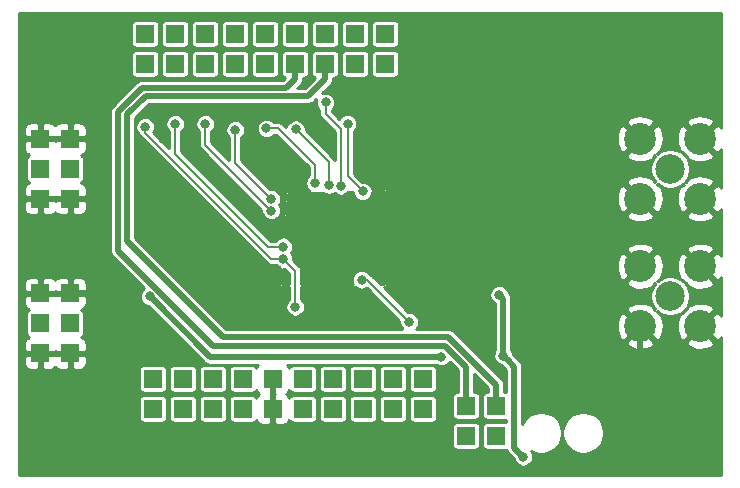
<source format=gbr>
G04 #@! TF.GenerationSoftware,KiCad,Pcbnew,(6.0.0-rc1-dev-1606-g4cd41e394)*
G04 #@! TF.CreationDate,2019-02-20T17:44:50+01:00*
G04 #@! TF.ProjectId,ISM01A,49534d30-3141-42e6-9b69-6361645f7063,REV*
G04 #@! TF.SameCoordinates,Original*
G04 #@! TF.FileFunction,Copper,L1,Top*
G04 #@! TF.FilePolarity,Positive*
%FSLAX46Y46*%
G04 Gerber Fmt 4.6, Leading zero omitted, Abs format (unit mm)*
G04 Created by KiCad (PCBNEW (6.0.0-rc1-dev-1606-g4cd41e394)) date 20.02.2019 22:44:59*
%MOMM*%
%LPD*%
G04 APERTURE LIST*
%ADD10R,1.524000X1.524000*%
%ADD11C,6.000000*%
%ADD12C,2.500000*%
%ADD13C,2.700000*%
%ADD14C,0.500000*%
%ADD15C,0.150000*%
%ADD16C,3.600000*%
%ADD17C,0.800000*%
%ADD18C,0.200000*%
%ADD19C,0.500000*%
%ADD20C,0.254000*%
G04 APERTURE END LIST*
D10*
X2540000Y29210000D03*
X5080000Y29210000D03*
X2540000Y26670000D03*
X5080000Y26670000D03*
X2540000Y24130000D03*
X5080000Y24130000D03*
X5080000Y11049000D03*
X2540000Y11049000D03*
X5080000Y13589000D03*
X2540000Y13589000D03*
X5080000Y16129000D03*
X2540000Y16129000D03*
X19050000Y38100000D03*
X19050000Y35560000D03*
X21590000Y35560000D03*
X21590000Y38100000D03*
X24130000Y38100000D03*
X24130000Y35560000D03*
X26670000Y35560000D03*
X26670000Y38100000D03*
X24765000Y8890000D03*
X24765000Y6350000D03*
X19685000Y8890000D03*
X19685000Y6350000D03*
X17145000Y8890000D03*
X17145000Y6350000D03*
X14605000Y6350000D03*
X14605000Y8890000D03*
X12065000Y8890000D03*
X12065000Y6350000D03*
X11430000Y35560000D03*
X11430000Y38100000D03*
X13970000Y38100000D03*
X13970000Y35560000D03*
X34925000Y8890000D03*
X34925000Y6350000D03*
X16510000Y35560000D03*
X16510000Y38100000D03*
X27305000Y8890000D03*
X27305000Y6350000D03*
X32385000Y6350000D03*
X32385000Y8890000D03*
X29845000Y6350000D03*
X29845000Y8890000D03*
X29210000Y38100000D03*
X29210000Y35560000D03*
X31750000Y35560000D03*
X31750000Y38100000D03*
D11*
X5080000Y35560000D03*
X55880000Y5080000D03*
X5080000Y5080000D03*
X55880000Y35560000D03*
D12*
X55880000Y15875000D03*
D13*
X58420000Y13335000D03*
X53340000Y13335000D03*
X53340000Y18415000D03*
X58420000Y18415000D03*
X58420000Y29210000D03*
X53340000Y29210000D03*
X53340000Y24130000D03*
X58420000Y24130000D03*
D12*
X55880000Y26670000D03*
D14*
X25505000Y22505000D03*
X25505000Y20955000D03*
X25505000Y19405000D03*
X26705000Y22505000D03*
X26705000Y20955000D03*
X26705000Y19405000D03*
X27905000Y22505000D03*
X27905000Y20955000D03*
X27905000Y19405000D03*
X29105000Y22505000D03*
X29105000Y20955000D03*
X29105000Y19405000D03*
D15*
G36*
X29129506Y22753796D02*
G01*
X29153774Y22750196D01*
X29177573Y22744235D01*
X29200672Y22735970D01*
X29222850Y22725481D01*
X29243893Y22712868D01*
X29263599Y22698253D01*
X29281777Y22681777D01*
X29298253Y22663599D01*
X29312868Y22643893D01*
X29325481Y22622850D01*
X29335970Y22600672D01*
X29344235Y22577573D01*
X29350196Y22553774D01*
X29353796Y22529506D01*
X29355000Y22505002D01*
X29355000Y19404998D01*
X29353796Y19380494D01*
X29350196Y19356226D01*
X29344235Y19332427D01*
X29335970Y19309328D01*
X29325481Y19287150D01*
X29312868Y19266107D01*
X29298253Y19246401D01*
X29281777Y19228223D01*
X29263599Y19211747D01*
X29243893Y19197132D01*
X29222850Y19184519D01*
X29200672Y19174030D01*
X29177573Y19165765D01*
X29153774Y19159804D01*
X29129506Y19156204D01*
X29105002Y19155000D01*
X25504998Y19155000D01*
X25480494Y19156204D01*
X25456226Y19159804D01*
X25432427Y19165765D01*
X25409328Y19174030D01*
X25387150Y19184519D01*
X25366107Y19197132D01*
X25346401Y19211747D01*
X25328223Y19228223D01*
X25311747Y19246401D01*
X25297132Y19266107D01*
X25284519Y19287150D01*
X25274030Y19309328D01*
X25265765Y19332427D01*
X25259804Y19356226D01*
X25256204Y19380494D01*
X25255000Y19404998D01*
X25255000Y22505002D01*
X25256204Y22529506D01*
X25259804Y22553774D01*
X25265765Y22577573D01*
X25274030Y22600672D01*
X25284519Y22622850D01*
X25297132Y22643893D01*
X25311747Y22663599D01*
X25328223Y22681777D01*
X25346401Y22698253D01*
X25366107Y22712868D01*
X25387150Y22725481D01*
X25409328Y22735970D01*
X25432427Y22744235D01*
X25456226Y22750196D01*
X25480494Y22753796D01*
X25504998Y22755000D01*
X29105002Y22755000D01*
X29129506Y22753796D01*
X29129506Y22753796D01*
G37*
D16*
X27305000Y20955000D03*
D10*
X41148000Y6604000D03*
X41148000Y4064000D03*
X38608000Y4064000D03*
X38608000Y6604000D03*
X22225000Y6350000D03*
X22225000Y8890000D03*
D17*
X20828000Y17018000D03*
X19304000Y17018000D03*
X32243324Y22112676D03*
X35560000Y19558000D03*
X35560000Y18542000D03*
X32004000Y18542000D03*
X32004000Y19505000D03*
X31750000Y24384000D03*
X30480000Y30480000D03*
X14986000Y17018000D03*
X22860000Y28702000D03*
X20574000Y28702000D03*
X17780000Y22098000D03*
X14224000Y24638000D03*
X12446000Y21844000D03*
X9906000Y17272000D03*
X8128000Y31242000D03*
X29401779Y15603731D03*
X29718000Y14732000D03*
X36068000Y14224000D03*
X22098000Y3556000D03*
X23876000Y3556000D03*
X25908000Y3556000D03*
X27686000Y3556000D03*
X11938000Y14478000D03*
X22860000Y13716000D03*
X7874000Y12192000D03*
X9652000Y12192000D03*
X2540000Y21336000D03*
X2540000Y19304000D03*
X13462000Y18796000D03*
X36830000Y4318000D03*
X36830000Y6604000D03*
X36830000Y8382000D03*
X12954000Y29210000D03*
X15240000Y29972000D03*
X18288000Y28194000D03*
X11176000Y28702000D03*
X34544000Y33782000D03*
X34290000Y32512000D03*
X34290000Y31496000D03*
X33020000Y30226000D03*
X33274000Y21336000D03*
X33528000Y19050000D03*
X35164324Y25033676D03*
X36703000Y25019000D03*
X38100000Y25019000D03*
X39624000Y24892000D03*
X41148000Y24892000D03*
X42926000Y24892000D03*
X44704000Y24892000D03*
X46482000Y24892000D03*
X48006000Y24892000D03*
X49530000Y24892000D03*
X50546000Y24892000D03*
X38608000Y32512000D03*
X40132000Y32512000D03*
X41656000Y32512000D03*
X43434000Y32512000D03*
X45212000Y32512000D03*
X46990000Y32512000D03*
X49022000Y32512000D03*
X49022000Y30988000D03*
X49022000Y29464000D03*
X49022000Y28448000D03*
X51054000Y28448000D03*
X50800000Y30480000D03*
X52070000Y32004000D03*
X34544000Y38862000D03*
X36576000Y38862000D03*
X36576000Y37084000D03*
X36576000Y35306000D03*
X38354000Y35306000D03*
X38608000Y33782000D03*
X57404000Y21336000D03*
X59436000Y21336000D03*
X44196000Y16510000D03*
X45720000Y16510000D03*
X47244000Y16510000D03*
X48768000Y16510000D03*
X14237025Y25921025D03*
X41910000Y20574000D03*
X41821100Y18961100D03*
X51308000Y8890000D03*
X52832000Y10414000D03*
X55118000Y10414000D03*
X57404000Y10414000D03*
X59182000Y10414000D03*
X9652000Y10414000D03*
X9652000Y8636000D03*
X9906000Y6604000D03*
X10414000Y4572000D03*
X11938000Y4318000D03*
X14478000Y4318000D03*
X15240000Y2286000D03*
X20828000Y2032000D03*
X17272000Y17018000D03*
X50546000Y19812000D03*
X50546000Y18542000D03*
X50546000Y16764000D03*
X50546000Y15240000D03*
X50800000Y10922000D03*
X50546000Y12954000D03*
X34798000Y4064000D03*
X34798000Y2286000D03*
X36498171Y10766342D03*
X43434000Y2286000D03*
X11799232Y15863232D03*
X41733946Y10844028D03*
X41402010Y16002000D03*
X22098000Y24130000D03*
X19050000Y29972000D03*
X25801419Y25476961D03*
X21691600Y30099000D03*
X26990155Y25290704D03*
X24180800Y30022800D03*
X27988602Y25234960D03*
X26695400Y32292998D03*
X23114000Y20066000D03*
X13970000Y30480000D03*
X33782000Y13716000D03*
X29755000Y17272000D03*
X28575000Y30480000D03*
X29845000Y24765000D03*
X23114000Y19050000D03*
X24130000Y14986000D03*
X11430000Y30226000D03*
X22098000Y23129997D03*
X16510000Y30480000D03*
D18*
X20828000Y17018000D02*
X19304000Y17018000D01*
X27305000Y20955000D02*
X31085648Y20955000D01*
X31085648Y20955000D02*
X32243324Y22112676D01*
X35560000Y19558000D02*
X35560000Y18542000D01*
X32004000Y18542000D02*
X32004000Y19505000D01*
D19*
X22860000Y28702000D02*
X20574000Y28702000D01*
X14986000Y17018000D02*
X14986000Y23876000D01*
X14986000Y23876000D02*
X14224000Y24638000D01*
X5080000Y16129000D02*
X8763000Y16129000D01*
X8763000Y16129000D02*
X9906000Y17272000D01*
X29401779Y15603731D02*
X29401779Y15048221D01*
X29401779Y15048221D02*
X29718000Y14732000D01*
X22098000Y3556000D02*
X23876000Y3556000D01*
X25908000Y3556000D02*
X27686000Y3556000D01*
D18*
X20828000Y17018000D02*
X20828000Y15748000D01*
X20828000Y15748000D02*
X22860000Y13716000D01*
X7874000Y12192000D02*
X9652000Y12192000D01*
X2540000Y21336000D02*
X2540000Y19304000D01*
X36830000Y4318000D02*
X36830000Y6604000D01*
X20574000Y28702000D02*
X20574000Y30734000D01*
X20574000Y30734000D02*
X19558000Y31750000D01*
X19558000Y31750000D02*
X14203998Y31750000D01*
X14203998Y31750000D02*
X12700000Y31750000D01*
X12700000Y31750000D02*
X12700000Y29464000D01*
X12700000Y29464000D02*
X12954000Y29210000D01*
X20574000Y29267685D02*
X20320000Y29521685D01*
X20574000Y28702000D02*
X20574000Y29267685D01*
X20320000Y29521685D02*
X20320000Y29738002D01*
X20320000Y29738002D02*
X20320000Y31242000D01*
X20320000Y31242000D02*
X20066000Y31496000D01*
X20066000Y31496000D02*
X18034000Y31496000D01*
X18034000Y31496000D02*
X17780000Y31242000D01*
X17780000Y31242000D02*
X17780000Y28702000D01*
X17780000Y28702000D02*
X18288000Y28194000D01*
D19*
X35164324Y25033676D02*
X36688324Y25033676D01*
X36688324Y25033676D02*
X36703000Y25019000D01*
X38100000Y25019000D02*
X39497000Y25019000D01*
X39497000Y25019000D02*
X39624000Y24892000D01*
X41148000Y24892000D02*
X42926000Y24892000D01*
X44704000Y24892000D02*
X46482000Y24892000D01*
X48006000Y24892000D02*
X49530000Y24892000D01*
X38608000Y32512000D02*
X40132000Y32512000D01*
X41656000Y32512000D02*
X43434000Y32512000D01*
X45212000Y32512000D02*
X46990000Y32512000D01*
X49022000Y32512000D02*
X49022000Y30988000D01*
X49022000Y29464000D02*
X49022000Y28448000D01*
X51054000Y28448000D02*
X51054000Y30226000D01*
X51054000Y30226000D02*
X50800000Y30480000D01*
X34544000Y38862000D02*
X36576000Y38862000D01*
X36576000Y37084000D02*
X36576000Y35306000D01*
X38354000Y35306000D02*
X38354000Y34036000D01*
X38354000Y34036000D02*
X38608000Y33782000D01*
X57404000Y21336000D02*
X59436000Y21336000D01*
X44196000Y16510000D02*
X45720000Y16510000D01*
X47244000Y16510000D02*
X48768000Y16510000D01*
X41910000Y19050000D02*
X41821100Y18961100D01*
X41910000Y20574000D02*
X41910000Y19050000D01*
X53340000Y13335000D02*
X53340000Y10922000D01*
X53340000Y10922000D02*
X52832000Y10414000D01*
X52832000Y10414000D02*
X51308000Y8890000D01*
X52832000Y10414000D02*
X55118000Y10414000D01*
X57404000Y10414000D02*
X59182000Y10414000D01*
X9652000Y10414000D02*
X9652000Y8636000D01*
X9906000Y6604000D02*
X9906000Y5080000D01*
X9906000Y5080000D02*
X10414000Y4572000D01*
X11938000Y4318000D02*
X14478000Y4318000D01*
X22098000Y3556000D02*
X22098000Y3302000D01*
X22098000Y3302000D02*
X20828000Y2032000D01*
X19304000Y17018000D02*
X17272000Y17018000D01*
X17272000Y17018000D02*
X14986000Y17018000D01*
X50546000Y19812000D02*
X50546000Y18542000D01*
X50546000Y16764000D02*
X50546000Y15240000D01*
X50800000Y10922000D02*
X50800000Y12700000D01*
X50800000Y12700000D02*
X50546000Y12954000D01*
X34798000Y4064000D02*
X34798000Y2286000D01*
X36498171Y10766342D02*
X16896122Y10766342D01*
X16896122Y10766342D02*
X11799232Y15863232D01*
X42672000Y3048000D02*
X42672000Y9905974D01*
X42672000Y9905974D02*
X42133945Y10444029D01*
X42133945Y10444029D02*
X41733946Y10844028D01*
X43434000Y2286000D02*
X42672000Y3048000D01*
X41733946Y15670064D02*
X41402010Y16002000D01*
X41733946Y10844028D02*
X41733946Y15670064D01*
X9144000Y31496000D02*
X11176000Y33528000D01*
X24130000Y34298000D02*
X24130000Y35560000D01*
X23360000Y33528000D02*
X24130000Y34298000D01*
X11176000Y33528000D02*
X23360000Y33528000D01*
X9144000Y20805140D02*
X9144000Y31496000D01*
X9144000Y20320000D02*
X9144000Y20805140D01*
X9144000Y19720560D02*
X9144000Y20805140D01*
X38608000Y6604000D02*
X38608000Y9914515D01*
X38608000Y9914515D02*
X36838515Y11684000D01*
X36838515Y11684000D02*
X17180560Y11684000D01*
X17180560Y11684000D02*
X9144000Y19720560D01*
X41148000Y8364477D02*
X37066477Y12446000D01*
X41148000Y6604000D02*
X41148000Y8364477D01*
X37066477Y12446000D02*
X18007962Y12446000D01*
X9906000Y20547962D02*
X9906000Y31268038D01*
X18007962Y12446000D02*
X9906000Y20547962D01*
X9906000Y31268038D02*
X11465952Y32827990D01*
X26670000Y34298000D02*
X26670000Y35560000D01*
X25199990Y32827990D02*
X26670000Y34298000D01*
X11465952Y32827990D02*
X25199990Y32827990D01*
D18*
X22098000Y24130000D02*
X19050000Y27178000D01*
X19050000Y27178000D02*
X19050000Y29972000D01*
X25801419Y25476961D02*
X25801419Y27005181D01*
X25801419Y27005181D02*
X22707600Y30099000D01*
X22707600Y30099000D02*
X21691600Y30099000D01*
X26990155Y25290704D02*
X26990155Y27213445D01*
X26990155Y27213445D02*
X24180800Y30022800D01*
X26695400Y31323598D02*
X26695400Y32292998D01*
X27988602Y25234960D02*
X27988602Y30030396D01*
X27988602Y30030396D02*
X26695400Y31323598D01*
X21856700Y20066000D02*
X13970000Y27952700D01*
X23114000Y20066000D02*
X21856700Y20066000D01*
X13970000Y27952700D02*
X13970000Y30480000D01*
X33782000Y13716000D02*
X30226000Y17272000D01*
X30226000Y17272000D02*
X29755000Y17272000D01*
X28575000Y30480000D02*
X28575000Y26035000D01*
X28575000Y26035000D02*
X29845000Y24765000D01*
X23114000Y19050000D02*
X24130000Y18034000D01*
X24130000Y18034000D02*
X24130000Y14986000D01*
X23114000Y19050000D02*
X22098000Y19050000D01*
X22098000Y19050000D02*
X11430000Y29718000D01*
X11430000Y29718000D02*
X11430000Y30226000D01*
X22098000Y23129997D02*
X16510000Y28717997D01*
X16510000Y28717997D02*
X16510000Y30480000D01*
D20*
G36*
X60204001Y30092141D02*
G01*
X60105044Y30277276D01*
X59804838Y30415233D01*
X58599605Y29210000D01*
X59804838Y28004767D01*
X60105044Y28142724D01*
X60204001Y28339268D01*
X60204001Y25012141D01*
X60105044Y25197276D01*
X59804838Y25335233D01*
X58599605Y24130000D01*
X59804838Y22924767D01*
X60105044Y23062724D01*
X60204001Y23259268D01*
X60204000Y19297142D01*
X60105044Y19482276D01*
X59804838Y19620233D01*
X58599605Y18415000D01*
X59804838Y17209767D01*
X60105044Y17347724D01*
X60204000Y17544268D01*
X60204000Y14217142D01*
X60105044Y14402276D01*
X59804838Y14540233D01*
X58599605Y13335000D01*
X59804838Y12129767D01*
X60105044Y12267724D01*
X60204000Y12464267D01*
X60204000Y756000D01*
X756000Y756000D01*
X756000Y4826000D01*
X37416934Y4826000D01*
X37416934Y3302000D01*
X37425178Y3218293D01*
X37449595Y3137804D01*
X37489245Y3063624D01*
X37542605Y2998605D01*
X37607624Y2945245D01*
X37681804Y2905595D01*
X37762293Y2881178D01*
X37846000Y2872934D01*
X39370000Y2872934D01*
X39453707Y2881178D01*
X39534196Y2905595D01*
X39608376Y2945245D01*
X39673395Y2998605D01*
X39726755Y3063624D01*
X39766405Y3137804D01*
X39790822Y3218293D01*
X39799066Y3302000D01*
X39799066Y4826000D01*
X39790822Y4909707D01*
X39766405Y4990196D01*
X39726755Y5064376D01*
X39673395Y5129395D01*
X39608376Y5182755D01*
X39534196Y5222405D01*
X39453707Y5246822D01*
X39370000Y5255066D01*
X37846000Y5255066D01*
X37762293Y5246822D01*
X37681804Y5222405D01*
X37607624Y5182755D01*
X37542605Y5129395D01*
X37489245Y5064376D01*
X37449595Y4990196D01*
X37425178Y4909707D01*
X37416934Y4826000D01*
X756000Y4826000D01*
X756000Y7112000D01*
X10873934Y7112000D01*
X10873934Y5588000D01*
X10882178Y5504293D01*
X10906595Y5423804D01*
X10946245Y5349624D01*
X10999605Y5284605D01*
X11064624Y5231245D01*
X11138804Y5191595D01*
X11219293Y5167178D01*
X11303000Y5158934D01*
X12827000Y5158934D01*
X12910707Y5167178D01*
X12991196Y5191595D01*
X13065376Y5231245D01*
X13130395Y5284605D01*
X13183755Y5349624D01*
X13223405Y5423804D01*
X13247822Y5504293D01*
X13256066Y5588000D01*
X13256066Y7112000D01*
X13413934Y7112000D01*
X13413934Y5588000D01*
X13422178Y5504293D01*
X13446595Y5423804D01*
X13486245Y5349624D01*
X13539605Y5284605D01*
X13604624Y5231245D01*
X13678804Y5191595D01*
X13759293Y5167178D01*
X13843000Y5158934D01*
X15367000Y5158934D01*
X15450707Y5167178D01*
X15531196Y5191595D01*
X15605376Y5231245D01*
X15670395Y5284605D01*
X15723755Y5349624D01*
X15763405Y5423804D01*
X15787822Y5504293D01*
X15796066Y5588000D01*
X15796066Y7112000D01*
X15953934Y7112000D01*
X15953934Y5588000D01*
X15962178Y5504293D01*
X15986595Y5423804D01*
X16026245Y5349624D01*
X16079605Y5284605D01*
X16144624Y5231245D01*
X16218804Y5191595D01*
X16299293Y5167178D01*
X16383000Y5158934D01*
X17907000Y5158934D01*
X17990707Y5167178D01*
X18071196Y5191595D01*
X18145376Y5231245D01*
X18210395Y5284605D01*
X18263755Y5349624D01*
X18303405Y5423804D01*
X18327822Y5504293D01*
X18336066Y5588000D01*
X18336066Y7112000D01*
X18327822Y7195707D01*
X18303405Y7276196D01*
X18263755Y7350376D01*
X18210395Y7415395D01*
X18145376Y7468755D01*
X18071196Y7508405D01*
X17990707Y7532822D01*
X17907000Y7541066D01*
X16383000Y7541066D01*
X16299293Y7532822D01*
X16218804Y7508405D01*
X16144624Y7468755D01*
X16079605Y7415395D01*
X16026245Y7350376D01*
X15986595Y7276196D01*
X15962178Y7195707D01*
X15953934Y7112000D01*
X15796066Y7112000D01*
X15787822Y7195707D01*
X15763405Y7276196D01*
X15723755Y7350376D01*
X15670395Y7415395D01*
X15605376Y7468755D01*
X15531196Y7508405D01*
X15450707Y7532822D01*
X15367000Y7541066D01*
X13843000Y7541066D01*
X13759293Y7532822D01*
X13678804Y7508405D01*
X13604624Y7468755D01*
X13539605Y7415395D01*
X13486245Y7350376D01*
X13446595Y7276196D01*
X13422178Y7195707D01*
X13413934Y7112000D01*
X13256066Y7112000D01*
X13247822Y7195707D01*
X13223405Y7276196D01*
X13183755Y7350376D01*
X13130395Y7415395D01*
X13065376Y7468755D01*
X12991196Y7508405D01*
X12910707Y7532822D01*
X12827000Y7541066D01*
X11303000Y7541066D01*
X11219293Y7532822D01*
X11138804Y7508405D01*
X11064624Y7468755D01*
X10999605Y7415395D01*
X10946245Y7350376D01*
X10906595Y7276196D01*
X10882178Y7195707D01*
X10873934Y7112000D01*
X756000Y7112000D01*
X756000Y10763250D01*
X1143000Y10763250D01*
X1143000Y10224458D01*
X1167403Y10101777D01*
X1215270Y9986215D01*
X1284763Y9882211D01*
X1373211Y9793763D01*
X1477215Y9724270D01*
X1592777Y9676403D01*
X1715458Y9652000D01*
X2254250Y9652000D01*
X2413000Y9810750D01*
X2413000Y10922000D01*
X2667000Y10922000D01*
X2667000Y9810750D01*
X2825750Y9652000D01*
X3364542Y9652000D01*
X3487223Y9676403D01*
X3602785Y9724270D01*
X3706789Y9793763D01*
X3795237Y9882211D01*
X3810000Y9904305D01*
X3824763Y9882211D01*
X3913211Y9793763D01*
X4017215Y9724270D01*
X4132777Y9676403D01*
X4255458Y9652000D01*
X4794250Y9652000D01*
X4953000Y9810750D01*
X4953000Y10922000D01*
X5207000Y10922000D01*
X5207000Y9810750D01*
X5365750Y9652000D01*
X5904542Y9652000D01*
X10873934Y9652000D01*
X10873934Y8128000D01*
X10882178Y8044293D01*
X10906595Y7963804D01*
X10946245Y7889624D01*
X10999605Y7824605D01*
X11064624Y7771245D01*
X11138804Y7731595D01*
X11219293Y7707178D01*
X11303000Y7698934D01*
X12827000Y7698934D01*
X12910707Y7707178D01*
X12991196Y7731595D01*
X13065376Y7771245D01*
X13130395Y7824605D01*
X13183755Y7889624D01*
X13223405Y7963804D01*
X13247822Y8044293D01*
X13256066Y8128000D01*
X13256066Y9652000D01*
X13413934Y9652000D01*
X13413934Y8128000D01*
X13422178Y8044293D01*
X13446595Y7963804D01*
X13486245Y7889624D01*
X13539605Y7824605D01*
X13604624Y7771245D01*
X13678804Y7731595D01*
X13759293Y7707178D01*
X13843000Y7698934D01*
X15367000Y7698934D01*
X15450707Y7707178D01*
X15531196Y7731595D01*
X15605376Y7771245D01*
X15670395Y7824605D01*
X15723755Y7889624D01*
X15763405Y7963804D01*
X15787822Y8044293D01*
X15796066Y8128000D01*
X15796066Y9652000D01*
X15953934Y9652000D01*
X15953934Y8128000D01*
X15962178Y8044293D01*
X15986595Y7963804D01*
X16026245Y7889624D01*
X16079605Y7824605D01*
X16144624Y7771245D01*
X16218804Y7731595D01*
X16299293Y7707178D01*
X16383000Y7698934D01*
X17907000Y7698934D01*
X17990707Y7707178D01*
X18071196Y7731595D01*
X18145376Y7771245D01*
X18210395Y7824605D01*
X18263755Y7889624D01*
X18303405Y7963804D01*
X18327822Y8044293D01*
X18336066Y8128000D01*
X18336066Y9652000D01*
X18327822Y9735707D01*
X18303405Y9816196D01*
X18263755Y9890376D01*
X18210395Y9955395D01*
X18145376Y10008755D01*
X18071196Y10048405D01*
X17990707Y10072822D01*
X17907000Y10081066D01*
X16383000Y10081066D01*
X16299293Y10072822D01*
X16218804Y10048405D01*
X16144624Y10008755D01*
X16079605Y9955395D01*
X16026245Y9890376D01*
X15986595Y9816196D01*
X15962178Y9735707D01*
X15953934Y9652000D01*
X15796066Y9652000D01*
X15787822Y9735707D01*
X15763405Y9816196D01*
X15723755Y9890376D01*
X15670395Y9955395D01*
X15605376Y10008755D01*
X15531196Y10048405D01*
X15450707Y10072822D01*
X15367000Y10081066D01*
X13843000Y10081066D01*
X13759293Y10072822D01*
X13678804Y10048405D01*
X13604624Y10008755D01*
X13539605Y9955395D01*
X13486245Y9890376D01*
X13446595Y9816196D01*
X13422178Y9735707D01*
X13413934Y9652000D01*
X13256066Y9652000D01*
X13247822Y9735707D01*
X13223405Y9816196D01*
X13183755Y9890376D01*
X13130395Y9955395D01*
X13065376Y10008755D01*
X12991196Y10048405D01*
X12910707Y10072822D01*
X12827000Y10081066D01*
X11303000Y10081066D01*
X11219293Y10072822D01*
X11138804Y10048405D01*
X11064624Y10008755D01*
X10999605Y9955395D01*
X10946245Y9890376D01*
X10906595Y9816196D01*
X10882178Y9735707D01*
X10873934Y9652000D01*
X5904542Y9652000D01*
X6027223Y9676403D01*
X6142785Y9724270D01*
X6246789Y9793763D01*
X6335237Y9882211D01*
X6404730Y9986215D01*
X6452597Y10101777D01*
X6477000Y10224458D01*
X6477000Y10763250D01*
X6318250Y10922000D01*
X5207000Y10922000D01*
X4953000Y10922000D01*
X3841750Y10922000D01*
X3810000Y10890250D01*
X3778250Y10922000D01*
X2667000Y10922000D01*
X2413000Y10922000D01*
X1301750Y10922000D01*
X1143000Y10763250D01*
X756000Y10763250D01*
X756000Y15843250D01*
X1143000Y15843250D01*
X1143000Y15304458D01*
X1167403Y15181777D01*
X1215270Y15066215D01*
X1284763Y14962211D01*
X1373211Y14873763D01*
X1477215Y14804270D01*
X1592777Y14756403D01*
X1623391Y14750313D01*
X1613804Y14747405D01*
X1539624Y14707755D01*
X1474605Y14654395D01*
X1421245Y14589376D01*
X1381595Y14515196D01*
X1357178Y14434707D01*
X1348934Y14351000D01*
X1348934Y12827000D01*
X1357178Y12743293D01*
X1381595Y12662804D01*
X1421245Y12588624D01*
X1474605Y12523605D01*
X1539624Y12470245D01*
X1613804Y12430595D01*
X1623391Y12427687D01*
X1592777Y12421597D01*
X1477215Y12373730D01*
X1373211Y12304237D01*
X1284763Y12215789D01*
X1215270Y12111785D01*
X1167403Y11996223D01*
X1143000Y11873542D01*
X1143000Y11334750D01*
X1301750Y11176000D01*
X2413000Y11176000D01*
X2413000Y11196000D01*
X2667000Y11196000D01*
X2667000Y11176000D01*
X3778250Y11176000D01*
X3810000Y11207750D01*
X3841750Y11176000D01*
X4953000Y11176000D01*
X4953000Y11196000D01*
X5207000Y11196000D01*
X5207000Y11176000D01*
X6318250Y11176000D01*
X6477000Y11334750D01*
X6477000Y11873542D01*
X6452597Y11996223D01*
X6404730Y12111785D01*
X6335237Y12215789D01*
X6246789Y12304237D01*
X6142785Y12373730D01*
X6027223Y12421597D01*
X5996609Y12427687D01*
X6006196Y12430595D01*
X6080376Y12470245D01*
X6145395Y12523605D01*
X6198755Y12588624D01*
X6238405Y12662804D01*
X6262822Y12743293D01*
X6271066Y12827000D01*
X6271066Y14351000D01*
X6262822Y14434707D01*
X6238405Y14515196D01*
X6198755Y14589376D01*
X6145395Y14654395D01*
X6080376Y14707755D01*
X6006196Y14747405D01*
X5996609Y14750313D01*
X6027223Y14756403D01*
X6142785Y14804270D01*
X6246789Y14873763D01*
X6335237Y14962211D01*
X6404730Y15066215D01*
X6452597Y15181777D01*
X6477000Y15304458D01*
X6477000Y15843250D01*
X6318250Y16002000D01*
X5207000Y16002000D01*
X5207000Y15982000D01*
X4953000Y15982000D01*
X4953000Y16002000D01*
X3841750Y16002000D01*
X3810000Y15970250D01*
X3778250Y16002000D01*
X2667000Y16002000D01*
X2667000Y15982000D01*
X2413000Y15982000D01*
X2413000Y16002000D01*
X1301750Y16002000D01*
X1143000Y15843250D01*
X756000Y15843250D01*
X756000Y16953542D01*
X1143000Y16953542D01*
X1143000Y16414750D01*
X1301750Y16256000D01*
X2413000Y16256000D01*
X2413000Y17367250D01*
X2667000Y17367250D01*
X2667000Y16256000D01*
X3778250Y16256000D01*
X3810000Y16287750D01*
X3841750Y16256000D01*
X4953000Y16256000D01*
X4953000Y17367250D01*
X5207000Y17367250D01*
X5207000Y16256000D01*
X6318250Y16256000D01*
X6477000Y16414750D01*
X6477000Y16953542D01*
X6452597Y17076223D01*
X6404730Y17191785D01*
X6335237Y17295789D01*
X6246789Y17384237D01*
X6142785Y17453730D01*
X6027223Y17501597D01*
X5904542Y17526000D01*
X5365750Y17526000D01*
X5207000Y17367250D01*
X4953000Y17367250D01*
X4794250Y17526000D01*
X4255458Y17526000D01*
X4132777Y17501597D01*
X4017215Y17453730D01*
X3913211Y17384237D01*
X3824763Y17295789D01*
X3810000Y17273695D01*
X3795237Y17295789D01*
X3706789Y17384237D01*
X3602785Y17453730D01*
X3487223Y17501597D01*
X3364542Y17526000D01*
X2825750Y17526000D01*
X2667000Y17367250D01*
X2413000Y17367250D01*
X2254250Y17526000D01*
X1715458Y17526000D01*
X1592777Y17501597D01*
X1477215Y17453730D01*
X1373211Y17384237D01*
X1284763Y17295789D01*
X1215270Y17191785D01*
X1167403Y17076223D01*
X1143000Y16953542D01*
X756000Y16953542D01*
X756000Y23844250D01*
X1143000Y23844250D01*
X1143000Y23305458D01*
X1167403Y23182777D01*
X1215270Y23067215D01*
X1284763Y22963211D01*
X1373211Y22874763D01*
X1477215Y22805270D01*
X1592777Y22757403D01*
X1715458Y22733000D01*
X2254250Y22733000D01*
X2413000Y22891750D01*
X2413000Y24003000D01*
X2667000Y24003000D01*
X2667000Y22891750D01*
X2825750Y22733000D01*
X3364542Y22733000D01*
X3487223Y22757403D01*
X3602785Y22805270D01*
X3706789Y22874763D01*
X3795237Y22963211D01*
X3810000Y22985305D01*
X3824763Y22963211D01*
X3913211Y22874763D01*
X4017215Y22805270D01*
X4132777Y22757403D01*
X4255458Y22733000D01*
X4794250Y22733000D01*
X4953000Y22891750D01*
X4953000Y24003000D01*
X5207000Y24003000D01*
X5207000Y22891750D01*
X5365750Y22733000D01*
X5904542Y22733000D01*
X6027223Y22757403D01*
X6142785Y22805270D01*
X6246789Y22874763D01*
X6335237Y22963211D01*
X6404730Y23067215D01*
X6452597Y23182777D01*
X6477000Y23305458D01*
X6477000Y23844250D01*
X6318250Y24003000D01*
X5207000Y24003000D01*
X4953000Y24003000D01*
X3841750Y24003000D01*
X3810000Y23971250D01*
X3778250Y24003000D01*
X2667000Y24003000D01*
X2413000Y24003000D01*
X1301750Y24003000D01*
X1143000Y23844250D01*
X756000Y23844250D01*
X756000Y28924250D01*
X1143000Y28924250D01*
X1143000Y28385458D01*
X1167403Y28262777D01*
X1215270Y28147215D01*
X1284763Y28043211D01*
X1373211Y27954763D01*
X1477215Y27885270D01*
X1592777Y27837403D01*
X1623391Y27831313D01*
X1613804Y27828405D01*
X1539624Y27788755D01*
X1474605Y27735395D01*
X1421245Y27670376D01*
X1381595Y27596196D01*
X1357178Y27515707D01*
X1348934Y27432000D01*
X1348934Y25908000D01*
X1357178Y25824293D01*
X1381595Y25743804D01*
X1421245Y25669624D01*
X1474605Y25604605D01*
X1539624Y25551245D01*
X1613804Y25511595D01*
X1623391Y25508687D01*
X1592777Y25502597D01*
X1477215Y25454730D01*
X1373211Y25385237D01*
X1284763Y25296789D01*
X1215270Y25192785D01*
X1167403Y25077223D01*
X1143000Y24954542D01*
X1143000Y24415750D01*
X1301750Y24257000D01*
X2413000Y24257000D01*
X2413000Y24277000D01*
X2667000Y24277000D01*
X2667000Y24257000D01*
X3778250Y24257000D01*
X3810000Y24288750D01*
X3841750Y24257000D01*
X4953000Y24257000D01*
X4953000Y24277000D01*
X5207000Y24277000D01*
X5207000Y24257000D01*
X6318250Y24257000D01*
X6477000Y24415750D01*
X6477000Y24954542D01*
X6452597Y25077223D01*
X6404730Y25192785D01*
X6335237Y25296789D01*
X6246789Y25385237D01*
X6142785Y25454730D01*
X6027223Y25502597D01*
X5996609Y25508687D01*
X6006196Y25511595D01*
X6080376Y25551245D01*
X6145395Y25604605D01*
X6198755Y25669624D01*
X6238405Y25743804D01*
X6262822Y25824293D01*
X6271066Y25908000D01*
X6271066Y27432000D01*
X6262822Y27515707D01*
X6238405Y27596196D01*
X6198755Y27670376D01*
X6145395Y27735395D01*
X6080376Y27788755D01*
X6006196Y27828405D01*
X5996609Y27831313D01*
X6027223Y27837403D01*
X6142785Y27885270D01*
X6246789Y27954763D01*
X6335237Y28043211D01*
X6404730Y28147215D01*
X6452597Y28262777D01*
X6477000Y28385458D01*
X6477000Y28924250D01*
X6318250Y29083000D01*
X5207000Y29083000D01*
X5207000Y29063000D01*
X4953000Y29063000D01*
X4953000Y29083000D01*
X3841750Y29083000D01*
X3810000Y29051250D01*
X3778250Y29083000D01*
X2667000Y29083000D01*
X2667000Y29063000D01*
X2413000Y29063000D01*
X2413000Y29083000D01*
X1301750Y29083000D01*
X1143000Y28924250D01*
X756000Y28924250D01*
X756000Y30034542D01*
X1143000Y30034542D01*
X1143000Y29495750D01*
X1301750Y29337000D01*
X2413000Y29337000D01*
X2413000Y30448250D01*
X2667000Y30448250D01*
X2667000Y29337000D01*
X3778250Y29337000D01*
X3810000Y29368750D01*
X3841750Y29337000D01*
X4953000Y29337000D01*
X4953000Y30448250D01*
X5207000Y30448250D01*
X5207000Y29337000D01*
X6318250Y29337000D01*
X6477000Y29495750D01*
X6477000Y30034542D01*
X6452597Y30157223D01*
X6404730Y30272785D01*
X6335237Y30376789D01*
X6246789Y30465237D01*
X6142785Y30534730D01*
X6027223Y30582597D01*
X5904542Y30607000D01*
X5365750Y30607000D01*
X5207000Y30448250D01*
X4953000Y30448250D01*
X4794250Y30607000D01*
X4255458Y30607000D01*
X4132777Y30582597D01*
X4017215Y30534730D01*
X3913211Y30465237D01*
X3824763Y30376789D01*
X3810000Y30354695D01*
X3795237Y30376789D01*
X3706789Y30465237D01*
X3602785Y30534730D01*
X3487223Y30582597D01*
X3364542Y30607000D01*
X2825750Y30607000D01*
X2667000Y30448250D01*
X2413000Y30448250D01*
X2254250Y30607000D01*
X1715458Y30607000D01*
X1592777Y30582597D01*
X1477215Y30534730D01*
X1373211Y30465237D01*
X1284763Y30376789D01*
X1215270Y30272785D01*
X1167403Y30157223D01*
X1143000Y30034542D01*
X756000Y30034542D01*
X756000Y31496000D01*
X8463726Y31496000D01*
X8467001Y31462745D01*
X8467000Y20838392D01*
X8467000Y20286749D01*
X8467001Y20286744D01*
X8467000Y19753805D01*
X8463726Y19720560D01*
X8467000Y19687315D01*
X8467000Y19687309D01*
X8476796Y19587846D01*
X8515508Y19460231D01*
X8578372Y19342620D01*
X8662973Y19239534D01*
X8688800Y19218338D01*
X11349670Y16557468D01*
X11272051Y16505604D01*
X11156860Y16390413D01*
X11066355Y16254963D01*
X11004014Y16104459D01*
X10972232Y15944684D01*
X10972232Y15781780D01*
X11004014Y15622005D01*
X11066355Y15471501D01*
X11156860Y15336051D01*
X11272051Y15220860D01*
X11407501Y15130355D01*
X11558005Y15068014D01*
X11656650Y15048392D01*
X16393900Y10311141D01*
X16415095Y10285315D01*
X16440921Y10264120D01*
X16440923Y10264118D01*
X16517033Y10201656D01*
X16518181Y10200714D01*
X16635792Y10137850D01*
X16763407Y10099138D01*
X16862870Y10089342D01*
X16862877Y10089342D01*
X16896122Y10086068D01*
X16929367Y10089342D01*
X21002316Y10089342D01*
X20969763Y10056789D01*
X20900270Y9952785D01*
X20852403Y9837223D01*
X20846313Y9806609D01*
X20843405Y9816196D01*
X20803755Y9890376D01*
X20750395Y9955395D01*
X20685376Y10008755D01*
X20611196Y10048405D01*
X20530707Y10072822D01*
X20447000Y10081066D01*
X18923000Y10081066D01*
X18839293Y10072822D01*
X18758804Y10048405D01*
X18684624Y10008755D01*
X18619605Y9955395D01*
X18566245Y9890376D01*
X18526595Y9816196D01*
X18502178Y9735707D01*
X18493934Y9652000D01*
X18493934Y8128000D01*
X18502178Y8044293D01*
X18526595Y7963804D01*
X18566245Y7889624D01*
X18619605Y7824605D01*
X18684624Y7771245D01*
X18758804Y7731595D01*
X18839293Y7707178D01*
X18923000Y7698934D01*
X20447000Y7698934D01*
X20530707Y7707178D01*
X20611196Y7731595D01*
X20685376Y7771245D01*
X20750395Y7824605D01*
X20803755Y7889624D01*
X20843405Y7963804D01*
X20846313Y7973391D01*
X20852403Y7942777D01*
X20900270Y7827215D01*
X20969763Y7723211D01*
X21058211Y7634763D01*
X21080305Y7620000D01*
X21058211Y7605237D01*
X20969763Y7516789D01*
X20900270Y7412785D01*
X20852403Y7297223D01*
X20846313Y7266609D01*
X20843405Y7276196D01*
X20803755Y7350376D01*
X20750395Y7415395D01*
X20685376Y7468755D01*
X20611196Y7508405D01*
X20530707Y7532822D01*
X20447000Y7541066D01*
X18923000Y7541066D01*
X18839293Y7532822D01*
X18758804Y7508405D01*
X18684624Y7468755D01*
X18619605Y7415395D01*
X18566245Y7350376D01*
X18526595Y7276196D01*
X18502178Y7195707D01*
X18493934Y7112000D01*
X18493934Y5588000D01*
X18502178Y5504293D01*
X18526595Y5423804D01*
X18566245Y5349624D01*
X18619605Y5284605D01*
X18684624Y5231245D01*
X18758804Y5191595D01*
X18839293Y5167178D01*
X18923000Y5158934D01*
X20447000Y5158934D01*
X20530707Y5167178D01*
X20611196Y5191595D01*
X20685376Y5231245D01*
X20750395Y5284605D01*
X20803755Y5349624D01*
X20843405Y5423804D01*
X20846313Y5433391D01*
X20852403Y5402777D01*
X20900270Y5287215D01*
X20969763Y5183211D01*
X21058211Y5094763D01*
X21162215Y5025270D01*
X21277777Y4977403D01*
X21400458Y4953000D01*
X21939250Y4953000D01*
X22098000Y5111750D01*
X22098000Y6223000D01*
X22078000Y6223000D01*
X22078000Y6477000D01*
X22098000Y6477000D01*
X22098000Y7588250D01*
X22066250Y7620000D01*
X22098000Y7651750D01*
X22098000Y8763000D01*
X22078000Y8763000D01*
X22078000Y9017000D01*
X22098000Y9017000D01*
X22098000Y9037000D01*
X22352000Y9037000D01*
X22352000Y9017000D01*
X22372000Y9017000D01*
X22372000Y8763000D01*
X22352000Y8763000D01*
X22352000Y7651750D01*
X22383750Y7620000D01*
X22352000Y7588250D01*
X22352000Y6477000D01*
X22372000Y6477000D01*
X22372000Y6223000D01*
X22352000Y6223000D01*
X22352000Y5111750D01*
X22510750Y4953000D01*
X23049542Y4953000D01*
X23172223Y4977403D01*
X23287785Y5025270D01*
X23391789Y5094763D01*
X23480237Y5183211D01*
X23549730Y5287215D01*
X23597597Y5402777D01*
X23603687Y5433391D01*
X23606595Y5423804D01*
X23646245Y5349624D01*
X23699605Y5284605D01*
X23764624Y5231245D01*
X23838804Y5191595D01*
X23919293Y5167178D01*
X24003000Y5158934D01*
X25527000Y5158934D01*
X25610707Y5167178D01*
X25691196Y5191595D01*
X25765376Y5231245D01*
X25830395Y5284605D01*
X25883755Y5349624D01*
X25923405Y5423804D01*
X25947822Y5504293D01*
X25956066Y5588000D01*
X25956066Y7112000D01*
X26113934Y7112000D01*
X26113934Y5588000D01*
X26122178Y5504293D01*
X26146595Y5423804D01*
X26186245Y5349624D01*
X26239605Y5284605D01*
X26304624Y5231245D01*
X26378804Y5191595D01*
X26459293Y5167178D01*
X26543000Y5158934D01*
X28067000Y5158934D01*
X28150707Y5167178D01*
X28231196Y5191595D01*
X28305376Y5231245D01*
X28370395Y5284605D01*
X28423755Y5349624D01*
X28463405Y5423804D01*
X28487822Y5504293D01*
X28496066Y5588000D01*
X28496066Y7112000D01*
X28653934Y7112000D01*
X28653934Y5588000D01*
X28662178Y5504293D01*
X28686595Y5423804D01*
X28726245Y5349624D01*
X28779605Y5284605D01*
X28844624Y5231245D01*
X28918804Y5191595D01*
X28999293Y5167178D01*
X29083000Y5158934D01*
X30607000Y5158934D01*
X30690707Y5167178D01*
X30771196Y5191595D01*
X30845376Y5231245D01*
X30910395Y5284605D01*
X30963755Y5349624D01*
X31003405Y5423804D01*
X31027822Y5504293D01*
X31036066Y5588000D01*
X31036066Y7112000D01*
X31193934Y7112000D01*
X31193934Y5588000D01*
X31202178Y5504293D01*
X31226595Y5423804D01*
X31266245Y5349624D01*
X31319605Y5284605D01*
X31384624Y5231245D01*
X31458804Y5191595D01*
X31539293Y5167178D01*
X31623000Y5158934D01*
X33147000Y5158934D01*
X33230707Y5167178D01*
X33311196Y5191595D01*
X33385376Y5231245D01*
X33450395Y5284605D01*
X33503755Y5349624D01*
X33543405Y5423804D01*
X33567822Y5504293D01*
X33576066Y5588000D01*
X33576066Y7112000D01*
X33733934Y7112000D01*
X33733934Y5588000D01*
X33742178Y5504293D01*
X33766595Y5423804D01*
X33806245Y5349624D01*
X33859605Y5284605D01*
X33924624Y5231245D01*
X33998804Y5191595D01*
X34079293Y5167178D01*
X34163000Y5158934D01*
X35687000Y5158934D01*
X35770707Y5167178D01*
X35851196Y5191595D01*
X35925376Y5231245D01*
X35990395Y5284605D01*
X36043755Y5349624D01*
X36083405Y5423804D01*
X36107822Y5504293D01*
X36116066Y5588000D01*
X36116066Y7112000D01*
X36107822Y7195707D01*
X36083405Y7276196D01*
X36043755Y7350376D01*
X35990395Y7415395D01*
X35925376Y7468755D01*
X35851196Y7508405D01*
X35770707Y7532822D01*
X35687000Y7541066D01*
X34163000Y7541066D01*
X34079293Y7532822D01*
X33998804Y7508405D01*
X33924624Y7468755D01*
X33859605Y7415395D01*
X33806245Y7350376D01*
X33766595Y7276196D01*
X33742178Y7195707D01*
X33733934Y7112000D01*
X33576066Y7112000D01*
X33567822Y7195707D01*
X33543405Y7276196D01*
X33503755Y7350376D01*
X33450395Y7415395D01*
X33385376Y7468755D01*
X33311196Y7508405D01*
X33230707Y7532822D01*
X33147000Y7541066D01*
X31623000Y7541066D01*
X31539293Y7532822D01*
X31458804Y7508405D01*
X31384624Y7468755D01*
X31319605Y7415395D01*
X31266245Y7350376D01*
X31226595Y7276196D01*
X31202178Y7195707D01*
X31193934Y7112000D01*
X31036066Y7112000D01*
X31027822Y7195707D01*
X31003405Y7276196D01*
X30963755Y7350376D01*
X30910395Y7415395D01*
X30845376Y7468755D01*
X30771196Y7508405D01*
X30690707Y7532822D01*
X30607000Y7541066D01*
X29083000Y7541066D01*
X28999293Y7532822D01*
X28918804Y7508405D01*
X28844624Y7468755D01*
X28779605Y7415395D01*
X28726245Y7350376D01*
X28686595Y7276196D01*
X28662178Y7195707D01*
X28653934Y7112000D01*
X28496066Y7112000D01*
X28487822Y7195707D01*
X28463405Y7276196D01*
X28423755Y7350376D01*
X28370395Y7415395D01*
X28305376Y7468755D01*
X28231196Y7508405D01*
X28150707Y7532822D01*
X28067000Y7541066D01*
X26543000Y7541066D01*
X26459293Y7532822D01*
X26378804Y7508405D01*
X26304624Y7468755D01*
X26239605Y7415395D01*
X26186245Y7350376D01*
X26146595Y7276196D01*
X26122178Y7195707D01*
X26113934Y7112000D01*
X25956066Y7112000D01*
X25947822Y7195707D01*
X25923405Y7276196D01*
X25883755Y7350376D01*
X25830395Y7415395D01*
X25765376Y7468755D01*
X25691196Y7508405D01*
X25610707Y7532822D01*
X25527000Y7541066D01*
X24003000Y7541066D01*
X23919293Y7532822D01*
X23838804Y7508405D01*
X23764624Y7468755D01*
X23699605Y7415395D01*
X23646245Y7350376D01*
X23606595Y7276196D01*
X23603687Y7266609D01*
X23597597Y7297223D01*
X23549730Y7412785D01*
X23480237Y7516789D01*
X23391789Y7605237D01*
X23369695Y7620000D01*
X23391789Y7634763D01*
X23480237Y7723211D01*
X23549730Y7827215D01*
X23597597Y7942777D01*
X23603687Y7973391D01*
X23606595Y7963804D01*
X23646245Y7889624D01*
X23699605Y7824605D01*
X23764624Y7771245D01*
X23838804Y7731595D01*
X23919293Y7707178D01*
X24003000Y7698934D01*
X25527000Y7698934D01*
X25610707Y7707178D01*
X25691196Y7731595D01*
X25765376Y7771245D01*
X25830395Y7824605D01*
X25883755Y7889624D01*
X25923405Y7963804D01*
X25947822Y8044293D01*
X25956066Y8128000D01*
X25956066Y9652000D01*
X26113934Y9652000D01*
X26113934Y8128000D01*
X26122178Y8044293D01*
X26146595Y7963804D01*
X26186245Y7889624D01*
X26239605Y7824605D01*
X26304624Y7771245D01*
X26378804Y7731595D01*
X26459293Y7707178D01*
X26543000Y7698934D01*
X28067000Y7698934D01*
X28150707Y7707178D01*
X28231196Y7731595D01*
X28305376Y7771245D01*
X28370395Y7824605D01*
X28423755Y7889624D01*
X28463405Y7963804D01*
X28487822Y8044293D01*
X28496066Y8128000D01*
X28496066Y9652000D01*
X28653934Y9652000D01*
X28653934Y8128000D01*
X28662178Y8044293D01*
X28686595Y7963804D01*
X28726245Y7889624D01*
X28779605Y7824605D01*
X28844624Y7771245D01*
X28918804Y7731595D01*
X28999293Y7707178D01*
X29083000Y7698934D01*
X30607000Y7698934D01*
X30690707Y7707178D01*
X30771196Y7731595D01*
X30845376Y7771245D01*
X30910395Y7824605D01*
X30963755Y7889624D01*
X31003405Y7963804D01*
X31027822Y8044293D01*
X31036066Y8128000D01*
X31036066Y9652000D01*
X31193934Y9652000D01*
X31193934Y8128000D01*
X31202178Y8044293D01*
X31226595Y7963804D01*
X31266245Y7889624D01*
X31319605Y7824605D01*
X31384624Y7771245D01*
X31458804Y7731595D01*
X31539293Y7707178D01*
X31623000Y7698934D01*
X33147000Y7698934D01*
X33230707Y7707178D01*
X33311196Y7731595D01*
X33385376Y7771245D01*
X33450395Y7824605D01*
X33503755Y7889624D01*
X33543405Y7963804D01*
X33567822Y8044293D01*
X33576066Y8128000D01*
X33576066Y9652000D01*
X33733934Y9652000D01*
X33733934Y8128000D01*
X33742178Y8044293D01*
X33766595Y7963804D01*
X33806245Y7889624D01*
X33859605Y7824605D01*
X33924624Y7771245D01*
X33998804Y7731595D01*
X34079293Y7707178D01*
X34163000Y7698934D01*
X35687000Y7698934D01*
X35770707Y7707178D01*
X35851196Y7731595D01*
X35925376Y7771245D01*
X35990395Y7824605D01*
X36043755Y7889624D01*
X36083405Y7963804D01*
X36107822Y8044293D01*
X36116066Y8128000D01*
X36116066Y9652000D01*
X36107822Y9735707D01*
X36083405Y9816196D01*
X36043755Y9890376D01*
X35990395Y9955395D01*
X35925376Y10008755D01*
X35851196Y10048405D01*
X35770707Y10072822D01*
X35687000Y10081066D01*
X34163000Y10081066D01*
X34079293Y10072822D01*
X33998804Y10048405D01*
X33924624Y10008755D01*
X33859605Y9955395D01*
X33806245Y9890376D01*
X33766595Y9816196D01*
X33742178Y9735707D01*
X33733934Y9652000D01*
X33576066Y9652000D01*
X33567822Y9735707D01*
X33543405Y9816196D01*
X33503755Y9890376D01*
X33450395Y9955395D01*
X33385376Y10008755D01*
X33311196Y10048405D01*
X33230707Y10072822D01*
X33147000Y10081066D01*
X31623000Y10081066D01*
X31539293Y10072822D01*
X31458804Y10048405D01*
X31384624Y10008755D01*
X31319605Y9955395D01*
X31266245Y9890376D01*
X31226595Y9816196D01*
X31202178Y9735707D01*
X31193934Y9652000D01*
X31036066Y9652000D01*
X31027822Y9735707D01*
X31003405Y9816196D01*
X30963755Y9890376D01*
X30910395Y9955395D01*
X30845376Y10008755D01*
X30771196Y10048405D01*
X30690707Y10072822D01*
X30607000Y10081066D01*
X29083000Y10081066D01*
X28999293Y10072822D01*
X28918804Y10048405D01*
X28844624Y10008755D01*
X28779605Y9955395D01*
X28726245Y9890376D01*
X28686595Y9816196D01*
X28662178Y9735707D01*
X28653934Y9652000D01*
X28496066Y9652000D01*
X28487822Y9735707D01*
X28463405Y9816196D01*
X28423755Y9890376D01*
X28370395Y9955395D01*
X28305376Y10008755D01*
X28231196Y10048405D01*
X28150707Y10072822D01*
X28067000Y10081066D01*
X26543000Y10081066D01*
X26459293Y10072822D01*
X26378804Y10048405D01*
X26304624Y10008755D01*
X26239605Y9955395D01*
X26186245Y9890376D01*
X26146595Y9816196D01*
X26122178Y9735707D01*
X26113934Y9652000D01*
X25956066Y9652000D01*
X25947822Y9735707D01*
X25923405Y9816196D01*
X25883755Y9890376D01*
X25830395Y9955395D01*
X25765376Y10008755D01*
X25691196Y10048405D01*
X25610707Y10072822D01*
X25527000Y10081066D01*
X24003000Y10081066D01*
X23919293Y10072822D01*
X23838804Y10048405D01*
X23764624Y10008755D01*
X23699605Y9955395D01*
X23646245Y9890376D01*
X23606595Y9816196D01*
X23603687Y9806609D01*
X23597597Y9837223D01*
X23549730Y9952785D01*
X23480237Y10056789D01*
X23447684Y10089342D01*
X36022814Y10089342D01*
X36106440Y10033465D01*
X36256944Y9971124D01*
X36416719Y9939342D01*
X36579623Y9939342D01*
X36739398Y9971124D01*
X36889902Y10033465D01*
X37025352Y10123970D01*
X37140543Y10239161D01*
X37214799Y10350293D01*
X37931001Y9634091D01*
X37931000Y7795066D01*
X37846000Y7795066D01*
X37762293Y7786822D01*
X37681804Y7762405D01*
X37607624Y7722755D01*
X37542605Y7669395D01*
X37489245Y7604376D01*
X37449595Y7530196D01*
X37425178Y7449707D01*
X37416934Y7366000D01*
X37416934Y5842000D01*
X37425178Y5758293D01*
X37449595Y5677804D01*
X37489245Y5603624D01*
X37542605Y5538605D01*
X37607624Y5485245D01*
X37681804Y5445595D01*
X37762293Y5421178D01*
X37846000Y5412934D01*
X39370000Y5412934D01*
X39453707Y5421178D01*
X39534196Y5445595D01*
X39608376Y5485245D01*
X39673395Y5538605D01*
X39726755Y5603624D01*
X39766405Y5677804D01*
X39790822Y5758293D01*
X39799066Y5842000D01*
X39799066Y7366000D01*
X39790822Y7449707D01*
X39766405Y7530196D01*
X39726755Y7604376D01*
X39673395Y7669395D01*
X39608376Y7722755D01*
X39534196Y7762405D01*
X39453707Y7786822D01*
X39370000Y7795066D01*
X39285000Y7795066D01*
X39285000Y9270055D01*
X40471001Y8084054D01*
X40471001Y7795066D01*
X40386000Y7795066D01*
X40302293Y7786822D01*
X40221804Y7762405D01*
X40147624Y7722755D01*
X40082605Y7669395D01*
X40029245Y7604376D01*
X39989595Y7530196D01*
X39965178Y7449707D01*
X39956934Y7366000D01*
X39956934Y5842000D01*
X39965178Y5758293D01*
X39989595Y5677804D01*
X40029245Y5603624D01*
X40082605Y5538605D01*
X40147624Y5485245D01*
X40221804Y5445595D01*
X40302293Y5421178D01*
X40386000Y5412934D01*
X41910000Y5412934D01*
X41993707Y5421178D01*
X41995000Y5421570D01*
X41995000Y5246430D01*
X41993707Y5246822D01*
X41910000Y5255066D01*
X40386000Y5255066D01*
X40302293Y5246822D01*
X40221804Y5222405D01*
X40147624Y5182755D01*
X40082605Y5129395D01*
X40029245Y5064376D01*
X39989595Y4990196D01*
X39965178Y4909707D01*
X39956934Y4826000D01*
X39956934Y3302000D01*
X39965178Y3218293D01*
X39989595Y3137804D01*
X40029245Y3063624D01*
X40082605Y2998605D01*
X40147624Y2945245D01*
X40221804Y2905595D01*
X40302293Y2881178D01*
X40386000Y2872934D01*
X41910000Y2872934D01*
X41993707Y2881178D01*
X42013336Y2887133D01*
X42043508Y2787671D01*
X42106372Y2670060D01*
X42156246Y2609289D01*
X42190973Y2566974D01*
X42216800Y2545778D01*
X42619160Y2143418D01*
X42638782Y2044773D01*
X42701123Y1894269D01*
X42791628Y1758819D01*
X42906819Y1643628D01*
X43042269Y1553123D01*
X43192773Y1490782D01*
X43352548Y1459000D01*
X43515452Y1459000D01*
X43675227Y1490782D01*
X43825731Y1553123D01*
X43961181Y1643628D01*
X44076372Y1758819D01*
X44166877Y1894269D01*
X44229218Y2044773D01*
X44261000Y2204548D01*
X44261000Y2367452D01*
X44229218Y2527227D01*
X44166877Y2677731D01*
X44125716Y2739332D01*
X44439668Y2609289D01*
X44782981Y2541000D01*
X45133019Y2541000D01*
X45476332Y2609289D01*
X45799725Y2743243D01*
X46090771Y2937714D01*
X46338286Y3185229D01*
X46532757Y3476275D01*
X46666711Y3799668D01*
X46735000Y4142981D01*
X46735000Y4493019D01*
X46737000Y4493019D01*
X46737000Y4142981D01*
X46805289Y3799668D01*
X46939243Y3476275D01*
X47133714Y3185229D01*
X47381229Y2937714D01*
X47672275Y2743243D01*
X47995668Y2609289D01*
X48338981Y2541000D01*
X48689019Y2541000D01*
X49032332Y2609289D01*
X49355725Y2743243D01*
X49646771Y2937714D01*
X49894286Y3185229D01*
X50088757Y3476275D01*
X50222711Y3799668D01*
X50291000Y4142981D01*
X50291000Y4493019D01*
X50222711Y4836332D01*
X50088757Y5159725D01*
X49894286Y5450771D01*
X49646771Y5698286D01*
X49355725Y5892757D01*
X49032332Y6026711D01*
X48689019Y6095000D01*
X48338981Y6095000D01*
X47995668Y6026711D01*
X47672275Y5892757D01*
X47381229Y5698286D01*
X47133714Y5450771D01*
X46939243Y5159725D01*
X46805289Y4836332D01*
X46737000Y4493019D01*
X46735000Y4493019D01*
X46666711Y4836332D01*
X46532757Y5159725D01*
X46338286Y5450771D01*
X46090771Y5698286D01*
X45799725Y5892757D01*
X45476332Y6026711D01*
X45133019Y6095000D01*
X44782981Y6095000D01*
X44439668Y6026711D01*
X44116275Y5892757D01*
X43825229Y5698286D01*
X43577714Y5450771D01*
X43383243Y5159725D01*
X43349000Y5077055D01*
X43349000Y9872722D01*
X43352275Y9905974D01*
X43339204Y10038689D01*
X43300492Y10166304D01*
X43237628Y10283915D01*
X43174224Y10361173D01*
X43174222Y10361175D01*
X43153027Y10387001D01*
X43127201Y10408196D01*
X42589143Y10946253D01*
X42589138Y10946257D01*
X42548786Y10986609D01*
X42529164Y11085255D01*
X42466823Y11235759D01*
X42410946Y11319385D01*
X42410946Y11950162D01*
X52134767Y11950162D01*
X52272724Y11649956D01*
X52621967Y11474118D01*
X52998804Y11369793D01*
X53388753Y11340991D01*
X53776828Y11388816D01*
X54148116Y11511432D01*
X54407276Y11649956D01*
X54545233Y11950162D01*
X57214767Y11950162D01*
X57352724Y11649956D01*
X57701967Y11474118D01*
X58078804Y11369793D01*
X58468753Y11340991D01*
X58856828Y11388816D01*
X59228116Y11511432D01*
X59487276Y11649956D01*
X59625233Y11950162D01*
X58420000Y13155395D01*
X57214767Y11950162D01*
X54545233Y11950162D01*
X53340000Y13155395D01*
X52134767Y11950162D01*
X42410946Y11950162D01*
X42410946Y13286247D01*
X51345991Y13286247D01*
X51393816Y12898172D01*
X51516432Y12526884D01*
X51654956Y12267724D01*
X51955162Y12129767D01*
X53160395Y13335000D01*
X51955162Y14540233D01*
X51654956Y14402276D01*
X51479118Y14053033D01*
X51374793Y13676196D01*
X51345991Y13286247D01*
X42410946Y13286247D01*
X42410946Y15636823D01*
X42414220Y15670065D01*
X42410946Y15703307D01*
X42410946Y15703316D01*
X42401150Y15802779D01*
X42362438Y15930394D01*
X42299574Y16048005D01*
X42215742Y16150154D01*
X42197228Y16243227D01*
X42134887Y16393731D01*
X42044382Y16529181D01*
X41929191Y16644372D01*
X41793741Y16734877D01*
X41643237Y16797218D01*
X41483462Y16829000D01*
X41320558Y16829000D01*
X41160783Y16797218D01*
X41010279Y16734877D01*
X40874829Y16644372D01*
X40759638Y16529181D01*
X40669133Y16393731D01*
X40606792Y16243227D01*
X40575010Y16083452D01*
X40575010Y15920548D01*
X40606792Y15760773D01*
X40669133Y15610269D01*
X40759638Y15474819D01*
X40874829Y15359628D01*
X41010279Y15269123D01*
X41056947Y15249792D01*
X41056946Y11319385D01*
X41001069Y11235759D01*
X40938728Y11085255D01*
X40906946Y10925480D01*
X40906946Y10762576D01*
X40938728Y10602801D01*
X41001069Y10452297D01*
X41091574Y10316847D01*
X41206765Y10201656D01*
X41342215Y10111151D01*
X41492719Y10048810D01*
X41591365Y10029188D01*
X41631717Y9988836D01*
X41631721Y9988831D01*
X41995001Y9625550D01*
X41995001Y7786430D01*
X41993707Y7786822D01*
X41910000Y7795066D01*
X41825000Y7795066D01*
X41825000Y8331236D01*
X41828274Y8364478D01*
X41825000Y8397720D01*
X41825000Y8397729D01*
X41815204Y8497192D01*
X41776492Y8624807D01*
X41713628Y8742418D01*
X41629027Y8845504D01*
X41603196Y8866703D01*
X37568703Y12901196D01*
X37547504Y12927027D01*
X37444418Y13011628D01*
X37326807Y13074492D01*
X37199192Y13113204D01*
X37099729Y13123000D01*
X37099722Y13123000D01*
X37066477Y13126274D01*
X37033232Y13123000D01*
X34358553Y13123000D01*
X34424372Y13188819D01*
X34514877Y13324269D01*
X34577218Y13474773D01*
X34609000Y13634548D01*
X34609000Y13797452D01*
X34577218Y13957227D01*
X34514877Y14107731D01*
X34424372Y14243181D01*
X34309181Y14358372D01*
X34173731Y14448877D01*
X34023227Y14511218D01*
X33863452Y14543000D01*
X33700548Y14543000D01*
X33700333Y14542957D01*
X31606289Y16637000D01*
X31750000Y16637000D01*
X31774776Y16639440D01*
X31798601Y16646667D01*
X31820557Y16658403D01*
X31839803Y16674197D01*
X31855597Y16693443D01*
X31867333Y16715399D01*
X31874560Y16739224D01*
X31877000Y16764000D01*
X31877000Y17030162D01*
X52134767Y17030162D01*
X52272724Y16729956D01*
X52621967Y16554118D01*
X52998804Y16449793D01*
X53388753Y16420991D01*
X53776828Y16468816D01*
X54148116Y16591432D01*
X54407276Y16729956D01*
X54545232Y17030160D01*
X54604378Y16971014D01*
X54577389Y16944025D01*
X54393862Y16669357D01*
X54267446Y16364163D01*
X54203000Y16040170D01*
X54203000Y15709830D01*
X54267446Y15385837D01*
X54393862Y15080643D01*
X54577389Y14805975D01*
X54604378Y14778986D01*
X54545232Y14719840D01*
X54407276Y15020044D01*
X54058033Y15195882D01*
X53681196Y15300207D01*
X53291247Y15329009D01*
X52903172Y15281184D01*
X52531884Y15158568D01*
X52272724Y15020044D01*
X52134767Y14719838D01*
X53340000Y13514605D01*
X53354143Y13528748D01*
X53533748Y13349143D01*
X53519605Y13335000D01*
X54724838Y12129767D01*
X55025044Y12267724D01*
X55200882Y12616967D01*
X55305207Y12993804D01*
X55334009Y13383753D01*
X55286184Y13771828D01*
X55163568Y14143116D01*
X55025044Y14402276D01*
X54724840Y14540232D01*
X54783986Y14599378D01*
X54810975Y14572389D01*
X55085643Y14388862D01*
X55390837Y14262446D01*
X55714830Y14198000D01*
X56045170Y14198000D01*
X56369163Y14262446D01*
X56674357Y14388862D01*
X56949025Y14572389D01*
X56976014Y14599378D01*
X57035160Y14540232D01*
X56734956Y14402276D01*
X56559118Y14053033D01*
X56454793Y13676196D01*
X56425991Y13286247D01*
X56473816Y12898172D01*
X56596432Y12526884D01*
X56734956Y12267724D01*
X57035162Y12129767D01*
X58240395Y13335000D01*
X58226253Y13349143D01*
X58405858Y13528748D01*
X58420000Y13514605D01*
X59625233Y14719838D01*
X59487276Y15020044D01*
X59138033Y15195882D01*
X58761196Y15300207D01*
X58371247Y15329009D01*
X57983172Y15281184D01*
X57611884Y15158568D01*
X57352724Y15020044D01*
X57214768Y14719840D01*
X57155622Y14778986D01*
X57182611Y14805975D01*
X57366138Y15080643D01*
X57492554Y15385837D01*
X57557000Y15709830D01*
X57557000Y16040170D01*
X57492554Y16364163D01*
X57366138Y16669357D01*
X57182611Y16944025D01*
X57155622Y16971014D01*
X57214768Y17030160D01*
X57352724Y16729956D01*
X57701967Y16554118D01*
X58078804Y16449793D01*
X58468753Y16420991D01*
X58856828Y16468816D01*
X59228116Y16591432D01*
X59487276Y16729956D01*
X59625233Y17030162D01*
X58420000Y18235395D01*
X58405858Y18221253D01*
X58226253Y18400858D01*
X58240395Y18415000D01*
X57035162Y19620233D01*
X56734956Y19482276D01*
X56559118Y19133033D01*
X56454793Y18756196D01*
X56425991Y18366247D01*
X56473816Y17978172D01*
X56596432Y17606884D01*
X56734956Y17347724D01*
X57035160Y17209768D01*
X56976014Y17150622D01*
X56949025Y17177611D01*
X56674357Y17361138D01*
X56369163Y17487554D01*
X56045170Y17552000D01*
X55714830Y17552000D01*
X55390837Y17487554D01*
X55085643Y17361138D01*
X54810975Y17177611D01*
X54783986Y17150622D01*
X54724840Y17209768D01*
X55025044Y17347724D01*
X55200882Y17696967D01*
X55305207Y18073804D01*
X55334009Y18463753D01*
X55286184Y18851828D01*
X55163568Y19223116D01*
X55025044Y19482276D01*
X54724838Y19620233D01*
X53519605Y18415000D01*
X53533748Y18400858D01*
X53354143Y18221253D01*
X53340000Y18235395D01*
X52134767Y17030162D01*
X31877000Y17030162D01*
X31877000Y18366247D01*
X51345991Y18366247D01*
X51393816Y17978172D01*
X51516432Y17606884D01*
X51654956Y17347724D01*
X51955162Y17209767D01*
X53160395Y18415000D01*
X51955162Y19620233D01*
X51654956Y19482276D01*
X51479118Y19133033D01*
X51374793Y18756196D01*
X51345991Y18366247D01*
X31877000Y18366247D01*
X31877000Y19799838D01*
X52134767Y19799838D01*
X53340000Y18594605D01*
X54545233Y19799838D01*
X57214767Y19799838D01*
X58420000Y18594605D01*
X59625233Y19799838D01*
X59487276Y20100044D01*
X59138033Y20275882D01*
X58761196Y20380207D01*
X58371247Y20409009D01*
X57983172Y20361184D01*
X57611884Y20238568D01*
X57352724Y20100044D01*
X57214767Y19799838D01*
X54545233Y19799838D01*
X54407276Y20100044D01*
X54058033Y20275882D01*
X53681196Y20380207D01*
X53291247Y20409009D01*
X52903172Y20361184D01*
X52531884Y20238568D01*
X52272724Y20100044D01*
X52134767Y19799838D01*
X31877000Y19799838D01*
X31877000Y22745162D01*
X52134767Y22745162D01*
X52272724Y22444956D01*
X52621967Y22269118D01*
X52998804Y22164793D01*
X53388753Y22135991D01*
X53776828Y22183816D01*
X54148116Y22306432D01*
X54407276Y22444956D01*
X54545233Y22745162D01*
X57214767Y22745162D01*
X57352724Y22444956D01*
X57701967Y22269118D01*
X58078804Y22164793D01*
X58468753Y22135991D01*
X58856828Y22183816D01*
X59228116Y22306432D01*
X59487276Y22444956D01*
X59625233Y22745162D01*
X58420000Y23950395D01*
X57214767Y22745162D01*
X54545233Y22745162D01*
X53340000Y23950395D01*
X52134767Y22745162D01*
X31877000Y22745162D01*
X31877000Y24081247D01*
X51345991Y24081247D01*
X51393816Y23693172D01*
X51516432Y23321884D01*
X51654956Y23062724D01*
X51955162Y22924767D01*
X53160395Y24130000D01*
X51955162Y25335233D01*
X51654956Y25197276D01*
X51479118Y24848033D01*
X51374793Y24471196D01*
X51345991Y24081247D01*
X31877000Y24081247D01*
X31877000Y24892000D01*
X31873752Y24920538D01*
X31865807Y24944132D01*
X31853411Y24965723D01*
X31837041Y24984481D01*
X31817327Y24999685D01*
X31795025Y25010751D01*
X31770992Y25017253D01*
X31746153Y25018942D01*
X30644330Y24985553D01*
X30640218Y25006227D01*
X30577877Y25156731D01*
X30487372Y25292181D01*
X30372181Y25407372D01*
X30236731Y25497877D01*
X30086227Y25560218D01*
X29926452Y25592000D01*
X29763548Y25592000D01*
X29763333Y25591957D01*
X29102000Y26253289D01*
X29102000Y27825162D01*
X52134767Y27825162D01*
X52272724Y27524956D01*
X52621967Y27349118D01*
X52998804Y27244793D01*
X53388753Y27215991D01*
X53776828Y27263816D01*
X54148116Y27386432D01*
X54407276Y27524956D01*
X54545232Y27825160D01*
X54604378Y27766014D01*
X54577389Y27739025D01*
X54393862Y27464357D01*
X54267446Y27159163D01*
X54203000Y26835170D01*
X54203000Y26504830D01*
X54267446Y26180837D01*
X54393862Y25875643D01*
X54577389Y25600975D01*
X54604378Y25573986D01*
X54545232Y25514840D01*
X54407276Y25815044D01*
X54058033Y25990882D01*
X53681196Y26095207D01*
X53291247Y26124009D01*
X52903172Y26076184D01*
X52531884Y25953568D01*
X52272724Y25815044D01*
X52134767Y25514838D01*
X53340000Y24309605D01*
X53354143Y24323748D01*
X53533748Y24144143D01*
X53519605Y24130000D01*
X54724838Y22924767D01*
X55025044Y23062724D01*
X55200882Y23411967D01*
X55305207Y23788804D01*
X55334009Y24178753D01*
X55286184Y24566828D01*
X55163568Y24938116D01*
X55025044Y25197276D01*
X54724840Y25335232D01*
X54783986Y25394378D01*
X54810975Y25367389D01*
X55085643Y25183862D01*
X55390837Y25057446D01*
X55714830Y24993000D01*
X56045170Y24993000D01*
X56369163Y25057446D01*
X56674357Y25183862D01*
X56949025Y25367389D01*
X56976014Y25394378D01*
X57035160Y25335232D01*
X56734956Y25197276D01*
X56559118Y24848033D01*
X56454793Y24471196D01*
X56425991Y24081247D01*
X56473816Y23693172D01*
X56596432Y23321884D01*
X56734956Y23062724D01*
X57035162Y22924767D01*
X58240395Y24130000D01*
X58226253Y24144143D01*
X58405858Y24323748D01*
X58420000Y24309605D01*
X59625233Y25514838D01*
X59487276Y25815044D01*
X59138033Y25990882D01*
X58761196Y26095207D01*
X58371247Y26124009D01*
X57983172Y26076184D01*
X57611884Y25953568D01*
X57352724Y25815044D01*
X57214768Y25514840D01*
X57155622Y25573986D01*
X57182611Y25600975D01*
X57366138Y25875643D01*
X57492554Y26180837D01*
X57557000Y26504830D01*
X57557000Y26835170D01*
X57492554Y27159163D01*
X57366138Y27464357D01*
X57182611Y27739025D01*
X57155622Y27766014D01*
X57214768Y27825160D01*
X57352724Y27524956D01*
X57701967Y27349118D01*
X58078804Y27244793D01*
X58468753Y27215991D01*
X58856828Y27263816D01*
X59228116Y27386432D01*
X59487276Y27524956D01*
X59625233Y27825162D01*
X58420000Y29030395D01*
X58405858Y29016253D01*
X58226253Y29195858D01*
X58240395Y29210000D01*
X57035162Y30415233D01*
X56734956Y30277276D01*
X56559118Y29928033D01*
X56454793Y29551196D01*
X56425991Y29161247D01*
X56473816Y28773172D01*
X56596432Y28401884D01*
X56734956Y28142724D01*
X57035160Y28004768D01*
X56976014Y27945622D01*
X56949025Y27972611D01*
X56674357Y28156138D01*
X56369163Y28282554D01*
X56045170Y28347000D01*
X55714830Y28347000D01*
X55390837Y28282554D01*
X55085643Y28156138D01*
X54810975Y27972611D01*
X54783986Y27945622D01*
X54724840Y28004768D01*
X55025044Y28142724D01*
X55200882Y28491967D01*
X55305207Y28868804D01*
X55334009Y29258753D01*
X55286184Y29646828D01*
X55163568Y30018116D01*
X55025044Y30277276D01*
X54724838Y30415233D01*
X53519605Y29210000D01*
X53533748Y29195858D01*
X53354143Y29016253D01*
X53340000Y29030395D01*
X52134767Y27825162D01*
X29102000Y27825162D01*
X29102000Y29161247D01*
X51345991Y29161247D01*
X51393816Y28773172D01*
X51516432Y28401884D01*
X51654956Y28142724D01*
X51955162Y28004767D01*
X53160395Y29210000D01*
X51955162Y30415233D01*
X51654956Y30277276D01*
X51479118Y29928033D01*
X51374793Y29551196D01*
X51345991Y29161247D01*
X29102000Y29161247D01*
X29102000Y29837507D01*
X29102181Y29837628D01*
X29217372Y29952819D01*
X29307877Y30088269D01*
X29370218Y30238773D01*
X29402000Y30398548D01*
X29402000Y30561452D01*
X29395359Y30594838D01*
X52134767Y30594838D01*
X53340000Y29389605D01*
X54545233Y30594838D01*
X57214767Y30594838D01*
X58420000Y29389605D01*
X59625233Y30594838D01*
X59487276Y30895044D01*
X59138033Y31070882D01*
X58761196Y31175207D01*
X58371247Y31204009D01*
X57983172Y31156184D01*
X57611884Y31033568D01*
X57352724Y30895044D01*
X57214767Y30594838D01*
X54545233Y30594838D01*
X54407276Y30895044D01*
X54058033Y31070882D01*
X53681196Y31175207D01*
X53291247Y31204009D01*
X52903172Y31156184D01*
X52531884Y31033568D01*
X52272724Y30895044D01*
X52134767Y30594838D01*
X29395359Y30594838D01*
X29370218Y30721227D01*
X29307877Y30871731D01*
X29217372Y31007181D01*
X29102181Y31122372D01*
X28966731Y31212877D01*
X28816227Y31275218D01*
X28656452Y31307000D01*
X28493548Y31307000D01*
X28333773Y31275218D01*
X28183269Y31212877D01*
X28047819Y31122372D01*
X27932628Y31007181D01*
X27862324Y30901964D01*
X27222400Y31541887D01*
X27222400Y31650505D01*
X27222581Y31650626D01*
X27337772Y31765817D01*
X27428277Y31901267D01*
X27490618Y32051771D01*
X27522400Y32211546D01*
X27522400Y32374450D01*
X27490618Y32534225D01*
X27428277Y32684729D01*
X27337772Y32820179D01*
X27222581Y32935370D01*
X27087131Y33025875D01*
X26936627Y33088216D01*
X26776852Y33119998D01*
X26613948Y33119998D01*
X26454173Y33088216D01*
X26391804Y33062382D01*
X27125200Y33795778D01*
X27151026Y33816973D01*
X27235628Y33920059D01*
X27298492Y34037670D01*
X27337204Y34165285D01*
X27347000Y34264748D01*
X27347000Y34264757D01*
X27350274Y34297999D01*
X27347000Y34331241D01*
X27347000Y34368934D01*
X27432000Y34368934D01*
X27515707Y34377178D01*
X27596196Y34401595D01*
X27670376Y34441245D01*
X27735395Y34494605D01*
X27788755Y34559624D01*
X27828405Y34633804D01*
X27852822Y34714293D01*
X27861066Y34798000D01*
X27861066Y36322000D01*
X28018934Y36322000D01*
X28018934Y34798000D01*
X28027178Y34714293D01*
X28051595Y34633804D01*
X28091245Y34559624D01*
X28144605Y34494605D01*
X28209624Y34441245D01*
X28283804Y34401595D01*
X28364293Y34377178D01*
X28448000Y34368934D01*
X29972000Y34368934D01*
X30055707Y34377178D01*
X30136196Y34401595D01*
X30210376Y34441245D01*
X30275395Y34494605D01*
X30328755Y34559624D01*
X30368405Y34633804D01*
X30392822Y34714293D01*
X30401066Y34798000D01*
X30401066Y36322000D01*
X30558934Y36322000D01*
X30558934Y34798000D01*
X30567178Y34714293D01*
X30591595Y34633804D01*
X30631245Y34559624D01*
X30684605Y34494605D01*
X30749624Y34441245D01*
X30823804Y34401595D01*
X30904293Y34377178D01*
X30988000Y34368934D01*
X32512000Y34368934D01*
X32595707Y34377178D01*
X32676196Y34401595D01*
X32750376Y34441245D01*
X32815395Y34494605D01*
X32868755Y34559624D01*
X32908405Y34633804D01*
X32932822Y34714293D01*
X32941066Y34798000D01*
X32941066Y36322000D01*
X32932822Y36405707D01*
X32908405Y36486196D01*
X32868755Y36560376D01*
X32815395Y36625395D01*
X32750376Y36678755D01*
X32676196Y36718405D01*
X32595707Y36742822D01*
X32512000Y36751066D01*
X30988000Y36751066D01*
X30904293Y36742822D01*
X30823804Y36718405D01*
X30749624Y36678755D01*
X30684605Y36625395D01*
X30631245Y36560376D01*
X30591595Y36486196D01*
X30567178Y36405707D01*
X30558934Y36322000D01*
X30401066Y36322000D01*
X30392822Y36405707D01*
X30368405Y36486196D01*
X30328755Y36560376D01*
X30275395Y36625395D01*
X30210376Y36678755D01*
X30136196Y36718405D01*
X30055707Y36742822D01*
X29972000Y36751066D01*
X28448000Y36751066D01*
X28364293Y36742822D01*
X28283804Y36718405D01*
X28209624Y36678755D01*
X28144605Y36625395D01*
X28091245Y36560376D01*
X28051595Y36486196D01*
X28027178Y36405707D01*
X28018934Y36322000D01*
X27861066Y36322000D01*
X27852822Y36405707D01*
X27828405Y36486196D01*
X27788755Y36560376D01*
X27735395Y36625395D01*
X27670376Y36678755D01*
X27596196Y36718405D01*
X27515707Y36742822D01*
X27432000Y36751066D01*
X25908000Y36751066D01*
X25824293Y36742822D01*
X25743804Y36718405D01*
X25669624Y36678755D01*
X25604605Y36625395D01*
X25551245Y36560376D01*
X25511595Y36486196D01*
X25487178Y36405707D01*
X25478934Y36322000D01*
X25478934Y34798000D01*
X25487178Y34714293D01*
X25511595Y34633804D01*
X25551245Y34559624D01*
X25604605Y34494605D01*
X25669624Y34441245D01*
X25743804Y34401595D01*
X25799329Y34384751D01*
X24919568Y33504990D01*
X24294412Y33504990D01*
X24585200Y33795778D01*
X24611026Y33816973D01*
X24695628Y33920059D01*
X24758492Y34037670D01*
X24797204Y34165285D01*
X24807000Y34264748D01*
X24807000Y34264757D01*
X24810274Y34297999D01*
X24807000Y34331241D01*
X24807000Y34368934D01*
X24892000Y34368934D01*
X24975707Y34377178D01*
X25056196Y34401595D01*
X25130376Y34441245D01*
X25195395Y34494605D01*
X25248755Y34559624D01*
X25288405Y34633804D01*
X25312822Y34714293D01*
X25321066Y34798000D01*
X25321066Y36322000D01*
X25312822Y36405707D01*
X25288405Y36486196D01*
X25248755Y36560376D01*
X25195395Y36625395D01*
X25130376Y36678755D01*
X25056196Y36718405D01*
X24975707Y36742822D01*
X24892000Y36751066D01*
X23368000Y36751066D01*
X23284293Y36742822D01*
X23203804Y36718405D01*
X23129624Y36678755D01*
X23064605Y36625395D01*
X23011245Y36560376D01*
X22971595Y36486196D01*
X22947178Y36405707D01*
X22938934Y36322000D01*
X22938934Y34798000D01*
X22947178Y34714293D01*
X22971595Y34633804D01*
X23011245Y34559624D01*
X23064605Y34494605D01*
X23129624Y34441245D01*
X23203804Y34401595D01*
X23259329Y34384751D01*
X23079578Y34205000D01*
X11209245Y34205000D01*
X11176000Y34208274D01*
X11142755Y34205000D01*
X11142748Y34205000D01*
X11043285Y34195204D01*
X10915670Y34156492D01*
X10798059Y34093628D01*
X10729876Y34037671D01*
X10694973Y34009027D01*
X10673778Y33983201D01*
X8688800Y31998222D01*
X8662974Y31977027D01*
X8641779Y31951201D01*
X8641776Y31951198D01*
X8578372Y31873940D01*
X8515508Y31756329D01*
X8476796Y31628714D01*
X8463726Y31496000D01*
X756000Y31496000D01*
X756000Y36322000D01*
X10238934Y36322000D01*
X10238934Y34798000D01*
X10247178Y34714293D01*
X10271595Y34633804D01*
X10311245Y34559624D01*
X10364605Y34494605D01*
X10429624Y34441245D01*
X10503804Y34401595D01*
X10584293Y34377178D01*
X10668000Y34368934D01*
X12192000Y34368934D01*
X12275707Y34377178D01*
X12356196Y34401595D01*
X12430376Y34441245D01*
X12495395Y34494605D01*
X12548755Y34559624D01*
X12588405Y34633804D01*
X12612822Y34714293D01*
X12621066Y34798000D01*
X12621066Y36322000D01*
X12778934Y36322000D01*
X12778934Y34798000D01*
X12787178Y34714293D01*
X12811595Y34633804D01*
X12851245Y34559624D01*
X12904605Y34494605D01*
X12969624Y34441245D01*
X13043804Y34401595D01*
X13124293Y34377178D01*
X13208000Y34368934D01*
X14732000Y34368934D01*
X14815707Y34377178D01*
X14896196Y34401595D01*
X14970376Y34441245D01*
X15035395Y34494605D01*
X15088755Y34559624D01*
X15128405Y34633804D01*
X15152822Y34714293D01*
X15161066Y34798000D01*
X15161066Y36322000D01*
X15318934Y36322000D01*
X15318934Y34798000D01*
X15327178Y34714293D01*
X15351595Y34633804D01*
X15391245Y34559624D01*
X15444605Y34494605D01*
X15509624Y34441245D01*
X15583804Y34401595D01*
X15664293Y34377178D01*
X15748000Y34368934D01*
X17272000Y34368934D01*
X17355707Y34377178D01*
X17436196Y34401595D01*
X17510376Y34441245D01*
X17575395Y34494605D01*
X17628755Y34559624D01*
X17668405Y34633804D01*
X17692822Y34714293D01*
X17701066Y34798000D01*
X17701066Y36322000D01*
X17858934Y36322000D01*
X17858934Y34798000D01*
X17867178Y34714293D01*
X17891595Y34633804D01*
X17931245Y34559624D01*
X17984605Y34494605D01*
X18049624Y34441245D01*
X18123804Y34401595D01*
X18204293Y34377178D01*
X18288000Y34368934D01*
X19812000Y34368934D01*
X19895707Y34377178D01*
X19976196Y34401595D01*
X20050376Y34441245D01*
X20115395Y34494605D01*
X20168755Y34559624D01*
X20208405Y34633804D01*
X20232822Y34714293D01*
X20241066Y34798000D01*
X20241066Y36322000D01*
X20398934Y36322000D01*
X20398934Y34798000D01*
X20407178Y34714293D01*
X20431595Y34633804D01*
X20471245Y34559624D01*
X20524605Y34494605D01*
X20589624Y34441245D01*
X20663804Y34401595D01*
X20744293Y34377178D01*
X20828000Y34368934D01*
X22352000Y34368934D01*
X22435707Y34377178D01*
X22516196Y34401595D01*
X22590376Y34441245D01*
X22655395Y34494605D01*
X22708755Y34559624D01*
X22748405Y34633804D01*
X22772822Y34714293D01*
X22781066Y34798000D01*
X22781066Y36322000D01*
X22772822Y36405707D01*
X22748405Y36486196D01*
X22708755Y36560376D01*
X22655395Y36625395D01*
X22590376Y36678755D01*
X22516196Y36718405D01*
X22435707Y36742822D01*
X22352000Y36751066D01*
X20828000Y36751066D01*
X20744293Y36742822D01*
X20663804Y36718405D01*
X20589624Y36678755D01*
X20524605Y36625395D01*
X20471245Y36560376D01*
X20431595Y36486196D01*
X20407178Y36405707D01*
X20398934Y36322000D01*
X20241066Y36322000D01*
X20232822Y36405707D01*
X20208405Y36486196D01*
X20168755Y36560376D01*
X20115395Y36625395D01*
X20050376Y36678755D01*
X19976196Y36718405D01*
X19895707Y36742822D01*
X19812000Y36751066D01*
X18288000Y36751066D01*
X18204293Y36742822D01*
X18123804Y36718405D01*
X18049624Y36678755D01*
X17984605Y36625395D01*
X17931245Y36560376D01*
X17891595Y36486196D01*
X17867178Y36405707D01*
X17858934Y36322000D01*
X17701066Y36322000D01*
X17692822Y36405707D01*
X17668405Y36486196D01*
X17628755Y36560376D01*
X17575395Y36625395D01*
X17510376Y36678755D01*
X17436196Y36718405D01*
X17355707Y36742822D01*
X17272000Y36751066D01*
X15748000Y36751066D01*
X15664293Y36742822D01*
X15583804Y36718405D01*
X15509624Y36678755D01*
X15444605Y36625395D01*
X15391245Y36560376D01*
X15351595Y36486196D01*
X15327178Y36405707D01*
X15318934Y36322000D01*
X15161066Y36322000D01*
X15152822Y36405707D01*
X15128405Y36486196D01*
X15088755Y36560376D01*
X15035395Y36625395D01*
X14970376Y36678755D01*
X14896196Y36718405D01*
X14815707Y36742822D01*
X14732000Y36751066D01*
X13208000Y36751066D01*
X13124293Y36742822D01*
X13043804Y36718405D01*
X12969624Y36678755D01*
X12904605Y36625395D01*
X12851245Y36560376D01*
X12811595Y36486196D01*
X12787178Y36405707D01*
X12778934Y36322000D01*
X12621066Y36322000D01*
X12612822Y36405707D01*
X12588405Y36486196D01*
X12548755Y36560376D01*
X12495395Y36625395D01*
X12430376Y36678755D01*
X12356196Y36718405D01*
X12275707Y36742822D01*
X12192000Y36751066D01*
X10668000Y36751066D01*
X10584293Y36742822D01*
X10503804Y36718405D01*
X10429624Y36678755D01*
X10364605Y36625395D01*
X10311245Y36560376D01*
X10271595Y36486196D01*
X10247178Y36405707D01*
X10238934Y36322000D01*
X756000Y36322000D01*
X756000Y38862000D01*
X10238934Y38862000D01*
X10238934Y37338000D01*
X10247178Y37254293D01*
X10271595Y37173804D01*
X10311245Y37099624D01*
X10364605Y37034605D01*
X10429624Y36981245D01*
X10503804Y36941595D01*
X10584293Y36917178D01*
X10668000Y36908934D01*
X12192000Y36908934D01*
X12275707Y36917178D01*
X12356196Y36941595D01*
X12430376Y36981245D01*
X12495395Y37034605D01*
X12548755Y37099624D01*
X12588405Y37173804D01*
X12612822Y37254293D01*
X12621066Y37338000D01*
X12621066Y38862000D01*
X12778934Y38862000D01*
X12778934Y37338000D01*
X12787178Y37254293D01*
X12811595Y37173804D01*
X12851245Y37099624D01*
X12904605Y37034605D01*
X12969624Y36981245D01*
X13043804Y36941595D01*
X13124293Y36917178D01*
X13208000Y36908934D01*
X14732000Y36908934D01*
X14815707Y36917178D01*
X14896196Y36941595D01*
X14970376Y36981245D01*
X15035395Y37034605D01*
X15088755Y37099624D01*
X15128405Y37173804D01*
X15152822Y37254293D01*
X15161066Y37338000D01*
X15161066Y38862000D01*
X15318934Y38862000D01*
X15318934Y37338000D01*
X15327178Y37254293D01*
X15351595Y37173804D01*
X15391245Y37099624D01*
X15444605Y37034605D01*
X15509624Y36981245D01*
X15583804Y36941595D01*
X15664293Y36917178D01*
X15748000Y36908934D01*
X17272000Y36908934D01*
X17355707Y36917178D01*
X17436196Y36941595D01*
X17510376Y36981245D01*
X17575395Y37034605D01*
X17628755Y37099624D01*
X17668405Y37173804D01*
X17692822Y37254293D01*
X17701066Y37338000D01*
X17701066Y38862000D01*
X17858934Y38862000D01*
X17858934Y37338000D01*
X17867178Y37254293D01*
X17891595Y37173804D01*
X17931245Y37099624D01*
X17984605Y37034605D01*
X18049624Y36981245D01*
X18123804Y36941595D01*
X18204293Y36917178D01*
X18288000Y36908934D01*
X19812000Y36908934D01*
X19895707Y36917178D01*
X19976196Y36941595D01*
X20050376Y36981245D01*
X20115395Y37034605D01*
X20168755Y37099624D01*
X20208405Y37173804D01*
X20232822Y37254293D01*
X20241066Y37338000D01*
X20241066Y38862000D01*
X20398934Y38862000D01*
X20398934Y37338000D01*
X20407178Y37254293D01*
X20431595Y37173804D01*
X20471245Y37099624D01*
X20524605Y37034605D01*
X20589624Y36981245D01*
X20663804Y36941595D01*
X20744293Y36917178D01*
X20828000Y36908934D01*
X22352000Y36908934D01*
X22435707Y36917178D01*
X22516196Y36941595D01*
X22590376Y36981245D01*
X22655395Y37034605D01*
X22708755Y37099624D01*
X22748405Y37173804D01*
X22772822Y37254293D01*
X22781066Y37338000D01*
X22781066Y38862000D01*
X22938934Y38862000D01*
X22938934Y37338000D01*
X22947178Y37254293D01*
X22971595Y37173804D01*
X23011245Y37099624D01*
X23064605Y37034605D01*
X23129624Y36981245D01*
X23203804Y36941595D01*
X23284293Y36917178D01*
X23368000Y36908934D01*
X24892000Y36908934D01*
X24975707Y36917178D01*
X25056196Y36941595D01*
X25130376Y36981245D01*
X25195395Y37034605D01*
X25248755Y37099624D01*
X25288405Y37173804D01*
X25312822Y37254293D01*
X25321066Y37338000D01*
X25321066Y38862000D01*
X25478934Y38862000D01*
X25478934Y37338000D01*
X25487178Y37254293D01*
X25511595Y37173804D01*
X25551245Y37099624D01*
X25604605Y37034605D01*
X25669624Y36981245D01*
X25743804Y36941595D01*
X25824293Y36917178D01*
X25908000Y36908934D01*
X27432000Y36908934D01*
X27515707Y36917178D01*
X27596196Y36941595D01*
X27670376Y36981245D01*
X27735395Y37034605D01*
X27788755Y37099624D01*
X27828405Y37173804D01*
X27852822Y37254293D01*
X27861066Y37338000D01*
X27861066Y38862000D01*
X28018934Y38862000D01*
X28018934Y37338000D01*
X28027178Y37254293D01*
X28051595Y37173804D01*
X28091245Y37099624D01*
X28144605Y37034605D01*
X28209624Y36981245D01*
X28283804Y36941595D01*
X28364293Y36917178D01*
X28448000Y36908934D01*
X29972000Y36908934D01*
X30055707Y36917178D01*
X30136196Y36941595D01*
X30210376Y36981245D01*
X30275395Y37034605D01*
X30328755Y37099624D01*
X30368405Y37173804D01*
X30392822Y37254293D01*
X30401066Y37338000D01*
X30401066Y38862000D01*
X30558934Y38862000D01*
X30558934Y37338000D01*
X30567178Y37254293D01*
X30591595Y37173804D01*
X30631245Y37099624D01*
X30684605Y37034605D01*
X30749624Y36981245D01*
X30823804Y36941595D01*
X30904293Y36917178D01*
X30988000Y36908934D01*
X32512000Y36908934D01*
X32595707Y36917178D01*
X32676196Y36941595D01*
X32750376Y36981245D01*
X32815395Y37034605D01*
X32868755Y37099624D01*
X32908405Y37173804D01*
X32932822Y37254293D01*
X32941066Y37338000D01*
X32941066Y38862000D01*
X32932822Y38945707D01*
X32908405Y39026196D01*
X32868755Y39100376D01*
X32815395Y39165395D01*
X32750376Y39218755D01*
X32676196Y39258405D01*
X32595707Y39282822D01*
X32512000Y39291066D01*
X30988000Y39291066D01*
X30904293Y39282822D01*
X30823804Y39258405D01*
X30749624Y39218755D01*
X30684605Y39165395D01*
X30631245Y39100376D01*
X30591595Y39026196D01*
X30567178Y38945707D01*
X30558934Y38862000D01*
X30401066Y38862000D01*
X30392822Y38945707D01*
X30368405Y39026196D01*
X30328755Y39100376D01*
X30275395Y39165395D01*
X30210376Y39218755D01*
X30136196Y39258405D01*
X30055707Y39282822D01*
X29972000Y39291066D01*
X28448000Y39291066D01*
X28364293Y39282822D01*
X28283804Y39258405D01*
X28209624Y39218755D01*
X28144605Y39165395D01*
X28091245Y39100376D01*
X28051595Y39026196D01*
X28027178Y38945707D01*
X28018934Y38862000D01*
X27861066Y38862000D01*
X27852822Y38945707D01*
X27828405Y39026196D01*
X27788755Y39100376D01*
X27735395Y39165395D01*
X27670376Y39218755D01*
X27596196Y39258405D01*
X27515707Y39282822D01*
X27432000Y39291066D01*
X25908000Y39291066D01*
X25824293Y39282822D01*
X25743804Y39258405D01*
X25669624Y39218755D01*
X25604605Y39165395D01*
X25551245Y39100376D01*
X25511595Y39026196D01*
X25487178Y38945707D01*
X25478934Y38862000D01*
X25321066Y38862000D01*
X25312822Y38945707D01*
X25288405Y39026196D01*
X25248755Y39100376D01*
X25195395Y39165395D01*
X25130376Y39218755D01*
X25056196Y39258405D01*
X24975707Y39282822D01*
X24892000Y39291066D01*
X23368000Y39291066D01*
X23284293Y39282822D01*
X23203804Y39258405D01*
X23129624Y39218755D01*
X23064605Y39165395D01*
X23011245Y39100376D01*
X22971595Y39026196D01*
X22947178Y38945707D01*
X22938934Y38862000D01*
X22781066Y38862000D01*
X22772822Y38945707D01*
X22748405Y39026196D01*
X22708755Y39100376D01*
X22655395Y39165395D01*
X22590376Y39218755D01*
X22516196Y39258405D01*
X22435707Y39282822D01*
X22352000Y39291066D01*
X20828000Y39291066D01*
X20744293Y39282822D01*
X20663804Y39258405D01*
X20589624Y39218755D01*
X20524605Y39165395D01*
X20471245Y39100376D01*
X20431595Y39026196D01*
X20407178Y38945707D01*
X20398934Y38862000D01*
X20241066Y38862000D01*
X20232822Y38945707D01*
X20208405Y39026196D01*
X20168755Y39100376D01*
X20115395Y39165395D01*
X20050376Y39218755D01*
X19976196Y39258405D01*
X19895707Y39282822D01*
X19812000Y39291066D01*
X18288000Y39291066D01*
X18204293Y39282822D01*
X18123804Y39258405D01*
X18049624Y39218755D01*
X17984605Y39165395D01*
X17931245Y39100376D01*
X17891595Y39026196D01*
X17867178Y38945707D01*
X17858934Y38862000D01*
X17701066Y38862000D01*
X17692822Y38945707D01*
X17668405Y39026196D01*
X17628755Y39100376D01*
X17575395Y39165395D01*
X17510376Y39218755D01*
X17436196Y39258405D01*
X17355707Y39282822D01*
X17272000Y39291066D01*
X15748000Y39291066D01*
X15664293Y39282822D01*
X15583804Y39258405D01*
X15509624Y39218755D01*
X15444605Y39165395D01*
X15391245Y39100376D01*
X15351595Y39026196D01*
X15327178Y38945707D01*
X15318934Y38862000D01*
X15161066Y38862000D01*
X15152822Y38945707D01*
X15128405Y39026196D01*
X15088755Y39100376D01*
X15035395Y39165395D01*
X14970376Y39218755D01*
X14896196Y39258405D01*
X14815707Y39282822D01*
X14732000Y39291066D01*
X13208000Y39291066D01*
X13124293Y39282822D01*
X13043804Y39258405D01*
X12969624Y39218755D01*
X12904605Y39165395D01*
X12851245Y39100376D01*
X12811595Y39026196D01*
X12787178Y38945707D01*
X12778934Y38862000D01*
X12621066Y38862000D01*
X12612822Y38945707D01*
X12588405Y39026196D01*
X12548755Y39100376D01*
X12495395Y39165395D01*
X12430376Y39218755D01*
X12356196Y39258405D01*
X12275707Y39282822D01*
X12192000Y39291066D01*
X10668000Y39291066D01*
X10584293Y39282822D01*
X10503804Y39258405D01*
X10429624Y39218755D01*
X10364605Y39165395D01*
X10311245Y39100376D01*
X10271595Y39026196D01*
X10247178Y38945707D01*
X10238934Y38862000D01*
X756000Y38862000D01*
X756000Y39884000D01*
X60204001Y39884000D01*
X60204001Y30092141D01*
X60204001Y30092141D01*
G37*
X60204001Y30092141D02*
X60105044Y30277276D01*
X59804838Y30415233D01*
X58599605Y29210000D01*
X59804838Y28004767D01*
X60105044Y28142724D01*
X60204001Y28339268D01*
X60204001Y25012141D01*
X60105044Y25197276D01*
X59804838Y25335233D01*
X58599605Y24130000D01*
X59804838Y22924767D01*
X60105044Y23062724D01*
X60204001Y23259268D01*
X60204000Y19297142D01*
X60105044Y19482276D01*
X59804838Y19620233D01*
X58599605Y18415000D01*
X59804838Y17209767D01*
X60105044Y17347724D01*
X60204000Y17544268D01*
X60204000Y14217142D01*
X60105044Y14402276D01*
X59804838Y14540233D01*
X58599605Y13335000D01*
X59804838Y12129767D01*
X60105044Y12267724D01*
X60204000Y12464267D01*
X60204000Y756000D01*
X756000Y756000D01*
X756000Y4826000D01*
X37416934Y4826000D01*
X37416934Y3302000D01*
X37425178Y3218293D01*
X37449595Y3137804D01*
X37489245Y3063624D01*
X37542605Y2998605D01*
X37607624Y2945245D01*
X37681804Y2905595D01*
X37762293Y2881178D01*
X37846000Y2872934D01*
X39370000Y2872934D01*
X39453707Y2881178D01*
X39534196Y2905595D01*
X39608376Y2945245D01*
X39673395Y2998605D01*
X39726755Y3063624D01*
X39766405Y3137804D01*
X39790822Y3218293D01*
X39799066Y3302000D01*
X39799066Y4826000D01*
X39790822Y4909707D01*
X39766405Y4990196D01*
X39726755Y5064376D01*
X39673395Y5129395D01*
X39608376Y5182755D01*
X39534196Y5222405D01*
X39453707Y5246822D01*
X39370000Y5255066D01*
X37846000Y5255066D01*
X37762293Y5246822D01*
X37681804Y5222405D01*
X37607624Y5182755D01*
X37542605Y5129395D01*
X37489245Y5064376D01*
X37449595Y4990196D01*
X37425178Y4909707D01*
X37416934Y4826000D01*
X756000Y4826000D01*
X756000Y7112000D01*
X10873934Y7112000D01*
X10873934Y5588000D01*
X10882178Y5504293D01*
X10906595Y5423804D01*
X10946245Y5349624D01*
X10999605Y5284605D01*
X11064624Y5231245D01*
X11138804Y5191595D01*
X11219293Y5167178D01*
X11303000Y5158934D01*
X12827000Y5158934D01*
X12910707Y5167178D01*
X12991196Y5191595D01*
X13065376Y5231245D01*
X13130395Y5284605D01*
X13183755Y5349624D01*
X13223405Y5423804D01*
X13247822Y5504293D01*
X13256066Y5588000D01*
X13256066Y7112000D01*
X13413934Y7112000D01*
X13413934Y5588000D01*
X13422178Y5504293D01*
X13446595Y5423804D01*
X13486245Y5349624D01*
X13539605Y5284605D01*
X13604624Y5231245D01*
X13678804Y5191595D01*
X13759293Y5167178D01*
X13843000Y5158934D01*
X15367000Y5158934D01*
X15450707Y5167178D01*
X15531196Y5191595D01*
X15605376Y5231245D01*
X15670395Y5284605D01*
X15723755Y5349624D01*
X15763405Y5423804D01*
X15787822Y5504293D01*
X15796066Y5588000D01*
X15796066Y7112000D01*
X15953934Y7112000D01*
X15953934Y5588000D01*
X15962178Y5504293D01*
X15986595Y5423804D01*
X16026245Y5349624D01*
X16079605Y5284605D01*
X16144624Y5231245D01*
X16218804Y5191595D01*
X16299293Y5167178D01*
X16383000Y5158934D01*
X17907000Y5158934D01*
X17990707Y5167178D01*
X18071196Y5191595D01*
X18145376Y5231245D01*
X18210395Y5284605D01*
X18263755Y5349624D01*
X18303405Y5423804D01*
X18327822Y5504293D01*
X18336066Y5588000D01*
X18336066Y7112000D01*
X18327822Y7195707D01*
X18303405Y7276196D01*
X18263755Y7350376D01*
X18210395Y7415395D01*
X18145376Y7468755D01*
X18071196Y7508405D01*
X17990707Y7532822D01*
X17907000Y7541066D01*
X16383000Y7541066D01*
X16299293Y7532822D01*
X16218804Y7508405D01*
X16144624Y7468755D01*
X16079605Y7415395D01*
X16026245Y7350376D01*
X15986595Y7276196D01*
X15962178Y7195707D01*
X15953934Y7112000D01*
X15796066Y7112000D01*
X15787822Y7195707D01*
X15763405Y7276196D01*
X15723755Y7350376D01*
X15670395Y7415395D01*
X15605376Y7468755D01*
X15531196Y7508405D01*
X15450707Y7532822D01*
X15367000Y7541066D01*
X13843000Y7541066D01*
X13759293Y7532822D01*
X13678804Y7508405D01*
X13604624Y7468755D01*
X13539605Y7415395D01*
X13486245Y7350376D01*
X13446595Y7276196D01*
X13422178Y7195707D01*
X13413934Y7112000D01*
X13256066Y7112000D01*
X13247822Y7195707D01*
X13223405Y7276196D01*
X13183755Y7350376D01*
X13130395Y7415395D01*
X13065376Y7468755D01*
X12991196Y7508405D01*
X12910707Y7532822D01*
X12827000Y7541066D01*
X11303000Y7541066D01*
X11219293Y7532822D01*
X11138804Y7508405D01*
X11064624Y7468755D01*
X10999605Y7415395D01*
X10946245Y7350376D01*
X10906595Y7276196D01*
X10882178Y7195707D01*
X10873934Y7112000D01*
X756000Y7112000D01*
X756000Y10763250D01*
X1143000Y10763250D01*
X1143000Y10224458D01*
X1167403Y10101777D01*
X1215270Y9986215D01*
X1284763Y9882211D01*
X1373211Y9793763D01*
X1477215Y9724270D01*
X1592777Y9676403D01*
X1715458Y9652000D01*
X2254250Y9652000D01*
X2413000Y9810750D01*
X2413000Y10922000D01*
X2667000Y10922000D01*
X2667000Y9810750D01*
X2825750Y9652000D01*
X3364542Y9652000D01*
X3487223Y9676403D01*
X3602785Y9724270D01*
X3706789Y9793763D01*
X3795237Y9882211D01*
X3810000Y9904305D01*
X3824763Y9882211D01*
X3913211Y9793763D01*
X4017215Y9724270D01*
X4132777Y9676403D01*
X4255458Y9652000D01*
X4794250Y9652000D01*
X4953000Y9810750D01*
X4953000Y10922000D01*
X5207000Y10922000D01*
X5207000Y9810750D01*
X5365750Y9652000D01*
X5904542Y9652000D01*
X10873934Y9652000D01*
X10873934Y8128000D01*
X10882178Y8044293D01*
X10906595Y7963804D01*
X10946245Y7889624D01*
X10999605Y7824605D01*
X11064624Y7771245D01*
X11138804Y7731595D01*
X11219293Y7707178D01*
X11303000Y7698934D01*
X12827000Y7698934D01*
X12910707Y7707178D01*
X12991196Y7731595D01*
X13065376Y7771245D01*
X13130395Y7824605D01*
X13183755Y7889624D01*
X13223405Y7963804D01*
X13247822Y8044293D01*
X13256066Y8128000D01*
X13256066Y9652000D01*
X13413934Y9652000D01*
X13413934Y8128000D01*
X13422178Y8044293D01*
X13446595Y7963804D01*
X13486245Y7889624D01*
X13539605Y7824605D01*
X13604624Y7771245D01*
X13678804Y7731595D01*
X13759293Y7707178D01*
X13843000Y7698934D01*
X15367000Y7698934D01*
X15450707Y7707178D01*
X15531196Y7731595D01*
X15605376Y7771245D01*
X15670395Y7824605D01*
X15723755Y7889624D01*
X15763405Y7963804D01*
X15787822Y8044293D01*
X15796066Y8128000D01*
X15796066Y9652000D01*
X15953934Y9652000D01*
X15953934Y8128000D01*
X15962178Y8044293D01*
X15986595Y7963804D01*
X16026245Y7889624D01*
X16079605Y7824605D01*
X16144624Y7771245D01*
X16218804Y7731595D01*
X16299293Y7707178D01*
X16383000Y7698934D01*
X17907000Y7698934D01*
X17990707Y7707178D01*
X18071196Y7731595D01*
X18145376Y7771245D01*
X18210395Y7824605D01*
X18263755Y7889624D01*
X18303405Y7963804D01*
X18327822Y8044293D01*
X18336066Y8128000D01*
X18336066Y9652000D01*
X18327822Y9735707D01*
X18303405Y9816196D01*
X18263755Y9890376D01*
X18210395Y9955395D01*
X18145376Y10008755D01*
X18071196Y10048405D01*
X17990707Y10072822D01*
X17907000Y10081066D01*
X16383000Y10081066D01*
X16299293Y10072822D01*
X16218804Y10048405D01*
X16144624Y10008755D01*
X16079605Y9955395D01*
X16026245Y9890376D01*
X15986595Y9816196D01*
X15962178Y9735707D01*
X15953934Y9652000D01*
X15796066Y9652000D01*
X15787822Y9735707D01*
X15763405Y9816196D01*
X15723755Y9890376D01*
X15670395Y9955395D01*
X15605376Y10008755D01*
X15531196Y10048405D01*
X15450707Y10072822D01*
X15367000Y10081066D01*
X13843000Y10081066D01*
X13759293Y10072822D01*
X13678804Y10048405D01*
X13604624Y10008755D01*
X13539605Y9955395D01*
X13486245Y9890376D01*
X13446595Y9816196D01*
X13422178Y9735707D01*
X13413934Y9652000D01*
X13256066Y9652000D01*
X13247822Y9735707D01*
X13223405Y9816196D01*
X13183755Y9890376D01*
X13130395Y9955395D01*
X13065376Y10008755D01*
X12991196Y10048405D01*
X12910707Y10072822D01*
X12827000Y10081066D01*
X11303000Y10081066D01*
X11219293Y10072822D01*
X11138804Y10048405D01*
X11064624Y10008755D01*
X10999605Y9955395D01*
X10946245Y9890376D01*
X10906595Y9816196D01*
X10882178Y9735707D01*
X10873934Y9652000D01*
X5904542Y9652000D01*
X6027223Y9676403D01*
X6142785Y9724270D01*
X6246789Y9793763D01*
X6335237Y9882211D01*
X6404730Y9986215D01*
X6452597Y10101777D01*
X6477000Y10224458D01*
X6477000Y10763250D01*
X6318250Y10922000D01*
X5207000Y10922000D01*
X4953000Y10922000D01*
X3841750Y10922000D01*
X3810000Y10890250D01*
X3778250Y10922000D01*
X2667000Y10922000D01*
X2413000Y10922000D01*
X1301750Y10922000D01*
X1143000Y10763250D01*
X756000Y10763250D01*
X756000Y15843250D01*
X1143000Y15843250D01*
X1143000Y15304458D01*
X1167403Y15181777D01*
X1215270Y15066215D01*
X1284763Y14962211D01*
X1373211Y14873763D01*
X1477215Y14804270D01*
X1592777Y14756403D01*
X1623391Y14750313D01*
X1613804Y14747405D01*
X1539624Y14707755D01*
X1474605Y14654395D01*
X1421245Y14589376D01*
X1381595Y14515196D01*
X1357178Y14434707D01*
X1348934Y14351000D01*
X1348934Y12827000D01*
X1357178Y12743293D01*
X1381595Y12662804D01*
X1421245Y12588624D01*
X1474605Y12523605D01*
X1539624Y12470245D01*
X1613804Y12430595D01*
X1623391Y12427687D01*
X1592777Y12421597D01*
X1477215Y12373730D01*
X1373211Y12304237D01*
X1284763Y12215789D01*
X1215270Y12111785D01*
X1167403Y11996223D01*
X1143000Y11873542D01*
X1143000Y11334750D01*
X1301750Y11176000D01*
X2413000Y11176000D01*
X2413000Y11196000D01*
X2667000Y11196000D01*
X2667000Y11176000D01*
X3778250Y11176000D01*
X3810000Y11207750D01*
X3841750Y11176000D01*
X4953000Y11176000D01*
X4953000Y11196000D01*
X5207000Y11196000D01*
X5207000Y11176000D01*
X6318250Y11176000D01*
X6477000Y11334750D01*
X6477000Y11873542D01*
X6452597Y11996223D01*
X6404730Y12111785D01*
X6335237Y12215789D01*
X6246789Y12304237D01*
X6142785Y12373730D01*
X6027223Y12421597D01*
X5996609Y12427687D01*
X6006196Y12430595D01*
X6080376Y12470245D01*
X6145395Y12523605D01*
X6198755Y12588624D01*
X6238405Y12662804D01*
X6262822Y12743293D01*
X6271066Y12827000D01*
X6271066Y14351000D01*
X6262822Y14434707D01*
X6238405Y14515196D01*
X6198755Y14589376D01*
X6145395Y14654395D01*
X6080376Y14707755D01*
X6006196Y14747405D01*
X5996609Y14750313D01*
X6027223Y14756403D01*
X6142785Y14804270D01*
X6246789Y14873763D01*
X6335237Y14962211D01*
X6404730Y15066215D01*
X6452597Y15181777D01*
X6477000Y15304458D01*
X6477000Y15843250D01*
X6318250Y16002000D01*
X5207000Y16002000D01*
X5207000Y15982000D01*
X4953000Y15982000D01*
X4953000Y16002000D01*
X3841750Y16002000D01*
X3810000Y15970250D01*
X3778250Y16002000D01*
X2667000Y16002000D01*
X2667000Y15982000D01*
X2413000Y15982000D01*
X2413000Y16002000D01*
X1301750Y16002000D01*
X1143000Y15843250D01*
X756000Y15843250D01*
X756000Y16953542D01*
X1143000Y16953542D01*
X1143000Y16414750D01*
X1301750Y16256000D01*
X2413000Y16256000D01*
X2413000Y17367250D01*
X2667000Y17367250D01*
X2667000Y16256000D01*
X3778250Y16256000D01*
X3810000Y16287750D01*
X3841750Y16256000D01*
X4953000Y16256000D01*
X4953000Y17367250D01*
X5207000Y17367250D01*
X5207000Y16256000D01*
X6318250Y16256000D01*
X6477000Y16414750D01*
X6477000Y16953542D01*
X6452597Y17076223D01*
X6404730Y17191785D01*
X6335237Y17295789D01*
X6246789Y17384237D01*
X6142785Y17453730D01*
X6027223Y17501597D01*
X5904542Y17526000D01*
X5365750Y17526000D01*
X5207000Y17367250D01*
X4953000Y17367250D01*
X4794250Y17526000D01*
X4255458Y17526000D01*
X4132777Y17501597D01*
X4017215Y17453730D01*
X3913211Y17384237D01*
X3824763Y17295789D01*
X3810000Y17273695D01*
X3795237Y17295789D01*
X3706789Y17384237D01*
X3602785Y17453730D01*
X3487223Y17501597D01*
X3364542Y17526000D01*
X2825750Y17526000D01*
X2667000Y17367250D01*
X2413000Y17367250D01*
X2254250Y17526000D01*
X1715458Y17526000D01*
X1592777Y17501597D01*
X1477215Y17453730D01*
X1373211Y17384237D01*
X1284763Y17295789D01*
X1215270Y17191785D01*
X1167403Y17076223D01*
X1143000Y16953542D01*
X756000Y16953542D01*
X756000Y23844250D01*
X1143000Y23844250D01*
X1143000Y23305458D01*
X1167403Y23182777D01*
X1215270Y23067215D01*
X1284763Y22963211D01*
X1373211Y22874763D01*
X1477215Y22805270D01*
X1592777Y22757403D01*
X1715458Y22733000D01*
X2254250Y22733000D01*
X2413000Y22891750D01*
X2413000Y24003000D01*
X2667000Y24003000D01*
X2667000Y22891750D01*
X2825750Y22733000D01*
X3364542Y22733000D01*
X3487223Y22757403D01*
X3602785Y22805270D01*
X3706789Y22874763D01*
X3795237Y22963211D01*
X3810000Y22985305D01*
X3824763Y22963211D01*
X3913211Y22874763D01*
X4017215Y22805270D01*
X4132777Y22757403D01*
X4255458Y22733000D01*
X4794250Y22733000D01*
X4953000Y22891750D01*
X4953000Y24003000D01*
X5207000Y24003000D01*
X5207000Y22891750D01*
X5365750Y22733000D01*
X5904542Y22733000D01*
X6027223Y22757403D01*
X6142785Y22805270D01*
X6246789Y22874763D01*
X6335237Y22963211D01*
X6404730Y23067215D01*
X6452597Y23182777D01*
X6477000Y23305458D01*
X6477000Y23844250D01*
X6318250Y24003000D01*
X5207000Y24003000D01*
X4953000Y24003000D01*
X3841750Y24003000D01*
X3810000Y23971250D01*
X3778250Y24003000D01*
X2667000Y24003000D01*
X2413000Y24003000D01*
X1301750Y24003000D01*
X1143000Y23844250D01*
X756000Y23844250D01*
X756000Y28924250D01*
X1143000Y28924250D01*
X1143000Y28385458D01*
X1167403Y28262777D01*
X1215270Y28147215D01*
X1284763Y28043211D01*
X1373211Y27954763D01*
X1477215Y27885270D01*
X1592777Y27837403D01*
X1623391Y27831313D01*
X1613804Y27828405D01*
X1539624Y27788755D01*
X1474605Y27735395D01*
X1421245Y27670376D01*
X1381595Y27596196D01*
X1357178Y27515707D01*
X1348934Y27432000D01*
X1348934Y25908000D01*
X1357178Y25824293D01*
X1381595Y25743804D01*
X1421245Y25669624D01*
X1474605Y25604605D01*
X1539624Y25551245D01*
X1613804Y25511595D01*
X1623391Y25508687D01*
X1592777Y25502597D01*
X1477215Y25454730D01*
X1373211Y25385237D01*
X1284763Y25296789D01*
X1215270Y25192785D01*
X1167403Y25077223D01*
X1143000Y24954542D01*
X1143000Y24415750D01*
X1301750Y24257000D01*
X2413000Y24257000D01*
X2413000Y24277000D01*
X2667000Y24277000D01*
X2667000Y24257000D01*
X3778250Y24257000D01*
X3810000Y24288750D01*
X3841750Y24257000D01*
X4953000Y24257000D01*
X4953000Y24277000D01*
X5207000Y24277000D01*
X5207000Y24257000D01*
X6318250Y24257000D01*
X6477000Y24415750D01*
X6477000Y24954542D01*
X6452597Y25077223D01*
X6404730Y25192785D01*
X6335237Y25296789D01*
X6246789Y25385237D01*
X6142785Y25454730D01*
X6027223Y25502597D01*
X5996609Y25508687D01*
X6006196Y25511595D01*
X6080376Y25551245D01*
X6145395Y25604605D01*
X6198755Y25669624D01*
X6238405Y25743804D01*
X6262822Y25824293D01*
X6271066Y25908000D01*
X6271066Y27432000D01*
X6262822Y27515707D01*
X6238405Y27596196D01*
X6198755Y27670376D01*
X6145395Y27735395D01*
X6080376Y27788755D01*
X6006196Y27828405D01*
X5996609Y27831313D01*
X6027223Y27837403D01*
X6142785Y27885270D01*
X6246789Y27954763D01*
X6335237Y28043211D01*
X6404730Y28147215D01*
X6452597Y28262777D01*
X6477000Y28385458D01*
X6477000Y28924250D01*
X6318250Y29083000D01*
X5207000Y29083000D01*
X5207000Y29063000D01*
X4953000Y29063000D01*
X4953000Y29083000D01*
X3841750Y29083000D01*
X3810000Y29051250D01*
X3778250Y29083000D01*
X2667000Y29083000D01*
X2667000Y29063000D01*
X2413000Y29063000D01*
X2413000Y29083000D01*
X1301750Y29083000D01*
X1143000Y28924250D01*
X756000Y28924250D01*
X756000Y30034542D01*
X1143000Y30034542D01*
X1143000Y29495750D01*
X1301750Y29337000D01*
X2413000Y29337000D01*
X2413000Y30448250D01*
X2667000Y30448250D01*
X2667000Y29337000D01*
X3778250Y29337000D01*
X3810000Y29368750D01*
X3841750Y29337000D01*
X4953000Y29337000D01*
X4953000Y30448250D01*
X5207000Y30448250D01*
X5207000Y29337000D01*
X6318250Y29337000D01*
X6477000Y29495750D01*
X6477000Y30034542D01*
X6452597Y30157223D01*
X6404730Y30272785D01*
X6335237Y30376789D01*
X6246789Y30465237D01*
X6142785Y30534730D01*
X6027223Y30582597D01*
X5904542Y30607000D01*
X5365750Y30607000D01*
X5207000Y30448250D01*
X4953000Y30448250D01*
X4794250Y30607000D01*
X4255458Y30607000D01*
X4132777Y30582597D01*
X4017215Y30534730D01*
X3913211Y30465237D01*
X3824763Y30376789D01*
X3810000Y30354695D01*
X3795237Y30376789D01*
X3706789Y30465237D01*
X3602785Y30534730D01*
X3487223Y30582597D01*
X3364542Y30607000D01*
X2825750Y30607000D01*
X2667000Y30448250D01*
X2413000Y30448250D01*
X2254250Y30607000D01*
X1715458Y30607000D01*
X1592777Y30582597D01*
X1477215Y30534730D01*
X1373211Y30465237D01*
X1284763Y30376789D01*
X1215270Y30272785D01*
X1167403Y30157223D01*
X1143000Y30034542D01*
X756000Y30034542D01*
X756000Y31496000D01*
X8463726Y31496000D01*
X8467001Y31462745D01*
X8467000Y20838392D01*
X8467000Y20286749D01*
X8467001Y20286744D01*
X8467000Y19753805D01*
X8463726Y19720560D01*
X8467000Y19687315D01*
X8467000Y19687309D01*
X8476796Y19587846D01*
X8515508Y19460231D01*
X8578372Y19342620D01*
X8662973Y19239534D01*
X8688800Y19218338D01*
X11349670Y16557468D01*
X11272051Y16505604D01*
X11156860Y16390413D01*
X11066355Y16254963D01*
X11004014Y16104459D01*
X10972232Y15944684D01*
X10972232Y15781780D01*
X11004014Y15622005D01*
X11066355Y15471501D01*
X11156860Y15336051D01*
X11272051Y15220860D01*
X11407501Y15130355D01*
X11558005Y15068014D01*
X11656650Y15048392D01*
X16393900Y10311141D01*
X16415095Y10285315D01*
X16440921Y10264120D01*
X16440923Y10264118D01*
X16517033Y10201656D01*
X16518181Y10200714D01*
X16635792Y10137850D01*
X16763407Y10099138D01*
X16862870Y10089342D01*
X16862877Y10089342D01*
X16896122Y10086068D01*
X16929367Y10089342D01*
X21002316Y10089342D01*
X20969763Y10056789D01*
X20900270Y9952785D01*
X20852403Y9837223D01*
X20846313Y9806609D01*
X20843405Y9816196D01*
X20803755Y9890376D01*
X20750395Y9955395D01*
X20685376Y10008755D01*
X20611196Y10048405D01*
X20530707Y10072822D01*
X20447000Y10081066D01*
X18923000Y10081066D01*
X18839293Y10072822D01*
X18758804Y10048405D01*
X18684624Y10008755D01*
X18619605Y9955395D01*
X18566245Y9890376D01*
X18526595Y9816196D01*
X18502178Y9735707D01*
X18493934Y9652000D01*
X18493934Y8128000D01*
X18502178Y8044293D01*
X18526595Y7963804D01*
X18566245Y7889624D01*
X18619605Y7824605D01*
X18684624Y7771245D01*
X18758804Y7731595D01*
X18839293Y7707178D01*
X18923000Y7698934D01*
X20447000Y7698934D01*
X20530707Y7707178D01*
X20611196Y7731595D01*
X20685376Y7771245D01*
X20750395Y7824605D01*
X20803755Y7889624D01*
X20843405Y7963804D01*
X20846313Y7973391D01*
X20852403Y7942777D01*
X20900270Y7827215D01*
X20969763Y7723211D01*
X21058211Y7634763D01*
X21080305Y7620000D01*
X21058211Y7605237D01*
X20969763Y7516789D01*
X20900270Y7412785D01*
X20852403Y7297223D01*
X20846313Y7266609D01*
X20843405Y7276196D01*
X20803755Y7350376D01*
X20750395Y7415395D01*
X20685376Y7468755D01*
X20611196Y7508405D01*
X20530707Y7532822D01*
X20447000Y7541066D01*
X18923000Y7541066D01*
X18839293Y7532822D01*
X18758804Y7508405D01*
X18684624Y7468755D01*
X18619605Y7415395D01*
X18566245Y7350376D01*
X18526595Y7276196D01*
X18502178Y7195707D01*
X18493934Y7112000D01*
X18493934Y5588000D01*
X18502178Y5504293D01*
X18526595Y5423804D01*
X18566245Y5349624D01*
X18619605Y5284605D01*
X18684624Y5231245D01*
X18758804Y5191595D01*
X18839293Y5167178D01*
X18923000Y5158934D01*
X20447000Y5158934D01*
X20530707Y5167178D01*
X20611196Y5191595D01*
X20685376Y5231245D01*
X20750395Y5284605D01*
X20803755Y5349624D01*
X20843405Y5423804D01*
X20846313Y5433391D01*
X20852403Y5402777D01*
X20900270Y5287215D01*
X20969763Y5183211D01*
X21058211Y5094763D01*
X21162215Y5025270D01*
X21277777Y4977403D01*
X21400458Y4953000D01*
X21939250Y4953000D01*
X22098000Y5111750D01*
X22098000Y6223000D01*
X22078000Y6223000D01*
X22078000Y6477000D01*
X22098000Y6477000D01*
X22098000Y7588250D01*
X22066250Y7620000D01*
X22098000Y7651750D01*
X22098000Y8763000D01*
X22078000Y8763000D01*
X22078000Y9017000D01*
X22098000Y9017000D01*
X22098000Y9037000D01*
X22352000Y9037000D01*
X22352000Y9017000D01*
X22372000Y9017000D01*
X22372000Y8763000D01*
X22352000Y8763000D01*
X22352000Y7651750D01*
X22383750Y7620000D01*
X22352000Y7588250D01*
X22352000Y6477000D01*
X22372000Y6477000D01*
X22372000Y6223000D01*
X22352000Y6223000D01*
X22352000Y5111750D01*
X22510750Y4953000D01*
X23049542Y4953000D01*
X23172223Y4977403D01*
X23287785Y5025270D01*
X23391789Y5094763D01*
X23480237Y5183211D01*
X23549730Y5287215D01*
X23597597Y5402777D01*
X23603687Y5433391D01*
X23606595Y5423804D01*
X23646245Y5349624D01*
X23699605Y5284605D01*
X23764624Y5231245D01*
X23838804Y5191595D01*
X23919293Y5167178D01*
X24003000Y5158934D01*
X25527000Y5158934D01*
X25610707Y5167178D01*
X25691196Y5191595D01*
X25765376Y5231245D01*
X25830395Y5284605D01*
X25883755Y5349624D01*
X25923405Y5423804D01*
X25947822Y5504293D01*
X25956066Y5588000D01*
X25956066Y7112000D01*
X26113934Y7112000D01*
X26113934Y5588000D01*
X26122178Y5504293D01*
X26146595Y5423804D01*
X26186245Y5349624D01*
X26239605Y5284605D01*
X26304624Y5231245D01*
X26378804Y5191595D01*
X26459293Y5167178D01*
X26543000Y5158934D01*
X28067000Y5158934D01*
X28150707Y5167178D01*
X28231196Y5191595D01*
X28305376Y5231245D01*
X28370395Y5284605D01*
X28423755Y5349624D01*
X28463405Y5423804D01*
X28487822Y5504293D01*
X28496066Y5588000D01*
X28496066Y7112000D01*
X28653934Y7112000D01*
X28653934Y5588000D01*
X28662178Y5504293D01*
X28686595Y5423804D01*
X28726245Y5349624D01*
X28779605Y5284605D01*
X28844624Y5231245D01*
X28918804Y5191595D01*
X28999293Y5167178D01*
X29083000Y5158934D01*
X30607000Y5158934D01*
X30690707Y5167178D01*
X30771196Y5191595D01*
X30845376Y5231245D01*
X30910395Y5284605D01*
X30963755Y5349624D01*
X31003405Y5423804D01*
X31027822Y5504293D01*
X31036066Y5588000D01*
X31036066Y7112000D01*
X31193934Y7112000D01*
X31193934Y5588000D01*
X31202178Y5504293D01*
X31226595Y5423804D01*
X31266245Y5349624D01*
X31319605Y5284605D01*
X31384624Y5231245D01*
X31458804Y5191595D01*
X31539293Y5167178D01*
X31623000Y5158934D01*
X33147000Y5158934D01*
X33230707Y5167178D01*
X33311196Y5191595D01*
X33385376Y5231245D01*
X33450395Y5284605D01*
X33503755Y5349624D01*
X33543405Y5423804D01*
X33567822Y5504293D01*
X33576066Y5588000D01*
X33576066Y7112000D01*
X33733934Y7112000D01*
X33733934Y5588000D01*
X33742178Y5504293D01*
X33766595Y5423804D01*
X33806245Y5349624D01*
X33859605Y5284605D01*
X33924624Y5231245D01*
X33998804Y5191595D01*
X34079293Y5167178D01*
X34163000Y5158934D01*
X35687000Y5158934D01*
X35770707Y5167178D01*
X35851196Y5191595D01*
X35925376Y5231245D01*
X35990395Y5284605D01*
X36043755Y5349624D01*
X36083405Y5423804D01*
X36107822Y5504293D01*
X36116066Y5588000D01*
X36116066Y7112000D01*
X36107822Y7195707D01*
X36083405Y7276196D01*
X36043755Y7350376D01*
X35990395Y7415395D01*
X35925376Y7468755D01*
X35851196Y7508405D01*
X35770707Y7532822D01*
X35687000Y7541066D01*
X34163000Y7541066D01*
X34079293Y7532822D01*
X33998804Y7508405D01*
X33924624Y7468755D01*
X33859605Y7415395D01*
X33806245Y7350376D01*
X33766595Y7276196D01*
X33742178Y7195707D01*
X33733934Y7112000D01*
X33576066Y7112000D01*
X33567822Y7195707D01*
X33543405Y7276196D01*
X33503755Y7350376D01*
X33450395Y7415395D01*
X33385376Y7468755D01*
X33311196Y7508405D01*
X33230707Y7532822D01*
X33147000Y7541066D01*
X31623000Y7541066D01*
X31539293Y7532822D01*
X31458804Y7508405D01*
X31384624Y7468755D01*
X31319605Y7415395D01*
X31266245Y7350376D01*
X31226595Y7276196D01*
X31202178Y7195707D01*
X31193934Y7112000D01*
X31036066Y7112000D01*
X31027822Y7195707D01*
X31003405Y7276196D01*
X30963755Y7350376D01*
X30910395Y7415395D01*
X30845376Y7468755D01*
X30771196Y7508405D01*
X30690707Y7532822D01*
X30607000Y7541066D01*
X29083000Y7541066D01*
X28999293Y7532822D01*
X28918804Y7508405D01*
X28844624Y7468755D01*
X28779605Y7415395D01*
X28726245Y7350376D01*
X28686595Y7276196D01*
X28662178Y7195707D01*
X28653934Y7112000D01*
X28496066Y7112000D01*
X28487822Y7195707D01*
X28463405Y7276196D01*
X28423755Y7350376D01*
X28370395Y7415395D01*
X28305376Y7468755D01*
X28231196Y7508405D01*
X28150707Y7532822D01*
X28067000Y7541066D01*
X26543000Y7541066D01*
X26459293Y7532822D01*
X26378804Y7508405D01*
X26304624Y7468755D01*
X26239605Y7415395D01*
X26186245Y7350376D01*
X26146595Y7276196D01*
X26122178Y7195707D01*
X26113934Y7112000D01*
X25956066Y7112000D01*
X25947822Y7195707D01*
X25923405Y7276196D01*
X25883755Y7350376D01*
X25830395Y7415395D01*
X25765376Y7468755D01*
X25691196Y7508405D01*
X25610707Y7532822D01*
X25527000Y7541066D01*
X24003000Y7541066D01*
X23919293Y7532822D01*
X23838804Y7508405D01*
X23764624Y7468755D01*
X23699605Y7415395D01*
X23646245Y7350376D01*
X23606595Y7276196D01*
X23603687Y7266609D01*
X23597597Y7297223D01*
X23549730Y7412785D01*
X23480237Y7516789D01*
X23391789Y7605237D01*
X23369695Y7620000D01*
X23391789Y7634763D01*
X23480237Y7723211D01*
X23549730Y7827215D01*
X23597597Y7942777D01*
X23603687Y7973391D01*
X23606595Y7963804D01*
X23646245Y7889624D01*
X23699605Y7824605D01*
X23764624Y7771245D01*
X23838804Y7731595D01*
X23919293Y7707178D01*
X24003000Y7698934D01*
X25527000Y7698934D01*
X25610707Y7707178D01*
X25691196Y7731595D01*
X25765376Y7771245D01*
X25830395Y7824605D01*
X25883755Y7889624D01*
X25923405Y7963804D01*
X25947822Y8044293D01*
X25956066Y8128000D01*
X25956066Y9652000D01*
X26113934Y9652000D01*
X26113934Y8128000D01*
X26122178Y8044293D01*
X26146595Y7963804D01*
X26186245Y7889624D01*
X26239605Y7824605D01*
X26304624Y7771245D01*
X26378804Y7731595D01*
X26459293Y7707178D01*
X26543000Y7698934D01*
X28067000Y7698934D01*
X28150707Y7707178D01*
X28231196Y7731595D01*
X28305376Y7771245D01*
X28370395Y7824605D01*
X28423755Y7889624D01*
X28463405Y7963804D01*
X28487822Y8044293D01*
X28496066Y8128000D01*
X28496066Y9652000D01*
X28653934Y9652000D01*
X28653934Y8128000D01*
X28662178Y8044293D01*
X28686595Y7963804D01*
X28726245Y7889624D01*
X28779605Y7824605D01*
X28844624Y7771245D01*
X28918804Y7731595D01*
X28999293Y7707178D01*
X29083000Y7698934D01*
X30607000Y7698934D01*
X30690707Y7707178D01*
X30771196Y7731595D01*
X30845376Y7771245D01*
X30910395Y7824605D01*
X30963755Y7889624D01*
X31003405Y7963804D01*
X31027822Y8044293D01*
X31036066Y8128000D01*
X31036066Y9652000D01*
X31193934Y9652000D01*
X31193934Y8128000D01*
X31202178Y8044293D01*
X31226595Y7963804D01*
X31266245Y7889624D01*
X31319605Y7824605D01*
X31384624Y7771245D01*
X31458804Y7731595D01*
X31539293Y7707178D01*
X31623000Y7698934D01*
X33147000Y7698934D01*
X33230707Y7707178D01*
X33311196Y7731595D01*
X33385376Y7771245D01*
X33450395Y7824605D01*
X33503755Y7889624D01*
X33543405Y7963804D01*
X33567822Y8044293D01*
X33576066Y8128000D01*
X33576066Y9652000D01*
X33733934Y9652000D01*
X33733934Y8128000D01*
X33742178Y8044293D01*
X33766595Y7963804D01*
X33806245Y7889624D01*
X33859605Y7824605D01*
X33924624Y7771245D01*
X33998804Y7731595D01*
X34079293Y7707178D01*
X34163000Y7698934D01*
X35687000Y7698934D01*
X35770707Y7707178D01*
X35851196Y7731595D01*
X35925376Y7771245D01*
X35990395Y7824605D01*
X36043755Y7889624D01*
X36083405Y7963804D01*
X36107822Y8044293D01*
X36116066Y8128000D01*
X36116066Y9652000D01*
X36107822Y9735707D01*
X36083405Y9816196D01*
X36043755Y9890376D01*
X35990395Y9955395D01*
X35925376Y10008755D01*
X35851196Y10048405D01*
X35770707Y10072822D01*
X35687000Y10081066D01*
X34163000Y10081066D01*
X34079293Y10072822D01*
X33998804Y10048405D01*
X33924624Y10008755D01*
X33859605Y9955395D01*
X33806245Y9890376D01*
X33766595Y9816196D01*
X33742178Y9735707D01*
X33733934Y9652000D01*
X33576066Y9652000D01*
X33567822Y9735707D01*
X33543405Y9816196D01*
X33503755Y9890376D01*
X33450395Y9955395D01*
X33385376Y10008755D01*
X33311196Y10048405D01*
X33230707Y10072822D01*
X33147000Y10081066D01*
X31623000Y10081066D01*
X31539293Y10072822D01*
X31458804Y10048405D01*
X31384624Y10008755D01*
X31319605Y9955395D01*
X31266245Y9890376D01*
X31226595Y9816196D01*
X31202178Y9735707D01*
X31193934Y9652000D01*
X31036066Y9652000D01*
X31027822Y9735707D01*
X31003405Y9816196D01*
X30963755Y9890376D01*
X30910395Y9955395D01*
X30845376Y10008755D01*
X30771196Y10048405D01*
X30690707Y10072822D01*
X30607000Y10081066D01*
X29083000Y10081066D01*
X28999293Y10072822D01*
X28918804Y10048405D01*
X28844624Y10008755D01*
X28779605Y9955395D01*
X28726245Y9890376D01*
X28686595Y9816196D01*
X28662178Y9735707D01*
X28653934Y9652000D01*
X28496066Y9652000D01*
X28487822Y9735707D01*
X28463405Y9816196D01*
X28423755Y9890376D01*
X28370395Y9955395D01*
X28305376Y10008755D01*
X28231196Y10048405D01*
X28150707Y10072822D01*
X28067000Y10081066D01*
X26543000Y10081066D01*
X26459293Y10072822D01*
X26378804Y10048405D01*
X26304624Y10008755D01*
X26239605Y9955395D01*
X26186245Y9890376D01*
X26146595Y9816196D01*
X26122178Y9735707D01*
X26113934Y9652000D01*
X25956066Y9652000D01*
X25947822Y9735707D01*
X25923405Y9816196D01*
X25883755Y9890376D01*
X25830395Y9955395D01*
X25765376Y10008755D01*
X25691196Y10048405D01*
X25610707Y10072822D01*
X25527000Y10081066D01*
X24003000Y10081066D01*
X23919293Y10072822D01*
X23838804Y10048405D01*
X23764624Y10008755D01*
X23699605Y9955395D01*
X23646245Y9890376D01*
X23606595Y9816196D01*
X23603687Y9806609D01*
X23597597Y9837223D01*
X23549730Y9952785D01*
X23480237Y10056789D01*
X23447684Y10089342D01*
X36022814Y10089342D01*
X36106440Y10033465D01*
X36256944Y9971124D01*
X36416719Y9939342D01*
X36579623Y9939342D01*
X36739398Y9971124D01*
X36889902Y10033465D01*
X37025352Y10123970D01*
X37140543Y10239161D01*
X37214799Y10350293D01*
X37931001Y9634091D01*
X37931000Y7795066D01*
X37846000Y7795066D01*
X37762293Y7786822D01*
X37681804Y7762405D01*
X37607624Y7722755D01*
X37542605Y7669395D01*
X37489245Y7604376D01*
X37449595Y7530196D01*
X37425178Y7449707D01*
X37416934Y7366000D01*
X37416934Y5842000D01*
X37425178Y5758293D01*
X37449595Y5677804D01*
X37489245Y5603624D01*
X37542605Y5538605D01*
X37607624Y5485245D01*
X37681804Y5445595D01*
X37762293Y5421178D01*
X37846000Y5412934D01*
X39370000Y5412934D01*
X39453707Y5421178D01*
X39534196Y5445595D01*
X39608376Y5485245D01*
X39673395Y5538605D01*
X39726755Y5603624D01*
X39766405Y5677804D01*
X39790822Y5758293D01*
X39799066Y5842000D01*
X39799066Y7366000D01*
X39790822Y7449707D01*
X39766405Y7530196D01*
X39726755Y7604376D01*
X39673395Y7669395D01*
X39608376Y7722755D01*
X39534196Y7762405D01*
X39453707Y7786822D01*
X39370000Y7795066D01*
X39285000Y7795066D01*
X39285000Y9270055D01*
X40471001Y8084054D01*
X40471001Y7795066D01*
X40386000Y7795066D01*
X40302293Y7786822D01*
X40221804Y7762405D01*
X40147624Y7722755D01*
X40082605Y7669395D01*
X40029245Y7604376D01*
X39989595Y7530196D01*
X39965178Y7449707D01*
X39956934Y7366000D01*
X39956934Y5842000D01*
X39965178Y5758293D01*
X39989595Y5677804D01*
X40029245Y5603624D01*
X40082605Y5538605D01*
X40147624Y5485245D01*
X40221804Y5445595D01*
X40302293Y5421178D01*
X40386000Y5412934D01*
X41910000Y5412934D01*
X41993707Y5421178D01*
X41995000Y5421570D01*
X41995000Y5246430D01*
X41993707Y5246822D01*
X41910000Y5255066D01*
X40386000Y5255066D01*
X40302293Y5246822D01*
X40221804Y5222405D01*
X40147624Y5182755D01*
X40082605Y5129395D01*
X40029245Y5064376D01*
X39989595Y4990196D01*
X39965178Y4909707D01*
X39956934Y4826000D01*
X39956934Y3302000D01*
X39965178Y3218293D01*
X39989595Y3137804D01*
X40029245Y3063624D01*
X40082605Y2998605D01*
X40147624Y2945245D01*
X40221804Y2905595D01*
X40302293Y2881178D01*
X40386000Y2872934D01*
X41910000Y2872934D01*
X41993707Y2881178D01*
X42013336Y2887133D01*
X42043508Y2787671D01*
X42106372Y2670060D01*
X42156246Y2609289D01*
X42190973Y2566974D01*
X42216800Y2545778D01*
X42619160Y2143418D01*
X42638782Y2044773D01*
X42701123Y1894269D01*
X42791628Y1758819D01*
X42906819Y1643628D01*
X43042269Y1553123D01*
X43192773Y1490782D01*
X43352548Y1459000D01*
X43515452Y1459000D01*
X43675227Y1490782D01*
X43825731Y1553123D01*
X43961181Y1643628D01*
X44076372Y1758819D01*
X44166877Y1894269D01*
X44229218Y2044773D01*
X44261000Y2204548D01*
X44261000Y2367452D01*
X44229218Y2527227D01*
X44166877Y2677731D01*
X44125716Y2739332D01*
X44439668Y2609289D01*
X44782981Y2541000D01*
X45133019Y2541000D01*
X45476332Y2609289D01*
X45799725Y2743243D01*
X46090771Y2937714D01*
X46338286Y3185229D01*
X46532757Y3476275D01*
X46666711Y3799668D01*
X46735000Y4142981D01*
X46735000Y4493019D01*
X46737000Y4493019D01*
X46737000Y4142981D01*
X46805289Y3799668D01*
X46939243Y3476275D01*
X47133714Y3185229D01*
X47381229Y2937714D01*
X47672275Y2743243D01*
X47995668Y2609289D01*
X48338981Y2541000D01*
X48689019Y2541000D01*
X49032332Y2609289D01*
X49355725Y2743243D01*
X49646771Y2937714D01*
X49894286Y3185229D01*
X50088757Y3476275D01*
X50222711Y3799668D01*
X50291000Y4142981D01*
X50291000Y4493019D01*
X50222711Y4836332D01*
X50088757Y5159725D01*
X49894286Y5450771D01*
X49646771Y5698286D01*
X49355725Y5892757D01*
X49032332Y6026711D01*
X48689019Y6095000D01*
X48338981Y6095000D01*
X47995668Y6026711D01*
X47672275Y5892757D01*
X47381229Y5698286D01*
X47133714Y5450771D01*
X46939243Y5159725D01*
X46805289Y4836332D01*
X46737000Y4493019D01*
X46735000Y4493019D01*
X46666711Y4836332D01*
X46532757Y5159725D01*
X46338286Y5450771D01*
X46090771Y5698286D01*
X45799725Y5892757D01*
X45476332Y6026711D01*
X45133019Y6095000D01*
X44782981Y6095000D01*
X44439668Y6026711D01*
X44116275Y5892757D01*
X43825229Y5698286D01*
X43577714Y5450771D01*
X43383243Y5159725D01*
X43349000Y5077055D01*
X43349000Y9872722D01*
X43352275Y9905974D01*
X43339204Y10038689D01*
X43300492Y10166304D01*
X43237628Y10283915D01*
X43174224Y10361173D01*
X43174222Y10361175D01*
X43153027Y10387001D01*
X43127201Y10408196D01*
X42589143Y10946253D01*
X42589138Y10946257D01*
X42548786Y10986609D01*
X42529164Y11085255D01*
X42466823Y11235759D01*
X42410946Y11319385D01*
X42410946Y11950162D01*
X52134767Y11950162D01*
X52272724Y11649956D01*
X52621967Y11474118D01*
X52998804Y11369793D01*
X53388753Y11340991D01*
X53776828Y11388816D01*
X54148116Y11511432D01*
X54407276Y11649956D01*
X54545233Y11950162D01*
X57214767Y11950162D01*
X57352724Y11649956D01*
X57701967Y11474118D01*
X58078804Y11369793D01*
X58468753Y11340991D01*
X58856828Y11388816D01*
X59228116Y11511432D01*
X59487276Y11649956D01*
X59625233Y11950162D01*
X58420000Y13155395D01*
X57214767Y11950162D01*
X54545233Y11950162D01*
X53340000Y13155395D01*
X52134767Y11950162D01*
X42410946Y11950162D01*
X42410946Y13286247D01*
X51345991Y13286247D01*
X51393816Y12898172D01*
X51516432Y12526884D01*
X51654956Y12267724D01*
X51955162Y12129767D01*
X53160395Y13335000D01*
X51955162Y14540233D01*
X51654956Y14402276D01*
X51479118Y14053033D01*
X51374793Y13676196D01*
X51345991Y13286247D01*
X42410946Y13286247D01*
X42410946Y15636823D01*
X42414220Y15670065D01*
X42410946Y15703307D01*
X42410946Y15703316D01*
X42401150Y15802779D01*
X42362438Y15930394D01*
X42299574Y16048005D01*
X42215742Y16150154D01*
X42197228Y16243227D01*
X42134887Y16393731D01*
X42044382Y16529181D01*
X41929191Y16644372D01*
X41793741Y16734877D01*
X41643237Y16797218D01*
X41483462Y16829000D01*
X41320558Y16829000D01*
X41160783Y16797218D01*
X41010279Y16734877D01*
X40874829Y16644372D01*
X40759638Y16529181D01*
X40669133Y16393731D01*
X40606792Y16243227D01*
X40575010Y16083452D01*
X40575010Y15920548D01*
X40606792Y15760773D01*
X40669133Y15610269D01*
X40759638Y15474819D01*
X40874829Y15359628D01*
X41010279Y15269123D01*
X41056947Y15249792D01*
X41056946Y11319385D01*
X41001069Y11235759D01*
X40938728Y11085255D01*
X40906946Y10925480D01*
X40906946Y10762576D01*
X40938728Y10602801D01*
X41001069Y10452297D01*
X41091574Y10316847D01*
X41206765Y10201656D01*
X41342215Y10111151D01*
X41492719Y10048810D01*
X41591365Y10029188D01*
X41631717Y9988836D01*
X41631721Y9988831D01*
X41995001Y9625550D01*
X41995001Y7786430D01*
X41993707Y7786822D01*
X41910000Y7795066D01*
X41825000Y7795066D01*
X41825000Y8331236D01*
X41828274Y8364478D01*
X41825000Y8397720D01*
X41825000Y8397729D01*
X41815204Y8497192D01*
X41776492Y8624807D01*
X41713628Y8742418D01*
X41629027Y8845504D01*
X41603196Y8866703D01*
X37568703Y12901196D01*
X37547504Y12927027D01*
X37444418Y13011628D01*
X37326807Y13074492D01*
X37199192Y13113204D01*
X37099729Y13123000D01*
X37099722Y13123000D01*
X37066477Y13126274D01*
X37033232Y13123000D01*
X34358553Y13123000D01*
X34424372Y13188819D01*
X34514877Y13324269D01*
X34577218Y13474773D01*
X34609000Y13634548D01*
X34609000Y13797452D01*
X34577218Y13957227D01*
X34514877Y14107731D01*
X34424372Y14243181D01*
X34309181Y14358372D01*
X34173731Y14448877D01*
X34023227Y14511218D01*
X33863452Y14543000D01*
X33700548Y14543000D01*
X33700333Y14542957D01*
X31606289Y16637000D01*
X31750000Y16637000D01*
X31774776Y16639440D01*
X31798601Y16646667D01*
X31820557Y16658403D01*
X31839803Y16674197D01*
X31855597Y16693443D01*
X31867333Y16715399D01*
X31874560Y16739224D01*
X31877000Y16764000D01*
X31877000Y17030162D01*
X52134767Y17030162D01*
X52272724Y16729956D01*
X52621967Y16554118D01*
X52998804Y16449793D01*
X53388753Y16420991D01*
X53776828Y16468816D01*
X54148116Y16591432D01*
X54407276Y16729956D01*
X54545232Y17030160D01*
X54604378Y16971014D01*
X54577389Y16944025D01*
X54393862Y16669357D01*
X54267446Y16364163D01*
X54203000Y16040170D01*
X54203000Y15709830D01*
X54267446Y15385837D01*
X54393862Y15080643D01*
X54577389Y14805975D01*
X54604378Y14778986D01*
X54545232Y14719840D01*
X54407276Y15020044D01*
X54058033Y15195882D01*
X53681196Y15300207D01*
X53291247Y15329009D01*
X52903172Y15281184D01*
X52531884Y15158568D01*
X52272724Y15020044D01*
X52134767Y14719838D01*
X53340000Y13514605D01*
X53354143Y13528748D01*
X53533748Y13349143D01*
X53519605Y13335000D01*
X54724838Y12129767D01*
X55025044Y12267724D01*
X55200882Y12616967D01*
X55305207Y12993804D01*
X55334009Y13383753D01*
X55286184Y13771828D01*
X55163568Y14143116D01*
X55025044Y14402276D01*
X54724840Y14540232D01*
X54783986Y14599378D01*
X54810975Y14572389D01*
X55085643Y14388862D01*
X55390837Y14262446D01*
X55714830Y14198000D01*
X56045170Y14198000D01*
X56369163Y14262446D01*
X56674357Y14388862D01*
X56949025Y14572389D01*
X56976014Y14599378D01*
X57035160Y14540232D01*
X56734956Y14402276D01*
X56559118Y14053033D01*
X56454793Y13676196D01*
X56425991Y13286247D01*
X56473816Y12898172D01*
X56596432Y12526884D01*
X56734956Y12267724D01*
X57035162Y12129767D01*
X58240395Y13335000D01*
X58226253Y13349143D01*
X58405858Y13528748D01*
X58420000Y13514605D01*
X59625233Y14719838D01*
X59487276Y15020044D01*
X59138033Y15195882D01*
X58761196Y15300207D01*
X58371247Y15329009D01*
X57983172Y15281184D01*
X57611884Y15158568D01*
X57352724Y15020044D01*
X57214768Y14719840D01*
X57155622Y14778986D01*
X57182611Y14805975D01*
X57366138Y15080643D01*
X57492554Y15385837D01*
X57557000Y15709830D01*
X57557000Y16040170D01*
X57492554Y16364163D01*
X57366138Y16669357D01*
X57182611Y16944025D01*
X57155622Y16971014D01*
X57214768Y17030160D01*
X57352724Y16729956D01*
X57701967Y16554118D01*
X58078804Y16449793D01*
X58468753Y16420991D01*
X58856828Y16468816D01*
X59228116Y16591432D01*
X59487276Y16729956D01*
X59625233Y17030162D01*
X58420000Y18235395D01*
X58405858Y18221253D01*
X58226253Y18400858D01*
X58240395Y18415000D01*
X57035162Y19620233D01*
X56734956Y19482276D01*
X56559118Y19133033D01*
X56454793Y18756196D01*
X56425991Y18366247D01*
X56473816Y17978172D01*
X56596432Y17606884D01*
X56734956Y17347724D01*
X57035160Y17209768D01*
X56976014Y17150622D01*
X56949025Y17177611D01*
X56674357Y17361138D01*
X56369163Y17487554D01*
X56045170Y17552000D01*
X55714830Y17552000D01*
X55390837Y17487554D01*
X55085643Y17361138D01*
X54810975Y17177611D01*
X54783986Y17150622D01*
X54724840Y17209768D01*
X55025044Y17347724D01*
X55200882Y17696967D01*
X55305207Y18073804D01*
X55334009Y18463753D01*
X55286184Y18851828D01*
X55163568Y19223116D01*
X55025044Y19482276D01*
X54724838Y19620233D01*
X53519605Y18415000D01*
X53533748Y18400858D01*
X53354143Y18221253D01*
X53340000Y18235395D01*
X52134767Y17030162D01*
X31877000Y17030162D01*
X31877000Y18366247D01*
X51345991Y18366247D01*
X51393816Y17978172D01*
X51516432Y17606884D01*
X51654956Y17347724D01*
X51955162Y17209767D01*
X53160395Y18415000D01*
X51955162Y19620233D01*
X51654956Y19482276D01*
X51479118Y19133033D01*
X51374793Y18756196D01*
X51345991Y18366247D01*
X31877000Y18366247D01*
X31877000Y19799838D01*
X52134767Y19799838D01*
X53340000Y18594605D01*
X54545233Y19799838D01*
X57214767Y19799838D01*
X58420000Y18594605D01*
X59625233Y19799838D01*
X59487276Y20100044D01*
X59138033Y20275882D01*
X58761196Y20380207D01*
X58371247Y20409009D01*
X57983172Y20361184D01*
X57611884Y20238568D01*
X57352724Y20100044D01*
X57214767Y19799838D01*
X54545233Y19799838D01*
X54407276Y20100044D01*
X54058033Y20275882D01*
X53681196Y20380207D01*
X53291247Y20409009D01*
X52903172Y20361184D01*
X52531884Y20238568D01*
X52272724Y20100044D01*
X52134767Y19799838D01*
X31877000Y19799838D01*
X31877000Y22745162D01*
X52134767Y22745162D01*
X52272724Y22444956D01*
X52621967Y22269118D01*
X52998804Y22164793D01*
X53388753Y22135991D01*
X53776828Y22183816D01*
X54148116Y22306432D01*
X54407276Y22444956D01*
X54545233Y22745162D01*
X57214767Y22745162D01*
X57352724Y22444956D01*
X57701967Y22269118D01*
X58078804Y22164793D01*
X58468753Y22135991D01*
X58856828Y22183816D01*
X59228116Y22306432D01*
X59487276Y22444956D01*
X59625233Y22745162D01*
X58420000Y23950395D01*
X57214767Y22745162D01*
X54545233Y22745162D01*
X53340000Y23950395D01*
X52134767Y22745162D01*
X31877000Y22745162D01*
X31877000Y24081247D01*
X51345991Y24081247D01*
X51393816Y23693172D01*
X51516432Y23321884D01*
X51654956Y23062724D01*
X51955162Y22924767D01*
X53160395Y24130000D01*
X51955162Y25335233D01*
X51654956Y25197276D01*
X51479118Y24848033D01*
X51374793Y24471196D01*
X51345991Y24081247D01*
X31877000Y24081247D01*
X31877000Y24892000D01*
X31873752Y24920538D01*
X31865807Y24944132D01*
X31853411Y24965723D01*
X31837041Y24984481D01*
X31817327Y24999685D01*
X31795025Y25010751D01*
X31770992Y25017253D01*
X31746153Y25018942D01*
X30644330Y24985553D01*
X30640218Y25006227D01*
X30577877Y25156731D01*
X30487372Y25292181D01*
X30372181Y25407372D01*
X30236731Y25497877D01*
X30086227Y25560218D01*
X29926452Y25592000D01*
X29763548Y25592000D01*
X29763333Y25591957D01*
X29102000Y26253289D01*
X29102000Y27825162D01*
X52134767Y27825162D01*
X52272724Y27524956D01*
X52621967Y27349118D01*
X52998804Y27244793D01*
X53388753Y27215991D01*
X53776828Y27263816D01*
X54148116Y27386432D01*
X54407276Y27524956D01*
X54545232Y27825160D01*
X54604378Y27766014D01*
X54577389Y27739025D01*
X54393862Y27464357D01*
X54267446Y27159163D01*
X54203000Y26835170D01*
X54203000Y26504830D01*
X54267446Y26180837D01*
X54393862Y25875643D01*
X54577389Y25600975D01*
X54604378Y25573986D01*
X54545232Y25514840D01*
X54407276Y25815044D01*
X54058033Y25990882D01*
X53681196Y26095207D01*
X53291247Y26124009D01*
X52903172Y26076184D01*
X52531884Y25953568D01*
X52272724Y25815044D01*
X52134767Y25514838D01*
X53340000Y24309605D01*
X53354143Y24323748D01*
X53533748Y24144143D01*
X53519605Y24130000D01*
X54724838Y22924767D01*
X55025044Y23062724D01*
X55200882Y23411967D01*
X55305207Y23788804D01*
X55334009Y24178753D01*
X55286184Y24566828D01*
X55163568Y24938116D01*
X55025044Y25197276D01*
X54724840Y25335232D01*
X54783986Y25394378D01*
X54810975Y25367389D01*
X55085643Y25183862D01*
X55390837Y25057446D01*
X55714830Y24993000D01*
X56045170Y24993000D01*
X56369163Y25057446D01*
X56674357Y25183862D01*
X56949025Y25367389D01*
X56976014Y25394378D01*
X57035160Y25335232D01*
X56734956Y25197276D01*
X56559118Y24848033D01*
X56454793Y24471196D01*
X56425991Y24081247D01*
X56473816Y23693172D01*
X56596432Y23321884D01*
X56734956Y23062724D01*
X57035162Y22924767D01*
X58240395Y24130000D01*
X58226253Y24144143D01*
X58405858Y24323748D01*
X58420000Y24309605D01*
X59625233Y25514838D01*
X59487276Y25815044D01*
X59138033Y25990882D01*
X58761196Y26095207D01*
X58371247Y26124009D01*
X57983172Y26076184D01*
X57611884Y25953568D01*
X57352724Y25815044D01*
X57214768Y25514840D01*
X57155622Y25573986D01*
X57182611Y25600975D01*
X57366138Y25875643D01*
X57492554Y26180837D01*
X57557000Y26504830D01*
X57557000Y26835170D01*
X57492554Y27159163D01*
X57366138Y27464357D01*
X57182611Y27739025D01*
X57155622Y27766014D01*
X57214768Y27825160D01*
X57352724Y27524956D01*
X57701967Y27349118D01*
X58078804Y27244793D01*
X58468753Y27215991D01*
X58856828Y27263816D01*
X59228116Y27386432D01*
X59487276Y27524956D01*
X59625233Y27825162D01*
X58420000Y29030395D01*
X58405858Y29016253D01*
X58226253Y29195858D01*
X58240395Y29210000D01*
X57035162Y30415233D01*
X56734956Y30277276D01*
X56559118Y29928033D01*
X56454793Y29551196D01*
X56425991Y29161247D01*
X56473816Y28773172D01*
X56596432Y28401884D01*
X56734956Y28142724D01*
X57035160Y28004768D01*
X56976014Y27945622D01*
X56949025Y27972611D01*
X56674357Y28156138D01*
X56369163Y28282554D01*
X56045170Y28347000D01*
X55714830Y28347000D01*
X55390837Y28282554D01*
X55085643Y28156138D01*
X54810975Y27972611D01*
X54783986Y27945622D01*
X54724840Y28004768D01*
X55025044Y28142724D01*
X55200882Y28491967D01*
X55305207Y28868804D01*
X55334009Y29258753D01*
X55286184Y29646828D01*
X55163568Y30018116D01*
X55025044Y30277276D01*
X54724838Y30415233D01*
X53519605Y29210000D01*
X53533748Y29195858D01*
X53354143Y29016253D01*
X53340000Y29030395D01*
X52134767Y27825162D01*
X29102000Y27825162D01*
X29102000Y29161247D01*
X51345991Y29161247D01*
X51393816Y28773172D01*
X51516432Y28401884D01*
X51654956Y28142724D01*
X51955162Y28004767D01*
X53160395Y29210000D01*
X51955162Y30415233D01*
X51654956Y30277276D01*
X51479118Y29928033D01*
X51374793Y29551196D01*
X51345991Y29161247D01*
X29102000Y29161247D01*
X29102000Y29837507D01*
X29102181Y29837628D01*
X29217372Y29952819D01*
X29307877Y30088269D01*
X29370218Y30238773D01*
X29402000Y30398548D01*
X29402000Y30561452D01*
X29395359Y30594838D01*
X52134767Y30594838D01*
X53340000Y29389605D01*
X54545233Y30594838D01*
X57214767Y30594838D01*
X58420000Y29389605D01*
X59625233Y30594838D01*
X59487276Y30895044D01*
X59138033Y31070882D01*
X58761196Y31175207D01*
X58371247Y31204009D01*
X57983172Y31156184D01*
X57611884Y31033568D01*
X57352724Y30895044D01*
X57214767Y30594838D01*
X54545233Y30594838D01*
X54407276Y30895044D01*
X54058033Y31070882D01*
X53681196Y31175207D01*
X53291247Y31204009D01*
X52903172Y31156184D01*
X52531884Y31033568D01*
X52272724Y30895044D01*
X52134767Y30594838D01*
X29395359Y30594838D01*
X29370218Y30721227D01*
X29307877Y30871731D01*
X29217372Y31007181D01*
X29102181Y31122372D01*
X28966731Y31212877D01*
X28816227Y31275218D01*
X28656452Y31307000D01*
X28493548Y31307000D01*
X28333773Y31275218D01*
X28183269Y31212877D01*
X28047819Y31122372D01*
X27932628Y31007181D01*
X27862324Y30901964D01*
X27222400Y31541887D01*
X27222400Y31650505D01*
X27222581Y31650626D01*
X27337772Y31765817D01*
X27428277Y31901267D01*
X27490618Y32051771D01*
X27522400Y32211546D01*
X27522400Y32374450D01*
X27490618Y32534225D01*
X27428277Y32684729D01*
X27337772Y32820179D01*
X27222581Y32935370D01*
X27087131Y33025875D01*
X26936627Y33088216D01*
X26776852Y33119998D01*
X26613948Y33119998D01*
X26454173Y33088216D01*
X26391804Y33062382D01*
X27125200Y33795778D01*
X27151026Y33816973D01*
X27235628Y33920059D01*
X27298492Y34037670D01*
X27337204Y34165285D01*
X27347000Y34264748D01*
X27347000Y34264757D01*
X27350274Y34297999D01*
X27347000Y34331241D01*
X27347000Y34368934D01*
X27432000Y34368934D01*
X27515707Y34377178D01*
X27596196Y34401595D01*
X27670376Y34441245D01*
X27735395Y34494605D01*
X27788755Y34559624D01*
X27828405Y34633804D01*
X27852822Y34714293D01*
X27861066Y34798000D01*
X27861066Y36322000D01*
X28018934Y36322000D01*
X28018934Y34798000D01*
X28027178Y34714293D01*
X28051595Y34633804D01*
X28091245Y34559624D01*
X28144605Y34494605D01*
X28209624Y34441245D01*
X28283804Y34401595D01*
X28364293Y34377178D01*
X28448000Y34368934D01*
X29972000Y34368934D01*
X30055707Y34377178D01*
X30136196Y34401595D01*
X30210376Y34441245D01*
X30275395Y34494605D01*
X30328755Y34559624D01*
X30368405Y34633804D01*
X30392822Y34714293D01*
X30401066Y34798000D01*
X30401066Y36322000D01*
X30558934Y36322000D01*
X30558934Y34798000D01*
X30567178Y34714293D01*
X30591595Y34633804D01*
X30631245Y34559624D01*
X30684605Y34494605D01*
X30749624Y34441245D01*
X30823804Y34401595D01*
X30904293Y34377178D01*
X30988000Y34368934D01*
X32512000Y34368934D01*
X32595707Y34377178D01*
X32676196Y34401595D01*
X32750376Y34441245D01*
X32815395Y34494605D01*
X32868755Y34559624D01*
X32908405Y34633804D01*
X32932822Y34714293D01*
X32941066Y34798000D01*
X32941066Y36322000D01*
X32932822Y36405707D01*
X32908405Y36486196D01*
X32868755Y36560376D01*
X32815395Y36625395D01*
X32750376Y36678755D01*
X32676196Y36718405D01*
X32595707Y36742822D01*
X32512000Y36751066D01*
X30988000Y36751066D01*
X30904293Y36742822D01*
X30823804Y36718405D01*
X30749624Y36678755D01*
X30684605Y36625395D01*
X30631245Y36560376D01*
X30591595Y36486196D01*
X30567178Y36405707D01*
X30558934Y36322000D01*
X30401066Y36322000D01*
X30392822Y36405707D01*
X30368405Y36486196D01*
X30328755Y36560376D01*
X30275395Y36625395D01*
X30210376Y36678755D01*
X30136196Y36718405D01*
X30055707Y36742822D01*
X29972000Y36751066D01*
X28448000Y36751066D01*
X28364293Y36742822D01*
X28283804Y36718405D01*
X28209624Y36678755D01*
X28144605Y36625395D01*
X28091245Y36560376D01*
X28051595Y36486196D01*
X28027178Y36405707D01*
X28018934Y36322000D01*
X27861066Y36322000D01*
X27852822Y36405707D01*
X27828405Y36486196D01*
X27788755Y36560376D01*
X27735395Y36625395D01*
X27670376Y36678755D01*
X27596196Y36718405D01*
X27515707Y36742822D01*
X27432000Y36751066D01*
X25908000Y36751066D01*
X25824293Y36742822D01*
X25743804Y36718405D01*
X25669624Y36678755D01*
X25604605Y36625395D01*
X25551245Y36560376D01*
X25511595Y36486196D01*
X25487178Y36405707D01*
X25478934Y36322000D01*
X25478934Y34798000D01*
X25487178Y34714293D01*
X25511595Y34633804D01*
X25551245Y34559624D01*
X25604605Y34494605D01*
X25669624Y34441245D01*
X25743804Y34401595D01*
X25799329Y34384751D01*
X24919568Y33504990D01*
X24294412Y33504990D01*
X24585200Y33795778D01*
X24611026Y33816973D01*
X24695628Y33920059D01*
X24758492Y34037670D01*
X24797204Y34165285D01*
X24807000Y34264748D01*
X24807000Y34264757D01*
X24810274Y34297999D01*
X24807000Y34331241D01*
X24807000Y34368934D01*
X24892000Y34368934D01*
X24975707Y34377178D01*
X25056196Y34401595D01*
X25130376Y34441245D01*
X25195395Y34494605D01*
X25248755Y34559624D01*
X25288405Y34633804D01*
X25312822Y34714293D01*
X25321066Y34798000D01*
X25321066Y36322000D01*
X25312822Y36405707D01*
X25288405Y36486196D01*
X25248755Y36560376D01*
X25195395Y36625395D01*
X25130376Y36678755D01*
X25056196Y36718405D01*
X24975707Y36742822D01*
X24892000Y36751066D01*
X23368000Y36751066D01*
X23284293Y36742822D01*
X23203804Y36718405D01*
X23129624Y36678755D01*
X23064605Y36625395D01*
X23011245Y36560376D01*
X22971595Y36486196D01*
X22947178Y36405707D01*
X22938934Y36322000D01*
X22938934Y34798000D01*
X22947178Y34714293D01*
X22971595Y34633804D01*
X23011245Y34559624D01*
X23064605Y34494605D01*
X23129624Y34441245D01*
X23203804Y34401595D01*
X23259329Y34384751D01*
X23079578Y34205000D01*
X11209245Y34205000D01*
X11176000Y34208274D01*
X11142755Y34205000D01*
X11142748Y34205000D01*
X11043285Y34195204D01*
X10915670Y34156492D01*
X10798059Y34093628D01*
X10729876Y34037671D01*
X10694973Y34009027D01*
X10673778Y33983201D01*
X8688800Y31998222D01*
X8662974Y31977027D01*
X8641779Y31951201D01*
X8641776Y31951198D01*
X8578372Y31873940D01*
X8515508Y31756329D01*
X8476796Y31628714D01*
X8463726Y31496000D01*
X756000Y31496000D01*
X756000Y36322000D01*
X10238934Y36322000D01*
X10238934Y34798000D01*
X10247178Y34714293D01*
X10271595Y34633804D01*
X10311245Y34559624D01*
X10364605Y34494605D01*
X10429624Y34441245D01*
X10503804Y34401595D01*
X10584293Y34377178D01*
X10668000Y34368934D01*
X12192000Y34368934D01*
X12275707Y34377178D01*
X12356196Y34401595D01*
X12430376Y34441245D01*
X12495395Y34494605D01*
X12548755Y34559624D01*
X12588405Y34633804D01*
X12612822Y34714293D01*
X12621066Y34798000D01*
X12621066Y36322000D01*
X12778934Y36322000D01*
X12778934Y34798000D01*
X12787178Y34714293D01*
X12811595Y34633804D01*
X12851245Y34559624D01*
X12904605Y34494605D01*
X12969624Y34441245D01*
X13043804Y34401595D01*
X13124293Y34377178D01*
X13208000Y34368934D01*
X14732000Y34368934D01*
X14815707Y34377178D01*
X14896196Y34401595D01*
X14970376Y34441245D01*
X15035395Y34494605D01*
X15088755Y34559624D01*
X15128405Y34633804D01*
X15152822Y34714293D01*
X15161066Y34798000D01*
X15161066Y36322000D01*
X15318934Y36322000D01*
X15318934Y34798000D01*
X15327178Y34714293D01*
X15351595Y34633804D01*
X15391245Y34559624D01*
X15444605Y34494605D01*
X15509624Y34441245D01*
X15583804Y34401595D01*
X15664293Y34377178D01*
X15748000Y34368934D01*
X17272000Y34368934D01*
X17355707Y34377178D01*
X17436196Y34401595D01*
X17510376Y34441245D01*
X17575395Y34494605D01*
X17628755Y34559624D01*
X17668405Y34633804D01*
X17692822Y34714293D01*
X17701066Y34798000D01*
X17701066Y36322000D01*
X17858934Y36322000D01*
X17858934Y34798000D01*
X17867178Y34714293D01*
X17891595Y34633804D01*
X17931245Y34559624D01*
X17984605Y34494605D01*
X18049624Y34441245D01*
X18123804Y34401595D01*
X18204293Y34377178D01*
X18288000Y34368934D01*
X19812000Y34368934D01*
X19895707Y34377178D01*
X19976196Y34401595D01*
X20050376Y34441245D01*
X20115395Y34494605D01*
X20168755Y34559624D01*
X20208405Y34633804D01*
X20232822Y34714293D01*
X20241066Y34798000D01*
X20241066Y36322000D01*
X20398934Y36322000D01*
X20398934Y34798000D01*
X20407178Y34714293D01*
X20431595Y34633804D01*
X20471245Y34559624D01*
X20524605Y34494605D01*
X20589624Y34441245D01*
X20663804Y34401595D01*
X20744293Y34377178D01*
X20828000Y34368934D01*
X22352000Y34368934D01*
X22435707Y34377178D01*
X22516196Y34401595D01*
X22590376Y34441245D01*
X22655395Y34494605D01*
X22708755Y34559624D01*
X22748405Y34633804D01*
X22772822Y34714293D01*
X22781066Y34798000D01*
X22781066Y36322000D01*
X22772822Y36405707D01*
X22748405Y36486196D01*
X22708755Y36560376D01*
X22655395Y36625395D01*
X22590376Y36678755D01*
X22516196Y36718405D01*
X22435707Y36742822D01*
X22352000Y36751066D01*
X20828000Y36751066D01*
X20744293Y36742822D01*
X20663804Y36718405D01*
X20589624Y36678755D01*
X20524605Y36625395D01*
X20471245Y36560376D01*
X20431595Y36486196D01*
X20407178Y36405707D01*
X20398934Y36322000D01*
X20241066Y36322000D01*
X20232822Y36405707D01*
X20208405Y36486196D01*
X20168755Y36560376D01*
X20115395Y36625395D01*
X20050376Y36678755D01*
X19976196Y36718405D01*
X19895707Y36742822D01*
X19812000Y36751066D01*
X18288000Y36751066D01*
X18204293Y36742822D01*
X18123804Y36718405D01*
X18049624Y36678755D01*
X17984605Y36625395D01*
X17931245Y36560376D01*
X17891595Y36486196D01*
X17867178Y36405707D01*
X17858934Y36322000D01*
X17701066Y36322000D01*
X17692822Y36405707D01*
X17668405Y36486196D01*
X17628755Y36560376D01*
X17575395Y36625395D01*
X17510376Y36678755D01*
X17436196Y36718405D01*
X17355707Y36742822D01*
X17272000Y36751066D01*
X15748000Y36751066D01*
X15664293Y36742822D01*
X15583804Y36718405D01*
X15509624Y36678755D01*
X15444605Y36625395D01*
X15391245Y36560376D01*
X15351595Y36486196D01*
X15327178Y36405707D01*
X15318934Y36322000D01*
X15161066Y36322000D01*
X15152822Y36405707D01*
X15128405Y36486196D01*
X15088755Y36560376D01*
X15035395Y36625395D01*
X14970376Y36678755D01*
X14896196Y36718405D01*
X14815707Y36742822D01*
X14732000Y36751066D01*
X13208000Y36751066D01*
X13124293Y36742822D01*
X13043804Y36718405D01*
X12969624Y36678755D01*
X12904605Y36625395D01*
X12851245Y36560376D01*
X12811595Y36486196D01*
X12787178Y36405707D01*
X12778934Y36322000D01*
X12621066Y36322000D01*
X12612822Y36405707D01*
X12588405Y36486196D01*
X12548755Y36560376D01*
X12495395Y36625395D01*
X12430376Y36678755D01*
X12356196Y36718405D01*
X12275707Y36742822D01*
X12192000Y36751066D01*
X10668000Y36751066D01*
X10584293Y36742822D01*
X10503804Y36718405D01*
X10429624Y36678755D01*
X10364605Y36625395D01*
X10311245Y36560376D01*
X10271595Y36486196D01*
X10247178Y36405707D01*
X10238934Y36322000D01*
X756000Y36322000D01*
X756000Y38862000D01*
X10238934Y38862000D01*
X10238934Y37338000D01*
X10247178Y37254293D01*
X10271595Y37173804D01*
X10311245Y37099624D01*
X10364605Y37034605D01*
X10429624Y36981245D01*
X10503804Y36941595D01*
X10584293Y36917178D01*
X10668000Y36908934D01*
X12192000Y36908934D01*
X12275707Y36917178D01*
X12356196Y36941595D01*
X12430376Y36981245D01*
X12495395Y37034605D01*
X12548755Y37099624D01*
X12588405Y37173804D01*
X12612822Y37254293D01*
X12621066Y37338000D01*
X12621066Y38862000D01*
X12778934Y38862000D01*
X12778934Y37338000D01*
X12787178Y37254293D01*
X12811595Y37173804D01*
X12851245Y37099624D01*
X12904605Y37034605D01*
X12969624Y36981245D01*
X13043804Y36941595D01*
X13124293Y36917178D01*
X13208000Y36908934D01*
X14732000Y36908934D01*
X14815707Y36917178D01*
X14896196Y36941595D01*
X14970376Y36981245D01*
X15035395Y37034605D01*
X15088755Y37099624D01*
X15128405Y37173804D01*
X15152822Y37254293D01*
X15161066Y37338000D01*
X15161066Y38862000D01*
X15318934Y38862000D01*
X15318934Y37338000D01*
X15327178Y37254293D01*
X15351595Y37173804D01*
X15391245Y37099624D01*
X15444605Y37034605D01*
X15509624Y36981245D01*
X15583804Y36941595D01*
X15664293Y36917178D01*
X15748000Y36908934D01*
X17272000Y36908934D01*
X17355707Y36917178D01*
X17436196Y36941595D01*
X17510376Y36981245D01*
X17575395Y37034605D01*
X17628755Y37099624D01*
X17668405Y37173804D01*
X17692822Y37254293D01*
X17701066Y37338000D01*
X17701066Y38862000D01*
X17858934Y38862000D01*
X17858934Y37338000D01*
X17867178Y37254293D01*
X17891595Y37173804D01*
X17931245Y37099624D01*
X17984605Y37034605D01*
X18049624Y36981245D01*
X18123804Y36941595D01*
X18204293Y36917178D01*
X18288000Y36908934D01*
X19812000Y36908934D01*
X19895707Y36917178D01*
X19976196Y36941595D01*
X20050376Y36981245D01*
X20115395Y37034605D01*
X20168755Y37099624D01*
X20208405Y37173804D01*
X20232822Y37254293D01*
X20241066Y37338000D01*
X20241066Y38862000D01*
X20398934Y38862000D01*
X20398934Y37338000D01*
X20407178Y37254293D01*
X20431595Y37173804D01*
X20471245Y37099624D01*
X20524605Y37034605D01*
X20589624Y36981245D01*
X20663804Y36941595D01*
X20744293Y36917178D01*
X20828000Y36908934D01*
X22352000Y36908934D01*
X22435707Y36917178D01*
X22516196Y36941595D01*
X22590376Y36981245D01*
X22655395Y37034605D01*
X22708755Y37099624D01*
X22748405Y37173804D01*
X22772822Y37254293D01*
X22781066Y37338000D01*
X22781066Y38862000D01*
X22938934Y38862000D01*
X22938934Y37338000D01*
X22947178Y37254293D01*
X22971595Y37173804D01*
X23011245Y37099624D01*
X23064605Y37034605D01*
X23129624Y36981245D01*
X23203804Y36941595D01*
X23284293Y36917178D01*
X23368000Y36908934D01*
X24892000Y36908934D01*
X24975707Y36917178D01*
X25056196Y36941595D01*
X25130376Y36981245D01*
X25195395Y37034605D01*
X25248755Y37099624D01*
X25288405Y37173804D01*
X25312822Y37254293D01*
X25321066Y37338000D01*
X25321066Y38862000D01*
X25478934Y38862000D01*
X25478934Y37338000D01*
X25487178Y37254293D01*
X25511595Y37173804D01*
X25551245Y37099624D01*
X25604605Y37034605D01*
X25669624Y36981245D01*
X25743804Y36941595D01*
X25824293Y36917178D01*
X25908000Y36908934D01*
X27432000Y36908934D01*
X27515707Y36917178D01*
X27596196Y36941595D01*
X27670376Y36981245D01*
X27735395Y37034605D01*
X27788755Y37099624D01*
X27828405Y37173804D01*
X27852822Y37254293D01*
X27861066Y37338000D01*
X27861066Y38862000D01*
X28018934Y38862000D01*
X28018934Y37338000D01*
X28027178Y37254293D01*
X28051595Y37173804D01*
X28091245Y37099624D01*
X28144605Y37034605D01*
X28209624Y36981245D01*
X28283804Y36941595D01*
X28364293Y36917178D01*
X28448000Y36908934D01*
X29972000Y36908934D01*
X30055707Y36917178D01*
X30136196Y36941595D01*
X30210376Y36981245D01*
X30275395Y37034605D01*
X30328755Y37099624D01*
X30368405Y37173804D01*
X30392822Y37254293D01*
X30401066Y37338000D01*
X30401066Y38862000D01*
X30558934Y38862000D01*
X30558934Y37338000D01*
X30567178Y37254293D01*
X30591595Y37173804D01*
X30631245Y37099624D01*
X30684605Y37034605D01*
X30749624Y36981245D01*
X30823804Y36941595D01*
X30904293Y36917178D01*
X30988000Y36908934D01*
X32512000Y36908934D01*
X32595707Y36917178D01*
X32676196Y36941595D01*
X32750376Y36981245D01*
X32815395Y37034605D01*
X32868755Y37099624D01*
X32908405Y37173804D01*
X32932822Y37254293D01*
X32941066Y37338000D01*
X32941066Y38862000D01*
X32932822Y38945707D01*
X32908405Y39026196D01*
X32868755Y39100376D01*
X32815395Y39165395D01*
X32750376Y39218755D01*
X32676196Y39258405D01*
X32595707Y39282822D01*
X32512000Y39291066D01*
X30988000Y39291066D01*
X30904293Y39282822D01*
X30823804Y39258405D01*
X30749624Y39218755D01*
X30684605Y39165395D01*
X30631245Y39100376D01*
X30591595Y39026196D01*
X30567178Y38945707D01*
X30558934Y38862000D01*
X30401066Y38862000D01*
X30392822Y38945707D01*
X30368405Y39026196D01*
X30328755Y39100376D01*
X30275395Y39165395D01*
X30210376Y39218755D01*
X30136196Y39258405D01*
X30055707Y39282822D01*
X29972000Y39291066D01*
X28448000Y39291066D01*
X28364293Y39282822D01*
X28283804Y39258405D01*
X28209624Y39218755D01*
X28144605Y39165395D01*
X28091245Y39100376D01*
X28051595Y39026196D01*
X28027178Y38945707D01*
X28018934Y38862000D01*
X27861066Y38862000D01*
X27852822Y38945707D01*
X27828405Y39026196D01*
X27788755Y39100376D01*
X27735395Y39165395D01*
X27670376Y39218755D01*
X27596196Y39258405D01*
X27515707Y39282822D01*
X27432000Y39291066D01*
X25908000Y39291066D01*
X25824293Y39282822D01*
X25743804Y39258405D01*
X25669624Y39218755D01*
X25604605Y39165395D01*
X25551245Y39100376D01*
X25511595Y39026196D01*
X25487178Y38945707D01*
X25478934Y38862000D01*
X25321066Y38862000D01*
X25312822Y38945707D01*
X25288405Y39026196D01*
X25248755Y39100376D01*
X25195395Y39165395D01*
X25130376Y39218755D01*
X25056196Y39258405D01*
X24975707Y39282822D01*
X24892000Y39291066D01*
X23368000Y39291066D01*
X23284293Y39282822D01*
X23203804Y39258405D01*
X23129624Y39218755D01*
X23064605Y39165395D01*
X23011245Y39100376D01*
X22971595Y39026196D01*
X22947178Y38945707D01*
X22938934Y38862000D01*
X22781066Y38862000D01*
X22772822Y38945707D01*
X22748405Y39026196D01*
X22708755Y39100376D01*
X22655395Y39165395D01*
X22590376Y39218755D01*
X22516196Y39258405D01*
X22435707Y39282822D01*
X22352000Y39291066D01*
X20828000Y39291066D01*
X20744293Y39282822D01*
X20663804Y39258405D01*
X20589624Y39218755D01*
X20524605Y39165395D01*
X20471245Y39100376D01*
X20431595Y39026196D01*
X20407178Y38945707D01*
X20398934Y38862000D01*
X20241066Y38862000D01*
X20232822Y38945707D01*
X20208405Y39026196D01*
X20168755Y39100376D01*
X20115395Y39165395D01*
X20050376Y39218755D01*
X19976196Y39258405D01*
X19895707Y39282822D01*
X19812000Y39291066D01*
X18288000Y39291066D01*
X18204293Y39282822D01*
X18123804Y39258405D01*
X18049624Y39218755D01*
X17984605Y39165395D01*
X17931245Y39100376D01*
X17891595Y39026196D01*
X17867178Y38945707D01*
X17858934Y38862000D01*
X17701066Y38862000D01*
X17692822Y38945707D01*
X17668405Y39026196D01*
X17628755Y39100376D01*
X17575395Y39165395D01*
X17510376Y39218755D01*
X17436196Y39258405D01*
X17355707Y39282822D01*
X17272000Y39291066D01*
X15748000Y39291066D01*
X15664293Y39282822D01*
X15583804Y39258405D01*
X15509624Y39218755D01*
X15444605Y39165395D01*
X15391245Y39100376D01*
X15351595Y39026196D01*
X15327178Y38945707D01*
X15318934Y38862000D01*
X15161066Y38862000D01*
X15152822Y38945707D01*
X15128405Y39026196D01*
X15088755Y39100376D01*
X15035395Y39165395D01*
X14970376Y39218755D01*
X14896196Y39258405D01*
X14815707Y39282822D01*
X14732000Y39291066D01*
X13208000Y39291066D01*
X13124293Y39282822D01*
X13043804Y39258405D01*
X12969624Y39218755D01*
X12904605Y39165395D01*
X12851245Y39100376D01*
X12811595Y39026196D01*
X12787178Y38945707D01*
X12778934Y38862000D01*
X12621066Y38862000D01*
X12612822Y38945707D01*
X12588405Y39026196D01*
X12548755Y39100376D01*
X12495395Y39165395D01*
X12430376Y39218755D01*
X12356196Y39258405D01*
X12275707Y39282822D01*
X12192000Y39291066D01*
X10668000Y39291066D01*
X10584293Y39282822D01*
X10503804Y39258405D01*
X10429624Y39218755D01*
X10364605Y39165395D01*
X10311245Y39100376D01*
X10271595Y39026196D01*
X10247178Y38945707D01*
X10238934Y38862000D01*
X756000Y38862000D01*
X756000Y39884000D01*
X60204001Y39884000D01*
X60204001Y30092141D01*
G36*
X25900182Y32534225D02*
G01*
X25868400Y32374450D01*
X25868400Y32211546D01*
X25900182Y32051771D01*
X25962523Y31901267D01*
X26053028Y31765817D01*
X26168219Y31650626D01*
X26168400Y31650505D01*
X26168400Y31349479D01*
X26165851Y31323598D01*
X26168400Y31297718D01*
X26176026Y31220289D01*
X26206161Y31120949D01*
X26255096Y31029396D01*
X26320952Y30949150D01*
X26341066Y30932643D01*
X27461603Y29812104D01*
X27461602Y27449381D01*
X27430459Y27507647D01*
X27364603Y27587893D01*
X27344494Y27604396D01*
X25007757Y29941132D01*
X25007800Y29941348D01*
X25007800Y30104252D01*
X24976018Y30264027D01*
X24913677Y30414531D01*
X24823172Y30549981D01*
X24707981Y30665172D01*
X24572531Y30755677D01*
X24422027Y30818018D01*
X24262252Y30849800D01*
X24099348Y30849800D01*
X23939573Y30818018D01*
X23789069Y30755677D01*
X23653619Y30665172D01*
X23538428Y30549981D01*
X23447923Y30414531D01*
X23385582Y30264027D01*
X23369369Y30182520D01*
X23098555Y30453334D01*
X23082048Y30473448D01*
X23001802Y30539304D01*
X22910250Y30588239D01*
X22810910Y30618374D01*
X22733481Y30626000D01*
X22707600Y30628549D01*
X22681719Y30626000D01*
X22334093Y30626000D01*
X22333972Y30626181D01*
X22218781Y30741372D01*
X22083331Y30831877D01*
X21932827Y30894218D01*
X21773052Y30926000D01*
X21610148Y30926000D01*
X21450373Y30894218D01*
X21299869Y30831877D01*
X21164419Y30741372D01*
X21049228Y30626181D01*
X20958723Y30490731D01*
X20896382Y30340227D01*
X20864600Y30180452D01*
X20864600Y30017548D01*
X20896382Y29857773D01*
X20958723Y29707269D01*
X21049228Y29571819D01*
X21164419Y29456628D01*
X21299869Y29366123D01*
X21450373Y29303782D01*
X21610148Y29272000D01*
X21773052Y29272000D01*
X21932827Y29303782D01*
X22083331Y29366123D01*
X22218781Y29456628D01*
X22333972Y29571819D01*
X22334093Y29572000D01*
X22489311Y29572000D01*
X25274420Y26786889D01*
X25274419Y26119454D01*
X25274238Y26119333D01*
X25159047Y26004142D01*
X25068542Y25868692D01*
X25006201Y25718188D01*
X24974419Y25558413D01*
X24974419Y25395509D01*
X25006201Y25235734D01*
X25068542Y25085230D01*
X25159047Y24949780D01*
X25274238Y24834589D01*
X25291083Y24823334D01*
X23364153Y24764942D01*
X23351294Y24763896D01*
X23327054Y24758218D01*
X23304388Y24747920D01*
X23284165Y24733398D01*
X23267165Y24715210D01*
X23254040Y24694054D01*
X23245294Y24670745D01*
X23241263Y24646177D01*
X22998688Y20886265D01*
X22872773Y20861218D01*
X22722269Y20798877D01*
X22586819Y20708372D01*
X22471628Y20593181D01*
X22471507Y20593000D01*
X22074990Y20593000D01*
X14497000Y28170989D01*
X14497000Y29837507D01*
X14497181Y29837628D01*
X14612372Y29952819D01*
X14702877Y30088269D01*
X14765218Y30238773D01*
X14797000Y30398548D01*
X14797000Y30561452D01*
X15683000Y30561452D01*
X15683000Y30398548D01*
X15714782Y30238773D01*
X15777123Y30088269D01*
X15867628Y29952819D01*
X15982819Y29837628D01*
X15983001Y29837507D01*
X15983000Y28743878D01*
X15980451Y28717997D01*
X15983000Y28692117D01*
X15990626Y28614688D01*
X16020761Y28515348D01*
X16069696Y28423795D01*
X16135552Y28343549D01*
X16155666Y28327042D01*
X21271043Y23211664D01*
X21271000Y23211449D01*
X21271000Y23048545D01*
X21302782Y22888770D01*
X21365123Y22738266D01*
X21455628Y22602816D01*
X21570819Y22487625D01*
X21706269Y22397120D01*
X21856773Y22334779D01*
X22016548Y22302997D01*
X22179452Y22302997D01*
X22339227Y22334779D01*
X22489731Y22397120D01*
X22625181Y22487625D01*
X22740372Y22602816D01*
X22830877Y22738266D01*
X22893218Y22888770D01*
X22925000Y23048545D01*
X22925000Y23211449D01*
X22893218Y23371224D01*
X22830877Y23521728D01*
X22758533Y23629999D01*
X22830877Y23738269D01*
X22893218Y23888773D01*
X22925000Y24048548D01*
X22925000Y24211452D01*
X22893218Y24371227D01*
X22830877Y24521731D01*
X22740372Y24657181D01*
X22625181Y24772372D01*
X22489731Y24862877D01*
X22339227Y24925218D01*
X22179452Y24957000D01*
X22016548Y24957000D01*
X22016333Y24956957D01*
X19577000Y27396289D01*
X19577000Y29329507D01*
X19577181Y29329628D01*
X19692372Y29444819D01*
X19782877Y29580269D01*
X19845218Y29730773D01*
X19877000Y29890548D01*
X19877000Y30053452D01*
X19845218Y30213227D01*
X19782877Y30363731D01*
X19692372Y30499181D01*
X19577181Y30614372D01*
X19441731Y30704877D01*
X19291227Y30767218D01*
X19131452Y30799000D01*
X18968548Y30799000D01*
X18808773Y30767218D01*
X18658269Y30704877D01*
X18522819Y30614372D01*
X18407628Y30499181D01*
X18317123Y30363731D01*
X18254782Y30213227D01*
X18223000Y30053452D01*
X18223000Y29890548D01*
X18254782Y29730773D01*
X18317123Y29580269D01*
X18407628Y29444819D01*
X18522819Y29329628D01*
X18523001Y29329507D01*
X18523000Y27450286D01*
X17037000Y28936286D01*
X17037000Y29837507D01*
X17037181Y29837628D01*
X17152372Y29952819D01*
X17242877Y30088269D01*
X17305218Y30238773D01*
X17337000Y30398548D01*
X17337000Y30561452D01*
X17305218Y30721227D01*
X17242877Y30871731D01*
X17152372Y31007181D01*
X17037181Y31122372D01*
X16901731Y31212877D01*
X16751227Y31275218D01*
X16591452Y31307000D01*
X16428548Y31307000D01*
X16268773Y31275218D01*
X16118269Y31212877D01*
X15982819Y31122372D01*
X15867628Y31007181D01*
X15777123Y30871731D01*
X15714782Y30721227D01*
X15683000Y30561452D01*
X14797000Y30561452D01*
X14765218Y30721227D01*
X14702877Y30871731D01*
X14612372Y31007181D01*
X14497181Y31122372D01*
X14361731Y31212877D01*
X14211227Y31275218D01*
X14051452Y31307000D01*
X13888548Y31307000D01*
X13728773Y31275218D01*
X13578269Y31212877D01*
X13442819Y31122372D01*
X13327628Y31007181D01*
X13237123Y30871731D01*
X13174782Y30721227D01*
X13143000Y30561452D01*
X13143000Y30398548D01*
X13174782Y30238773D01*
X13237123Y30088269D01*
X13327628Y29952819D01*
X13442819Y29837628D01*
X13443001Y29837507D01*
X13443000Y28450289D01*
X12121278Y29772011D01*
X12162877Y29834269D01*
X12225218Y29984773D01*
X12257000Y30144548D01*
X12257000Y30307452D01*
X12225218Y30467227D01*
X12162877Y30617731D01*
X12072372Y30753181D01*
X11957181Y30868372D01*
X11821731Y30958877D01*
X11671227Y31021218D01*
X11511452Y31053000D01*
X11348548Y31053000D01*
X11188773Y31021218D01*
X11038269Y30958877D01*
X10902819Y30868372D01*
X10787628Y30753181D01*
X10697123Y30617731D01*
X10634782Y30467227D01*
X10603000Y30307452D01*
X10603000Y30144548D01*
X10634782Y29984773D01*
X10697123Y29834269D01*
X10787628Y29698819D01*
X10902819Y29583628D01*
X10924429Y29569188D01*
X10940761Y29515351D01*
X10989696Y29423798D01*
X11055552Y29343552D01*
X11075666Y29327045D01*
X21707049Y18695661D01*
X21723552Y18675552D01*
X21803798Y18609696D01*
X21895350Y18560761D01*
X21994690Y18530626D01*
X22072119Y18523000D01*
X22072121Y18523000D01*
X22097999Y18520451D01*
X22123877Y18523000D01*
X22471507Y18523000D01*
X22471628Y18522819D01*
X22586819Y18407628D01*
X22722269Y18317123D01*
X22830056Y18272476D01*
X22733263Y16772177D01*
X22735440Y16739224D01*
X22742667Y16715399D01*
X22754403Y16693443D01*
X22770197Y16674197D01*
X22789443Y16658403D01*
X22811399Y16646667D01*
X22835224Y16639440D01*
X22860000Y16637000D01*
X23603000Y16637000D01*
X23603001Y15628493D01*
X23602819Y15628372D01*
X23487628Y15513181D01*
X23397123Y15377731D01*
X23334782Y15227227D01*
X23303000Y15067452D01*
X23303000Y14904548D01*
X23334782Y14744773D01*
X23397123Y14594269D01*
X23487628Y14458819D01*
X23602819Y14343628D01*
X23738269Y14253123D01*
X23888773Y14190782D01*
X24048548Y14159000D01*
X24211452Y14159000D01*
X24371227Y14190782D01*
X24521731Y14253123D01*
X24657181Y14343628D01*
X24772372Y14458819D01*
X24862877Y14594269D01*
X24925218Y14744773D01*
X24957000Y14904548D01*
X24957000Y15067452D01*
X24925218Y15227227D01*
X24862877Y15377731D01*
X24772372Y15513181D01*
X24657181Y15628372D01*
X24657000Y15628493D01*
X24657000Y16637000D01*
X29220447Y16637000D01*
X29227819Y16629628D01*
X29363269Y16539123D01*
X29513773Y16476782D01*
X29673548Y16445000D01*
X29836452Y16445000D01*
X29996227Y16476782D01*
X30146731Y16539123D01*
X30186809Y16565902D01*
X32955043Y13797667D01*
X32955000Y13797452D01*
X32955000Y13634548D01*
X32986782Y13474773D01*
X33049123Y13324269D01*
X33139628Y13188819D01*
X33205447Y13123000D01*
X18288385Y13123000D01*
X10583000Y20828384D01*
X10583000Y30987616D01*
X11746374Y32150990D01*
X25166745Y32150990D01*
X25199990Y32147716D01*
X25233235Y32150990D01*
X25233242Y32150990D01*
X25332705Y32160786D01*
X25460320Y32199498D01*
X25577931Y32262362D01*
X25681017Y32346963D01*
X25702216Y32372794D01*
X25926016Y32596594D01*
X25900182Y32534225D01*
X25900182Y32534225D01*
G37*
X25900182Y32534225D02*
X25868400Y32374450D01*
X25868400Y32211546D01*
X25900182Y32051771D01*
X25962523Y31901267D01*
X26053028Y31765817D01*
X26168219Y31650626D01*
X26168400Y31650505D01*
X26168400Y31349479D01*
X26165851Y31323598D01*
X26168400Y31297718D01*
X26176026Y31220289D01*
X26206161Y31120949D01*
X26255096Y31029396D01*
X26320952Y30949150D01*
X26341066Y30932643D01*
X27461603Y29812104D01*
X27461602Y27449381D01*
X27430459Y27507647D01*
X27364603Y27587893D01*
X27344494Y27604396D01*
X25007757Y29941132D01*
X25007800Y29941348D01*
X25007800Y30104252D01*
X24976018Y30264027D01*
X24913677Y30414531D01*
X24823172Y30549981D01*
X24707981Y30665172D01*
X24572531Y30755677D01*
X24422027Y30818018D01*
X24262252Y30849800D01*
X24099348Y30849800D01*
X23939573Y30818018D01*
X23789069Y30755677D01*
X23653619Y30665172D01*
X23538428Y30549981D01*
X23447923Y30414531D01*
X23385582Y30264027D01*
X23369369Y30182520D01*
X23098555Y30453334D01*
X23082048Y30473448D01*
X23001802Y30539304D01*
X22910250Y30588239D01*
X22810910Y30618374D01*
X22733481Y30626000D01*
X22707600Y30628549D01*
X22681719Y30626000D01*
X22334093Y30626000D01*
X22333972Y30626181D01*
X22218781Y30741372D01*
X22083331Y30831877D01*
X21932827Y30894218D01*
X21773052Y30926000D01*
X21610148Y30926000D01*
X21450373Y30894218D01*
X21299869Y30831877D01*
X21164419Y30741372D01*
X21049228Y30626181D01*
X20958723Y30490731D01*
X20896382Y30340227D01*
X20864600Y30180452D01*
X20864600Y30017548D01*
X20896382Y29857773D01*
X20958723Y29707269D01*
X21049228Y29571819D01*
X21164419Y29456628D01*
X21299869Y29366123D01*
X21450373Y29303782D01*
X21610148Y29272000D01*
X21773052Y29272000D01*
X21932827Y29303782D01*
X22083331Y29366123D01*
X22218781Y29456628D01*
X22333972Y29571819D01*
X22334093Y29572000D01*
X22489311Y29572000D01*
X25274420Y26786889D01*
X25274419Y26119454D01*
X25274238Y26119333D01*
X25159047Y26004142D01*
X25068542Y25868692D01*
X25006201Y25718188D01*
X24974419Y25558413D01*
X24974419Y25395509D01*
X25006201Y25235734D01*
X25068542Y25085230D01*
X25159047Y24949780D01*
X25274238Y24834589D01*
X25291083Y24823334D01*
X23364153Y24764942D01*
X23351294Y24763896D01*
X23327054Y24758218D01*
X23304388Y24747920D01*
X23284165Y24733398D01*
X23267165Y24715210D01*
X23254040Y24694054D01*
X23245294Y24670745D01*
X23241263Y24646177D01*
X22998688Y20886265D01*
X22872773Y20861218D01*
X22722269Y20798877D01*
X22586819Y20708372D01*
X22471628Y20593181D01*
X22471507Y20593000D01*
X22074990Y20593000D01*
X14497000Y28170989D01*
X14497000Y29837507D01*
X14497181Y29837628D01*
X14612372Y29952819D01*
X14702877Y30088269D01*
X14765218Y30238773D01*
X14797000Y30398548D01*
X14797000Y30561452D01*
X15683000Y30561452D01*
X15683000Y30398548D01*
X15714782Y30238773D01*
X15777123Y30088269D01*
X15867628Y29952819D01*
X15982819Y29837628D01*
X15983001Y29837507D01*
X15983000Y28743878D01*
X15980451Y28717997D01*
X15983000Y28692117D01*
X15990626Y28614688D01*
X16020761Y28515348D01*
X16069696Y28423795D01*
X16135552Y28343549D01*
X16155666Y28327042D01*
X21271043Y23211664D01*
X21271000Y23211449D01*
X21271000Y23048545D01*
X21302782Y22888770D01*
X21365123Y22738266D01*
X21455628Y22602816D01*
X21570819Y22487625D01*
X21706269Y22397120D01*
X21856773Y22334779D01*
X22016548Y22302997D01*
X22179452Y22302997D01*
X22339227Y22334779D01*
X22489731Y22397120D01*
X22625181Y22487625D01*
X22740372Y22602816D01*
X22830877Y22738266D01*
X22893218Y22888770D01*
X22925000Y23048545D01*
X22925000Y23211449D01*
X22893218Y23371224D01*
X22830877Y23521728D01*
X22758533Y23629999D01*
X22830877Y23738269D01*
X22893218Y23888773D01*
X22925000Y24048548D01*
X22925000Y24211452D01*
X22893218Y24371227D01*
X22830877Y24521731D01*
X22740372Y24657181D01*
X22625181Y24772372D01*
X22489731Y24862877D01*
X22339227Y24925218D01*
X22179452Y24957000D01*
X22016548Y24957000D01*
X22016333Y24956957D01*
X19577000Y27396289D01*
X19577000Y29329507D01*
X19577181Y29329628D01*
X19692372Y29444819D01*
X19782877Y29580269D01*
X19845218Y29730773D01*
X19877000Y29890548D01*
X19877000Y30053452D01*
X19845218Y30213227D01*
X19782877Y30363731D01*
X19692372Y30499181D01*
X19577181Y30614372D01*
X19441731Y30704877D01*
X19291227Y30767218D01*
X19131452Y30799000D01*
X18968548Y30799000D01*
X18808773Y30767218D01*
X18658269Y30704877D01*
X18522819Y30614372D01*
X18407628Y30499181D01*
X18317123Y30363731D01*
X18254782Y30213227D01*
X18223000Y30053452D01*
X18223000Y29890548D01*
X18254782Y29730773D01*
X18317123Y29580269D01*
X18407628Y29444819D01*
X18522819Y29329628D01*
X18523001Y29329507D01*
X18523000Y27450286D01*
X17037000Y28936286D01*
X17037000Y29837507D01*
X17037181Y29837628D01*
X17152372Y29952819D01*
X17242877Y30088269D01*
X17305218Y30238773D01*
X17337000Y30398548D01*
X17337000Y30561452D01*
X17305218Y30721227D01*
X17242877Y30871731D01*
X17152372Y31007181D01*
X17037181Y31122372D01*
X16901731Y31212877D01*
X16751227Y31275218D01*
X16591452Y31307000D01*
X16428548Y31307000D01*
X16268773Y31275218D01*
X16118269Y31212877D01*
X15982819Y31122372D01*
X15867628Y31007181D01*
X15777123Y30871731D01*
X15714782Y30721227D01*
X15683000Y30561452D01*
X14797000Y30561452D01*
X14765218Y30721227D01*
X14702877Y30871731D01*
X14612372Y31007181D01*
X14497181Y31122372D01*
X14361731Y31212877D01*
X14211227Y31275218D01*
X14051452Y31307000D01*
X13888548Y31307000D01*
X13728773Y31275218D01*
X13578269Y31212877D01*
X13442819Y31122372D01*
X13327628Y31007181D01*
X13237123Y30871731D01*
X13174782Y30721227D01*
X13143000Y30561452D01*
X13143000Y30398548D01*
X13174782Y30238773D01*
X13237123Y30088269D01*
X13327628Y29952819D01*
X13442819Y29837628D01*
X13443001Y29837507D01*
X13443000Y28450289D01*
X12121278Y29772011D01*
X12162877Y29834269D01*
X12225218Y29984773D01*
X12257000Y30144548D01*
X12257000Y30307452D01*
X12225218Y30467227D01*
X12162877Y30617731D01*
X12072372Y30753181D01*
X11957181Y30868372D01*
X11821731Y30958877D01*
X11671227Y31021218D01*
X11511452Y31053000D01*
X11348548Y31053000D01*
X11188773Y31021218D01*
X11038269Y30958877D01*
X10902819Y30868372D01*
X10787628Y30753181D01*
X10697123Y30617731D01*
X10634782Y30467227D01*
X10603000Y30307452D01*
X10603000Y30144548D01*
X10634782Y29984773D01*
X10697123Y29834269D01*
X10787628Y29698819D01*
X10902819Y29583628D01*
X10924429Y29569188D01*
X10940761Y29515351D01*
X10989696Y29423798D01*
X11055552Y29343552D01*
X11075666Y29327045D01*
X21707049Y18695661D01*
X21723552Y18675552D01*
X21803798Y18609696D01*
X21895350Y18560761D01*
X21994690Y18530626D01*
X22072119Y18523000D01*
X22072121Y18523000D01*
X22097999Y18520451D01*
X22123877Y18523000D01*
X22471507Y18523000D01*
X22471628Y18522819D01*
X22586819Y18407628D01*
X22722269Y18317123D01*
X22830056Y18272476D01*
X22733263Y16772177D01*
X22735440Y16739224D01*
X22742667Y16715399D01*
X22754403Y16693443D01*
X22770197Y16674197D01*
X22789443Y16658403D01*
X22811399Y16646667D01*
X22835224Y16639440D01*
X22860000Y16637000D01*
X23603000Y16637000D01*
X23603001Y15628493D01*
X23602819Y15628372D01*
X23487628Y15513181D01*
X23397123Y15377731D01*
X23334782Y15227227D01*
X23303000Y15067452D01*
X23303000Y14904548D01*
X23334782Y14744773D01*
X23397123Y14594269D01*
X23487628Y14458819D01*
X23602819Y14343628D01*
X23738269Y14253123D01*
X23888773Y14190782D01*
X24048548Y14159000D01*
X24211452Y14159000D01*
X24371227Y14190782D01*
X24521731Y14253123D01*
X24657181Y14343628D01*
X24772372Y14458819D01*
X24862877Y14594269D01*
X24925218Y14744773D01*
X24957000Y14904548D01*
X24957000Y15067452D01*
X24925218Y15227227D01*
X24862877Y15377731D01*
X24772372Y15513181D01*
X24657181Y15628372D01*
X24657000Y15628493D01*
X24657000Y16637000D01*
X29220447Y16637000D01*
X29227819Y16629628D01*
X29363269Y16539123D01*
X29513773Y16476782D01*
X29673548Y16445000D01*
X29836452Y16445000D01*
X29996227Y16476782D01*
X30146731Y16539123D01*
X30186809Y16565902D01*
X32955043Y13797667D01*
X32955000Y13797452D01*
X32955000Y13634548D01*
X32986782Y13474773D01*
X33049123Y13324269D01*
X33139628Y13188819D01*
X33205447Y13123000D01*
X18288385Y13123000D01*
X10583000Y20828384D01*
X10583000Y30987616D01*
X11746374Y32150990D01*
X25166745Y32150990D01*
X25199990Y32147716D01*
X25233235Y32150990D01*
X25233242Y32150990D01*
X25332705Y32160786D01*
X25460320Y32199498D01*
X25577931Y32262362D01*
X25681017Y32346963D01*
X25702216Y32372794D01*
X25926016Y32596594D01*
X25900182Y32534225D01*
G36*
X23603000Y17815710D02*
G01*
X23603000Y16891000D01*
X22995458Y16891000D01*
X23081393Y18223000D01*
X23195452Y18223000D01*
X23195668Y18223043D01*
X23603000Y17815710D01*
X23603000Y17815710D01*
G37*
X23603000Y17815710D02*
X23603000Y16891000D01*
X22995458Y16891000D01*
X23081393Y18223000D01*
X23195452Y18223000D01*
X23195668Y18223043D01*
X23603000Y17815710D01*
G36*
X31623000Y16891000D02*
G01*
X31352289Y16891000D01*
X30616955Y17626334D01*
X30600448Y17646448D01*
X30520202Y17712304D01*
X30428650Y17761239D01*
X30421218Y17763494D01*
X30397372Y17799181D01*
X30282181Y17914372D01*
X30146731Y18004877D01*
X29996227Y18067218D01*
X29836452Y18099000D01*
X29673548Y18099000D01*
X29513773Y18067218D01*
X29363269Y18004877D01*
X29227819Y17914372D01*
X29112628Y17799181D01*
X29022123Y17663731D01*
X28959782Y17513227D01*
X28928000Y17353452D01*
X28928000Y17190548D01*
X28959782Y17030773D01*
X29017678Y16891000D01*
X24657000Y16891000D01*
X24657000Y18008119D01*
X24659549Y18034000D01*
X24649374Y18137310D01*
X24619239Y18236650D01*
X24570304Y18328202D01*
X24504448Y18408448D01*
X24484339Y18424951D01*
X23940957Y18968332D01*
X23941000Y18968548D01*
X23941000Y19131452D01*
X23909218Y19291227D01*
X23846877Y19441731D01*
X23769188Y19558000D01*
X23846877Y19674269D01*
X23909218Y19824773D01*
X23941000Y19984548D01*
X23941000Y20147452D01*
X23909218Y20307227D01*
X23846877Y20457731D01*
X23756372Y20593181D01*
X23641181Y20708372D01*
X23505731Y20798877D01*
X23355227Y20861218D01*
X23252914Y20881570D01*
X23487300Y24514557D01*
X26525400Y24606620D01*
X26598424Y24557827D01*
X26748928Y24495486D01*
X26908703Y24463704D01*
X27071607Y24463704D01*
X27231382Y24495486D01*
X27381886Y24557827D01*
X27450401Y24603608D01*
X27461421Y24592588D01*
X27596871Y24502083D01*
X27747375Y24439742D01*
X27907150Y24407960D01*
X28070054Y24407960D01*
X28229829Y24439742D01*
X28380333Y24502083D01*
X28515783Y24592588D01*
X28592453Y24669258D01*
X29018276Y24682162D01*
X29049782Y24523773D01*
X29112123Y24373269D01*
X29202628Y24237819D01*
X29317819Y24122628D01*
X29453269Y24032123D01*
X29603773Y23969782D01*
X29763548Y23938000D01*
X29926452Y23938000D01*
X30086227Y23969782D01*
X30236731Y24032123D01*
X30372181Y24122628D01*
X30487372Y24237819D01*
X30577877Y24373269D01*
X30640218Y24523773D01*
X30672000Y24683548D01*
X30672000Y24732275D01*
X31623000Y24761093D01*
X31623000Y16891000D01*
X31623000Y16891000D01*
G37*
X31623000Y16891000D02*
X31352289Y16891000D01*
X30616955Y17626334D01*
X30600448Y17646448D01*
X30520202Y17712304D01*
X30428650Y17761239D01*
X30421218Y17763494D01*
X30397372Y17799181D01*
X30282181Y17914372D01*
X30146731Y18004877D01*
X29996227Y18067218D01*
X29836452Y18099000D01*
X29673548Y18099000D01*
X29513773Y18067218D01*
X29363269Y18004877D01*
X29227819Y17914372D01*
X29112628Y17799181D01*
X29022123Y17663731D01*
X28959782Y17513227D01*
X28928000Y17353452D01*
X28928000Y17190548D01*
X28959782Y17030773D01*
X29017678Y16891000D01*
X24657000Y16891000D01*
X24657000Y18008119D01*
X24659549Y18034000D01*
X24649374Y18137310D01*
X24619239Y18236650D01*
X24570304Y18328202D01*
X24504448Y18408448D01*
X24484339Y18424951D01*
X23940957Y18968332D01*
X23941000Y18968548D01*
X23941000Y19131452D01*
X23909218Y19291227D01*
X23846877Y19441731D01*
X23769188Y19558000D01*
X23846877Y19674269D01*
X23909218Y19824773D01*
X23941000Y19984548D01*
X23941000Y20147452D01*
X23909218Y20307227D01*
X23846877Y20457731D01*
X23756372Y20593181D01*
X23641181Y20708372D01*
X23505731Y20798877D01*
X23355227Y20861218D01*
X23252914Y20881570D01*
X23487300Y24514557D01*
X26525400Y24606620D01*
X26598424Y24557827D01*
X26748928Y24495486D01*
X26908703Y24463704D01*
X27071607Y24463704D01*
X27231382Y24495486D01*
X27381886Y24557827D01*
X27450401Y24603608D01*
X27461421Y24592588D01*
X27596871Y24502083D01*
X27747375Y24439742D01*
X27907150Y24407960D01*
X28070054Y24407960D01*
X28229829Y24439742D01*
X28380333Y24502083D01*
X28515783Y24592588D01*
X28592453Y24669258D01*
X29018276Y24682162D01*
X29049782Y24523773D01*
X29112123Y24373269D01*
X29202628Y24237819D01*
X29317819Y24122628D01*
X29453269Y24032123D01*
X29603773Y23969782D01*
X29763548Y23938000D01*
X29926452Y23938000D01*
X30086227Y23969782D01*
X30236731Y24032123D01*
X30372181Y24122628D01*
X30487372Y24237819D01*
X30577877Y24373269D01*
X30640218Y24523773D01*
X30672000Y24683548D01*
X30672000Y24732275D01*
X31623000Y24761093D01*
X31623000Y16891000D01*
M02*

</source>
